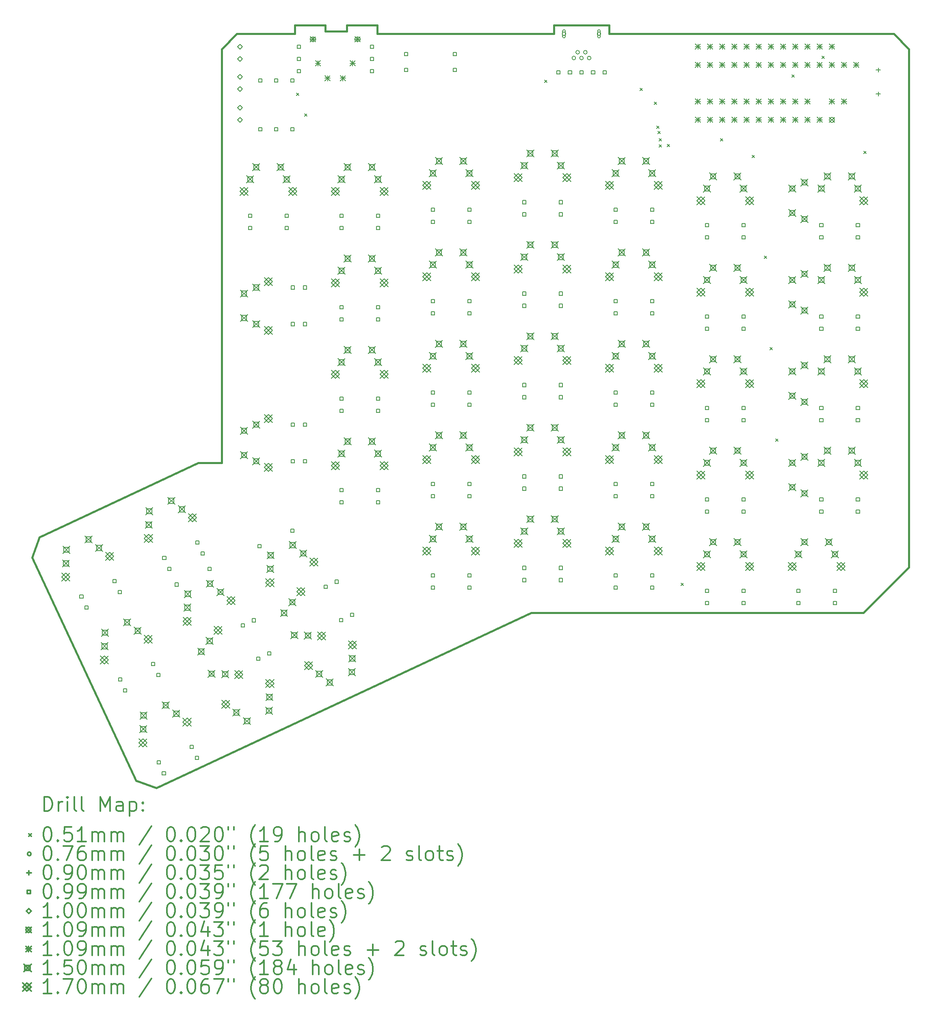
<source format=gbr>
%FSLAX45Y45*%
G04 Gerber Fmt 4.5, Leading zero omitted, Abs format (unit mm)*
G04 Created by KiCad (PCBNEW 4.0.6) date 04/09/17 10:00:21*
%MOMM*%
%LPD*%
G01*
G04 APERTURE LIST*
%ADD10C,0.127000*%
%ADD11C,0.381000*%
%ADD12C,0.200000*%
%ADD13C,0.300000*%
G04 APERTURE END LIST*
D10*
D11*
X12715240Y-15290800D02*
X19639280Y-15290800D01*
X19639280Y-15290800D02*
X20591780Y-14338300D01*
X20591780Y-14338300D02*
X20591780Y-3543300D01*
X20591780Y-3543300D02*
X20274280Y-3225800D01*
X20274280Y-3225800D02*
X14340840Y-3225800D01*
X14340840Y-3225800D02*
X14340840Y-3048000D01*
X14340840Y-3048000D02*
X13190220Y-3048000D01*
X13190220Y-3048000D02*
X13190220Y-3225800D01*
X13190220Y-3225800D02*
X9504680Y-3225800D01*
X9504680Y-3225800D02*
X9504680Y-3048000D01*
X9504680Y-3048000D02*
X8870950Y-3048000D01*
X8870950Y-3048000D02*
X8870950Y-3175000D01*
X8870950Y-3175000D02*
X8421370Y-3175000D01*
X8421370Y-3175000D02*
X8421370Y-3048000D01*
X8421370Y-3048000D02*
X7787640Y-3048000D01*
X7787640Y-3048000D02*
X7787640Y-3225800D01*
X7787640Y-3225800D02*
X6581140Y-3225800D01*
X6581140Y-3225800D02*
X6261100Y-3543300D01*
X6261100Y-3543300D02*
X6261100Y-12166600D01*
X6261100Y-12166600D02*
X5770880Y-12166600D01*
X5770880Y-12166600D02*
X2461768Y-13709650D01*
X2461768Y-13709650D02*
X2308098Y-14131544D01*
X2308098Y-14131544D02*
X4476496Y-18781776D01*
X4476496Y-18781776D02*
X4898390Y-18935192D01*
X4898390Y-18935192D02*
X12715240Y-15290800D01*
D12*
X7821100Y-4461100D02*
X7871900Y-4511900D01*
X7871900Y-4461100D02*
X7821100Y-4511900D01*
X7991100Y-4891100D02*
X8041900Y-4941900D01*
X8041900Y-4891100D02*
X7991100Y-4941900D01*
X12992100Y-4191000D02*
X13042900Y-4241800D01*
X13042900Y-4191000D02*
X12992100Y-4241800D01*
X14986000Y-4356100D02*
X15036800Y-4406900D01*
X15036800Y-4356100D02*
X14986000Y-4406900D01*
X15278100Y-4648200D02*
X15328900Y-4699000D01*
X15328900Y-4648200D02*
X15278100Y-4699000D01*
X15328900Y-5143500D02*
X15379700Y-5194300D01*
X15379700Y-5143500D02*
X15328900Y-5194300D01*
X15354300Y-5254600D02*
X15405100Y-5305400D01*
X15405100Y-5254600D02*
X15354300Y-5305400D01*
X15379700Y-5403850D02*
X15430500Y-5454650D01*
X15430500Y-5403850D02*
X15379700Y-5454650D01*
X15379700Y-5530850D02*
X15430500Y-5581650D01*
X15430500Y-5530850D02*
X15379700Y-5581650D01*
X15552420Y-5524500D02*
X15603220Y-5575300D01*
X15603220Y-5524500D02*
X15552420Y-5575300D01*
X15841980Y-14668500D02*
X15892780Y-14719300D01*
X15892780Y-14668500D02*
X15841980Y-14719300D01*
X16659860Y-5402580D02*
X16710660Y-5453380D01*
X16710660Y-5402580D02*
X16659860Y-5453380D01*
X17325340Y-5753100D02*
X17376140Y-5803900D01*
X17376140Y-5753100D02*
X17325340Y-5803900D01*
X17579340Y-7851140D02*
X17630140Y-7901940D01*
X17630140Y-7851140D02*
X17579340Y-7901940D01*
X17691100Y-9756140D02*
X17741900Y-9806940D01*
X17741900Y-9756140D02*
X17691100Y-9806940D01*
X17813020Y-11661140D02*
X17863820Y-11711940D01*
X17863820Y-11661140D02*
X17813020Y-11711940D01*
X18148300Y-4076700D02*
X18199100Y-4127500D01*
X18199100Y-4076700D02*
X18148300Y-4127500D01*
X18778220Y-3690620D02*
X18829020Y-3741420D01*
X18829020Y-3690620D02*
X18778220Y-3741420D01*
X19646900Y-5666740D02*
X19697700Y-5717540D01*
X19697700Y-5666740D02*
X19646900Y-5717540D01*
X13437616Y-3223006D02*
G75*
G03X13437616Y-3223006I-38100J0D01*
G01*
X13371416Y-3165856D02*
X13371416Y-3280156D01*
X13427616Y-3165856D02*
X13427616Y-3280156D01*
X13371416Y-3280156D02*
G75*
G03X13427616Y-3280156I28100J0D01*
G01*
X13427616Y-3165856D02*
G75*
G03X13371416Y-3165856I-28100J0D01*
G01*
X13642340Y-3727958D02*
G75*
G03X13642340Y-3727958I-38100J0D01*
G01*
X13722350Y-3608070D02*
G75*
G03X13722350Y-3608070I-38100J0D01*
G01*
X13802360Y-3727958D02*
G75*
G03X13802360Y-3727958I-38100J0D01*
G01*
X13882370Y-3608070D02*
G75*
G03X13882370Y-3608070I-38100J0D01*
G01*
X13962380Y-3727958D02*
G75*
G03X13962380Y-3727958I-38100J0D01*
G01*
X14167104Y-3223006D02*
G75*
G03X14167104Y-3223006I-38100J0D01*
G01*
X14100904Y-3165856D02*
X14100904Y-3280156D01*
X14157104Y-3165856D02*
X14157104Y-3280156D01*
X14100904Y-3280156D02*
G75*
G03X14157104Y-3280156I28100J0D01*
G01*
X14157104Y-3165856D02*
G75*
G03X14100904Y-3165856I-28100J0D01*
G01*
X19951700Y-3930100D02*
X19951700Y-4020100D01*
X19906700Y-3975100D02*
X19996700Y-3975100D01*
X19951700Y-4430100D02*
X19951700Y-4520100D01*
X19906700Y-4475100D02*
X19996700Y-4475100D01*
X3374304Y-14983315D02*
X3374304Y-14913269D01*
X3304257Y-14913269D01*
X3304257Y-14983315D01*
X3374304Y-14983315D01*
X3481649Y-15213517D02*
X3481649Y-15143471D01*
X3411602Y-15143471D01*
X3411602Y-15213517D01*
X3481649Y-15213517D01*
X4064911Y-14661280D02*
X4064911Y-14591233D01*
X3994864Y-14591233D01*
X3994864Y-14661280D01*
X4064911Y-14661280D01*
X4172256Y-14891482D02*
X4172256Y-14821436D01*
X4102209Y-14821436D01*
X4102209Y-14891482D01*
X4172256Y-14891482D01*
X4179230Y-16709753D02*
X4179230Y-16639707D01*
X4109183Y-16639707D01*
X4109183Y-16709753D01*
X4179230Y-16709753D01*
X4286575Y-16939955D02*
X4286575Y-16869909D01*
X4216529Y-16869909D01*
X4216529Y-16939955D01*
X4286575Y-16939955D01*
X4869837Y-16387718D02*
X4869837Y-16317671D01*
X4799790Y-16317671D01*
X4799790Y-16387718D01*
X4869837Y-16387718D01*
X4977182Y-16617920D02*
X4977182Y-16547874D01*
X4907135Y-16547874D01*
X4907135Y-16617920D01*
X4977182Y-16617920D01*
X4984410Y-18436445D02*
X4984410Y-18366399D01*
X4914364Y-18366399D01*
X4914364Y-18436445D01*
X4984410Y-18436445D01*
X5091755Y-18666647D02*
X5091755Y-18596601D01*
X5021709Y-18596601D01*
X5021709Y-18666647D01*
X5091755Y-18666647D01*
X5100742Y-14178389D02*
X5100742Y-14108343D01*
X5030696Y-14108343D01*
X5030696Y-14178389D01*
X5100742Y-14178389D01*
X5208087Y-14408591D02*
X5208087Y-14338545D01*
X5138041Y-14338545D01*
X5138041Y-14408591D01*
X5208087Y-14408591D01*
X5356460Y-14732461D02*
X5356460Y-14662414D01*
X5286413Y-14662414D01*
X5286413Y-14732461D01*
X5356460Y-14732461D01*
X5675017Y-18114410D02*
X5675017Y-18044364D01*
X5604970Y-18044364D01*
X5604970Y-18114410D01*
X5675017Y-18114410D01*
X5782362Y-18344612D02*
X5782362Y-18274566D01*
X5712315Y-18274566D01*
X5712315Y-18344612D01*
X5782362Y-18344612D01*
X5791349Y-13856354D02*
X5791349Y-13786307D01*
X5721302Y-13786307D01*
X5721302Y-13856354D01*
X5791349Y-13856354D01*
X5898694Y-14086556D02*
X5898694Y-14016510D01*
X5828647Y-14016510D01*
X5828647Y-14086556D01*
X5898694Y-14086556D01*
X6047067Y-14410426D02*
X6047067Y-14340379D01*
X5977020Y-14340379D01*
X5977020Y-14410426D01*
X6047067Y-14410426D01*
X6738258Y-15586758D02*
X6738258Y-15516711D01*
X6668211Y-15516711D01*
X6668211Y-15586758D01*
X6738258Y-15586758D01*
X6893023Y-7053043D02*
X6893023Y-6982997D01*
X6822977Y-6982997D01*
X6822977Y-7053043D01*
X6893023Y-7053043D01*
X6893023Y-7307043D02*
X6893023Y-7236997D01*
X6822977Y-7236997D01*
X6822977Y-7307043D01*
X6893023Y-7307043D01*
X6968460Y-15479413D02*
X6968460Y-15409366D01*
X6898414Y-15409366D01*
X6898414Y-15479413D01*
X6968460Y-15479413D01*
X7060293Y-16277364D02*
X7060293Y-16207318D01*
X6990247Y-16207318D01*
X6990247Y-16277364D01*
X7060293Y-16277364D01*
X7083660Y-13934901D02*
X7083660Y-13864854D01*
X7013613Y-13864854D01*
X7013613Y-13934901D01*
X7083660Y-13934901D01*
X7101523Y-4233523D02*
X7101523Y-4163477D01*
X7031477Y-4163477D01*
X7031477Y-4233523D01*
X7101523Y-4233523D01*
X7101523Y-5249523D02*
X7101523Y-5179477D01*
X7031477Y-5179477D01*
X7031477Y-5249523D01*
X7101523Y-5249523D01*
X7290495Y-16170019D02*
X7290495Y-16099973D01*
X7220449Y-16099973D01*
X7220449Y-16170019D01*
X7290495Y-16170019D01*
X7431523Y-4233523D02*
X7431523Y-4163477D01*
X7361477Y-4163477D01*
X7361477Y-4233523D01*
X7431523Y-4233523D01*
X7431523Y-5249523D02*
X7431523Y-5179477D01*
X7361477Y-5179477D01*
X7361477Y-5249523D01*
X7431523Y-5249523D01*
X7655023Y-7053043D02*
X7655023Y-6982997D01*
X7584977Y-6982997D01*
X7584977Y-7053043D01*
X7655023Y-7053043D01*
X7655023Y-7307043D02*
X7655023Y-7236997D01*
X7584977Y-7236997D01*
X7584977Y-7307043D01*
X7655023Y-7307043D01*
X7771523Y-4233523D02*
X7771523Y-4163477D01*
X7701477Y-4163477D01*
X7701477Y-4233523D01*
X7771523Y-4233523D01*
X7771523Y-5249523D02*
X7771523Y-5179477D01*
X7701477Y-5179477D01*
X7701477Y-5249523D01*
X7771523Y-5249523D01*
X7774267Y-13612866D02*
X7774267Y-13542819D01*
X7704220Y-13542819D01*
X7704220Y-13612866D01*
X7774267Y-13612866D01*
X7782023Y-8545039D02*
X7782023Y-8474993D01*
X7711977Y-8474993D01*
X7711977Y-8545039D01*
X7782023Y-8545039D01*
X7782023Y-9307039D02*
X7782023Y-9236993D01*
X7711977Y-9236993D01*
X7711977Y-9307039D01*
X7782023Y-9307039D01*
X7782023Y-11402539D02*
X7782023Y-11332493D01*
X7711977Y-11332493D01*
X7711977Y-11402539D01*
X7782023Y-11402539D01*
X7782023Y-12164539D02*
X7782023Y-12094493D01*
X7711977Y-12094493D01*
X7711977Y-12164539D01*
X7782023Y-12164539D01*
X7909023Y-3527523D02*
X7909023Y-3457477D01*
X7838977Y-3457477D01*
X7838977Y-3527523D01*
X7909023Y-3527523D01*
X7909023Y-3781523D02*
X7909023Y-3711477D01*
X7838977Y-3711477D01*
X7838977Y-3781523D01*
X7909023Y-3781523D01*
X7909023Y-4035523D02*
X7909023Y-3965477D01*
X7838977Y-3965477D01*
X7838977Y-4035523D01*
X7909023Y-4035523D01*
X8036023Y-8545039D02*
X8036023Y-8474993D01*
X7965977Y-8474993D01*
X7965977Y-8545039D01*
X8036023Y-8545039D01*
X8036023Y-9307039D02*
X8036023Y-9236993D01*
X7965977Y-9236993D01*
X7965977Y-9307039D01*
X8036023Y-9307039D01*
X8036023Y-11402539D02*
X8036023Y-11332493D01*
X7965977Y-11332493D01*
X7965977Y-11402539D01*
X8036023Y-11402539D01*
X8036023Y-12164539D02*
X8036023Y-12094493D01*
X7965977Y-12094493D01*
X7965977Y-12164539D01*
X8036023Y-12164539D01*
X8464696Y-14781578D02*
X8464696Y-14711531D01*
X8394650Y-14711531D01*
X8394650Y-14781578D01*
X8464696Y-14781578D01*
X8694898Y-14674233D02*
X8694898Y-14604186D01*
X8624852Y-14604186D01*
X8624852Y-14674233D01*
X8694898Y-14674233D01*
X8786731Y-15472184D02*
X8786731Y-15402138D01*
X8716685Y-15402138D01*
X8716685Y-15472184D01*
X8786731Y-15472184D01*
X8798023Y-7053043D02*
X8798023Y-6982997D01*
X8727977Y-6982997D01*
X8727977Y-7053043D01*
X8798023Y-7053043D01*
X8798023Y-7307043D02*
X8798023Y-7236997D01*
X8727977Y-7236997D01*
X8727977Y-7307043D01*
X8798023Y-7307043D01*
X8798023Y-8957789D02*
X8798023Y-8887743D01*
X8727977Y-8887743D01*
X8727977Y-8957789D01*
X8798023Y-8957789D01*
X8798023Y-9211789D02*
X8798023Y-9141743D01*
X8727977Y-9141743D01*
X8727977Y-9211789D01*
X8798023Y-9211789D01*
X8798023Y-10862789D02*
X8798023Y-10792743D01*
X8727977Y-10792743D01*
X8727977Y-10862789D01*
X8798023Y-10862789D01*
X8798023Y-11116789D02*
X8798023Y-11046743D01*
X8727977Y-11046743D01*
X8727977Y-11116789D01*
X8798023Y-11116789D01*
X8798023Y-12767789D02*
X8798023Y-12697743D01*
X8727977Y-12697743D01*
X8727977Y-12767789D01*
X8798023Y-12767789D01*
X8798023Y-13021789D02*
X8798023Y-12951743D01*
X8727977Y-12951743D01*
X8727977Y-13021789D01*
X8798023Y-13021789D01*
X9016933Y-15364839D02*
X9016933Y-15294793D01*
X8946887Y-15294793D01*
X8946887Y-15364839D01*
X9016933Y-15364839D01*
X9433023Y-3527523D02*
X9433023Y-3457477D01*
X9362977Y-3457477D01*
X9362977Y-3527523D01*
X9433023Y-3527523D01*
X9433023Y-3781523D02*
X9433023Y-3711477D01*
X9362977Y-3711477D01*
X9362977Y-3781523D01*
X9433023Y-3781523D01*
X9433023Y-4035523D02*
X9433023Y-3965477D01*
X9362977Y-3965477D01*
X9362977Y-4035523D01*
X9433023Y-4035523D01*
X9560023Y-7053043D02*
X9560023Y-6982997D01*
X9489977Y-6982997D01*
X9489977Y-7053043D01*
X9560023Y-7053043D01*
X9560023Y-7307043D02*
X9560023Y-7236997D01*
X9489977Y-7236997D01*
X9489977Y-7307043D01*
X9560023Y-7307043D01*
X9560023Y-8957789D02*
X9560023Y-8887743D01*
X9489977Y-8887743D01*
X9489977Y-8957789D01*
X9560023Y-8957789D01*
X9560023Y-9211789D02*
X9560023Y-9141743D01*
X9489977Y-9141743D01*
X9489977Y-9211789D01*
X9560023Y-9211789D01*
X9560023Y-10862789D02*
X9560023Y-10792743D01*
X9489977Y-10792743D01*
X9489977Y-10862789D01*
X9560023Y-10862789D01*
X9560023Y-11116789D02*
X9560023Y-11046743D01*
X9489977Y-11046743D01*
X9489977Y-11116789D01*
X9560023Y-11116789D01*
X9560023Y-12767789D02*
X9560023Y-12697743D01*
X9489977Y-12697743D01*
X9489977Y-12767789D01*
X9560023Y-12767789D01*
X9560023Y-13021789D02*
X9560023Y-12951743D01*
X9489977Y-12951743D01*
X9489977Y-13021789D01*
X9560023Y-13021789D01*
X10143523Y-3681523D02*
X10143523Y-3611477D01*
X10073477Y-3611477D01*
X10073477Y-3681523D01*
X10143523Y-3681523D01*
X10144223Y-4010123D02*
X10144223Y-3940077D01*
X10074177Y-3940077D01*
X10074177Y-4010123D01*
X10144223Y-4010123D01*
X10703023Y-6925789D02*
X10703023Y-6855743D01*
X10632977Y-6855743D01*
X10632977Y-6925789D01*
X10703023Y-6925789D01*
X10703023Y-7179789D02*
X10703023Y-7109743D01*
X10632977Y-7109743D01*
X10632977Y-7179789D01*
X10703023Y-7179789D01*
X10703023Y-8830789D02*
X10703023Y-8760743D01*
X10632977Y-8760743D01*
X10632977Y-8830789D01*
X10703023Y-8830789D01*
X10703023Y-9084789D02*
X10703023Y-9014743D01*
X10632977Y-9014743D01*
X10632977Y-9084789D01*
X10703023Y-9084789D01*
X10703023Y-10735789D02*
X10703023Y-10665743D01*
X10632977Y-10665743D01*
X10632977Y-10735789D01*
X10703023Y-10735789D01*
X10703023Y-10989789D02*
X10703023Y-10919743D01*
X10632977Y-10919743D01*
X10632977Y-10989789D01*
X10703023Y-10989789D01*
X10703023Y-12640789D02*
X10703023Y-12570743D01*
X10632977Y-12570743D01*
X10632977Y-12640789D01*
X10703023Y-12640789D01*
X10703023Y-12894789D02*
X10703023Y-12824743D01*
X10632977Y-12824743D01*
X10632977Y-12894789D01*
X10703023Y-12894789D01*
X10703023Y-14545789D02*
X10703023Y-14475743D01*
X10632977Y-14475743D01*
X10632977Y-14545789D01*
X10703023Y-14545789D01*
X10703023Y-14799789D02*
X10703023Y-14729743D01*
X10632977Y-14729743D01*
X10632977Y-14799789D01*
X10703023Y-14799789D01*
X11159523Y-3681523D02*
X11159523Y-3611477D01*
X11089477Y-3611477D01*
X11089477Y-3681523D01*
X11159523Y-3681523D01*
X11160223Y-4010123D02*
X11160223Y-3940077D01*
X11090177Y-3940077D01*
X11090177Y-4010123D01*
X11160223Y-4010123D01*
X11465023Y-6925789D02*
X11465023Y-6855743D01*
X11394977Y-6855743D01*
X11394977Y-6925789D01*
X11465023Y-6925789D01*
X11465023Y-7179789D02*
X11465023Y-7109743D01*
X11394977Y-7109743D01*
X11394977Y-7179789D01*
X11465023Y-7179789D01*
X11465023Y-8830789D02*
X11465023Y-8760743D01*
X11394977Y-8760743D01*
X11394977Y-8830789D01*
X11465023Y-8830789D01*
X11465023Y-9084789D02*
X11465023Y-9014743D01*
X11394977Y-9014743D01*
X11394977Y-9084789D01*
X11465023Y-9084789D01*
X11465023Y-10735789D02*
X11465023Y-10665743D01*
X11394977Y-10665743D01*
X11394977Y-10735789D01*
X11465023Y-10735789D01*
X11465023Y-10989789D02*
X11465023Y-10919743D01*
X11394977Y-10919743D01*
X11394977Y-10989789D01*
X11465023Y-10989789D01*
X11465023Y-12640789D02*
X11465023Y-12570743D01*
X11394977Y-12570743D01*
X11394977Y-12640789D01*
X11465023Y-12640789D01*
X11465023Y-12894789D02*
X11465023Y-12824743D01*
X11394977Y-12824743D01*
X11394977Y-12894789D01*
X11465023Y-12894789D01*
X11465023Y-14545789D02*
X11465023Y-14475743D01*
X11394977Y-14475743D01*
X11394977Y-14545789D01*
X11465023Y-14545789D01*
X11465023Y-14799789D02*
X11465023Y-14729743D01*
X11394977Y-14729743D01*
X11394977Y-14799789D01*
X11465023Y-14799789D01*
X12608023Y-6766023D02*
X12608023Y-6695977D01*
X12537977Y-6695977D01*
X12537977Y-6766023D01*
X12608023Y-6766023D01*
X12608023Y-7020023D02*
X12608023Y-6949977D01*
X12537977Y-6949977D01*
X12537977Y-7020023D01*
X12608023Y-7020023D01*
X12608023Y-8671023D02*
X12608023Y-8600977D01*
X12537977Y-8600977D01*
X12537977Y-8671023D01*
X12608023Y-8671023D01*
X12608023Y-8925023D02*
X12608023Y-8854977D01*
X12537977Y-8854977D01*
X12537977Y-8925023D01*
X12608023Y-8925023D01*
X12608023Y-10576023D02*
X12608023Y-10505977D01*
X12537977Y-10505977D01*
X12537977Y-10576023D01*
X12608023Y-10576023D01*
X12608023Y-10830023D02*
X12608023Y-10759977D01*
X12537977Y-10759977D01*
X12537977Y-10830023D01*
X12608023Y-10830023D01*
X12608023Y-12481023D02*
X12608023Y-12410977D01*
X12537977Y-12410977D01*
X12537977Y-12481023D01*
X12608023Y-12481023D01*
X12608023Y-12735023D02*
X12608023Y-12664977D01*
X12537977Y-12664977D01*
X12537977Y-12735023D01*
X12608023Y-12735023D01*
X12608023Y-14386023D02*
X12608023Y-14315977D01*
X12537977Y-14315977D01*
X12537977Y-14386023D01*
X12608023Y-14386023D01*
X12608023Y-14640023D02*
X12608023Y-14569977D01*
X12537977Y-14569977D01*
X12537977Y-14640023D01*
X12608023Y-14640023D01*
X13316683Y-4060923D02*
X13316683Y-3990877D01*
X13246637Y-3990877D01*
X13246637Y-4060923D01*
X13316683Y-4060923D01*
X13370023Y-6766023D02*
X13370023Y-6695977D01*
X13299977Y-6695977D01*
X13299977Y-6766023D01*
X13370023Y-6766023D01*
X13370023Y-7020023D02*
X13370023Y-6949977D01*
X13299977Y-6949977D01*
X13299977Y-7020023D01*
X13370023Y-7020023D01*
X13370023Y-8671023D02*
X13370023Y-8600977D01*
X13299977Y-8600977D01*
X13299977Y-8671023D01*
X13370023Y-8671023D01*
X13370023Y-8925023D02*
X13370023Y-8854977D01*
X13299977Y-8854977D01*
X13299977Y-8925023D01*
X13370023Y-8925023D01*
X13370023Y-10576023D02*
X13370023Y-10505977D01*
X13299977Y-10505977D01*
X13299977Y-10576023D01*
X13370023Y-10576023D01*
X13370023Y-10830023D02*
X13370023Y-10759977D01*
X13299977Y-10759977D01*
X13299977Y-10830023D01*
X13370023Y-10830023D01*
X13370023Y-12481023D02*
X13370023Y-12410977D01*
X13299977Y-12410977D01*
X13299977Y-12481023D01*
X13370023Y-12481023D01*
X13370023Y-12735023D02*
X13370023Y-12664977D01*
X13299977Y-12664977D01*
X13299977Y-12735023D01*
X13370023Y-12735023D01*
X13370023Y-14386023D02*
X13370023Y-14315977D01*
X13299977Y-14315977D01*
X13299977Y-14386023D01*
X13370023Y-14386023D01*
X13370023Y-14640023D02*
X13370023Y-14569977D01*
X13299977Y-14569977D01*
X13299977Y-14640023D01*
X13370023Y-14640023D01*
X13557983Y-4060923D02*
X13557983Y-3990877D01*
X13487937Y-3990877D01*
X13487937Y-4060923D01*
X13557983Y-4060923D01*
X13799283Y-4060923D02*
X13799283Y-3990877D01*
X13729237Y-3990877D01*
X13729237Y-4060923D01*
X13799283Y-4060923D01*
X14040583Y-4060923D02*
X14040583Y-3990877D01*
X13970537Y-3990877D01*
X13970537Y-4060923D01*
X14040583Y-4060923D01*
X14281883Y-4060923D02*
X14281883Y-3990877D01*
X14211837Y-3990877D01*
X14211837Y-4060923D01*
X14281883Y-4060923D01*
X14513023Y-6925789D02*
X14513023Y-6855743D01*
X14442977Y-6855743D01*
X14442977Y-6925789D01*
X14513023Y-6925789D01*
X14513023Y-7179789D02*
X14513023Y-7109743D01*
X14442977Y-7109743D01*
X14442977Y-7179789D01*
X14513023Y-7179789D01*
X14513023Y-8830789D02*
X14513023Y-8760743D01*
X14442977Y-8760743D01*
X14442977Y-8830789D01*
X14513023Y-8830789D01*
X14513023Y-9084789D02*
X14513023Y-9014743D01*
X14442977Y-9014743D01*
X14442977Y-9084789D01*
X14513023Y-9084789D01*
X14513023Y-10735789D02*
X14513023Y-10665743D01*
X14442977Y-10665743D01*
X14442977Y-10735789D01*
X14513023Y-10735789D01*
X14513023Y-10989789D02*
X14513023Y-10919743D01*
X14442977Y-10919743D01*
X14442977Y-10989789D01*
X14513023Y-10989789D01*
X14513023Y-12640789D02*
X14513023Y-12570743D01*
X14442977Y-12570743D01*
X14442977Y-12640789D01*
X14513023Y-12640789D01*
X14513023Y-12894789D02*
X14513023Y-12824743D01*
X14442977Y-12824743D01*
X14442977Y-12894789D01*
X14513023Y-12894789D01*
X14513023Y-14545789D02*
X14513023Y-14475743D01*
X14442977Y-14475743D01*
X14442977Y-14545789D01*
X14513023Y-14545789D01*
X14513023Y-14799789D02*
X14513023Y-14729743D01*
X14442977Y-14729743D01*
X14442977Y-14799789D01*
X14513023Y-14799789D01*
X15275023Y-6925789D02*
X15275023Y-6855743D01*
X15204977Y-6855743D01*
X15204977Y-6925789D01*
X15275023Y-6925789D01*
X15275023Y-7179789D02*
X15275023Y-7109743D01*
X15204977Y-7109743D01*
X15204977Y-7179789D01*
X15275023Y-7179789D01*
X15275023Y-8830789D02*
X15275023Y-8760743D01*
X15204977Y-8760743D01*
X15204977Y-8830789D01*
X15275023Y-8830789D01*
X15275023Y-9084789D02*
X15275023Y-9014743D01*
X15204977Y-9014743D01*
X15204977Y-9084789D01*
X15275023Y-9084789D01*
X15275023Y-10735789D02*
X15275023Y-10665743D01*
X15204977Y-10665743D01*
X15204977Y-10735789D01*
X15275023Y-10735789D01*
X15275023Y-10989789D02*
X15275023Y-10919743D01*
X15204977Y-10919743D01*
X15204977Y-10989789D01*
X15275023Y-10989789D01*
X15275023Y-12640789D02*
X15275023Y-12570743D01*
X15204977Y-12570743D01*
X15204977Y-12640789D01*
X15275023Y-12640789D01*
X15275023Y-12894789D02*
X15275023Y-12824743D01*
X15204977Y-12824743D01*
X15204977Y-12894789D01*
X15275023Y-12894789D01*
X15275023Y-14545789D02*
X15275023Y-14475743D01*
X15204977Y-14475743D01*
X15204977Y-14545789D01*
X15275023Y-14545789D01*
X15275023Y-14799789D02*
X15275023Y-14729743D01*
X15204977Y-14729743D01*
X15204977Y-14799789D01*
X15275023Y-14799789D01*
X16418023Y-7243543D02*
X16418023Y-7173497D01*
X16347977Y-7173497D01*
X16347977Y-7243543D01*
X16418023Y-7243543D01*
X16418023Y-7497543D02*
X16418023Y-7427497D01*
X16347977Y-7427497D01*
X16347977Y-7497543D01*
X16418023Y-7497543D01*
X16418023Y-9148289D02*
X16418023Y-9078243D01*
X16347977Y-9078243D01*
X16347977Y-9148289D01*
X16418023Y-9148289D01*
X16418023Y-9402289D02*
X16418023Y-9332243D01*
X16347977Y-9332243D01*
X16347977Y-9402289D01*
X16418023Y-9402289D01*
X16418023Y-11053289D02*
X16418023Y-10983243D01*
X16347977Y-10983243D01*
X16347977Y-11053289D01*
X16418023Y-11053289D01*
X16418023Y-11307289D02*
X16418023Y-11237243D01*
X16347977Y-11237243D01*
X16347977Y-11307289D01*
X16418023Y-11307289D01*
X16418023Y-12958289D02*
X16418023Y-12888243D01*
X16347977Y-12888243D01*
X16347977Y-12958289D01*
X16418023Y-12958289D01*
X16418023Y-13212289D02*
X16418023Y-13142243D01*
X16347977Y-13142243D01*
X16347977Y-13212289D01*
X16418023Y-13212289D01*
X16418023Y-14863289D02*
X16418023Y-14793243D01*
X16347977Y-14793243D01*
X16347977Y-14863289D01*
X16418023Y-14863289D01*
X16418023Y-15117289D02*
X16418023Y-15047243D01*
X16347977Y-15047243D01*
X16347977Y-15117289D01*
X16418023Y-15117289D01*
X17180023Y-7243543D02*
X17180023Y-7173497D01*
X17109977Y-7173497D01*
X17109977Y-7243543D01*
X17180023Y-7243543D01*
X17180023Y-7497543D02*
X17180023Y-7427497D01*
X17109977Y-7427497D01*
X17109977Y-7497543D01*
X17180023Y-7497543D01*
X17180023Y-9148289D02*
X17180023Y-9078243D01*
X17109977Y-9078243D01*
X17109977Y-9148289D01*
X17180023Y-9148289D01*
X17180023Y-9402289D02*
X17180023Y-9332243D01*
X17109977Y-9332243D01*
X17109977Y-9402289D01*
X17180023Y-9402289D01*
X17180023Y-11053289D02*
X17180023Y-10983243D01*
X17109977Y-10983243D01*
X17109977Y-11053289D01*
X17180023Y-11053289D01*
X17180023Y-11307289D02*
X17180023Y-11237243D01*
X17109977Y-11237243D01*
X17109977Y-11307289D01*
X17180023Y-11307289D01*
X17180023Y-12958289D02*
X17180023Y-12888243D01*
X17109977Y-12888243D01*
X17109977Y-12958289D01*
X17180023Y-12958289D01*
X17180023Y-13212289D02*
X17180023Y-13142243D01*
X17109977Y-13142243D01*
X17109977Y-13212289D01*
X17180023Y-13212289D01*
X17180023Y-14863289D02*
X17180023Y-14793243D01*
X17109977Y-14793243D01*
X17109977Y-14863289D01*
X17180023Y-14863289D01*
X17180023Y-15117289D02*
X17180023Y-15047243D01*
X17109977Y-15047243D01*
X17109977Y-15117289D01*
X17180023Y-15117289D01*
X18323023Y-14863289D02*
X18323023Y-14793243D01*
X18252977Y-14793243D01*
X18252977Y-14863289D01*
X18323023Y-14863289D01*
X18323023Y-15117289D02*
X18323023Y-15047243D01*
X18252977Y-15047243D01*
X18252977Y-15117289D01*
X18323023Y-15117289D01*
X18799273Y-7243543D02*
X18799273Y-7173497D01*
X18729227Y-7173497D01*
X18729227Y-7243543D01*
X18799273Y-7243543D01*
X18799273Y-7497543D02*
X18799273Y-7427497D01*
X18729227Y-7427497D01*
X18729227Y-7497543D01*
X18799273Y-7497543D01*
X18799273Y-9148289D02*
X18799273Y-9078243D01*
X18729227Y-9078243D01*
X18729227Y-9148289D01*
X18799273Y-9148289D01*
X18799273Y-9402289D02*
X18799273Y-9332243D01*
X18729227Y-9332243D01*
X18729227Y-9402289D01*
X18799273Y-9402289D01*
X18799273Y-11053289D02*
X18799273Y-10983243D01*
X18729227Y-10983243D01*
X18729227Y-11053289D01*
X18799273Y-11053289D01*
X18799273Y-11307289D02*
X18799273Y-11237243D01*
X18729227Y-11237243D01*
X18729227Y-11307289D01*
X18799273Y-11307289D01*
X18799273Y-12958289D02*
X18799273Y-12888243D01*
X18729227Y-12888243D01*
X18729227Y-12958289D01*
X18799273Y-12958289D01*
X18799273Y-13212289D02*
X18799273Y-13142243D01*
X18729227Y-13142243D01*
X18729227Y-13212289D01*
X18799273Y-13212289D01*
X19085023Y-14863289D02*
X19085023Y-14793243D01*
X19014977Y-14793243D01*
X19014977Y-14863289D01*
X19085023Y-14863289D01*
X19085023Y-15117289D02*
X19085023Y-15047243D01*
X19014977Y-15047243D01*
X19014977Y-15117289D01*
X19085023Y-15117289D01*
X19561273Y-7243543D02*
X19561273Y-7173497D01*
X19491227Y-7173497D01*
X19491227Y-7243543D01*
X19561273Y-7243543D01*
X19561273Y-7497543D02*
X19561273Y-7427497D01*
X19491227Y-7427497D01*
X19491227Y-7497543D01*
X19561273Y-7497543D01*
X19561273Y-9148289D02*
X19561273Y-9078243D01*
X19491227Y-9078243D01*
X19491227Y-9148289D01*
X19561273Y-9148289D01*
X19561273Y-9402289D02*
X19561273Y-9332243D01*
X19491227Y-9332243D01*
X19491227Y-9402289D01*
X19561273Y-9402289D01*
X19561273Y-11053289D02*
X19561273Y-10983243D01*
X19491227Y-10983243D01*
X19491227Y-11053289D01*
X19561273Y-11053289D01*
X19561273Y-11307289D02*
X19561273Y-11237243D01*
X19491227Y-11237243D01*
X19491227Y-11307289D01*
X19561273Y-11307289D01*
X19561273Y-12958289D02*
X19561273Y-12888243D01*
X19491227Y-12888243D01*
X19491227Y-12958289D01*
X19561273Y-12958289D01*
X19561273Y-13212289D02*
X19561273Y-13142243D01*
X19491227Y-13142243D01*
X19491227Y-13212289D01*
X19561273Y-13212289D01*
X6646500Y-3542538D02*
X6696538Y-3492500D01*
X6646500Y-3442462D01*
X6596462Y-3492500D01*
X6646500Y-3542538D01*
X6646500Y-3796538D02*
X6696538Y-3746500D01*
X6646500Y-3696462D01*
X6596462Y-3746500D01*
X6646500Y-3796538D01*
X6646500Y-4172538D02*
X6696538Y-4122500D01*
X6646500Y-4072462D01*
X6596462Y-4122500D01*
X6646500Y-4172538D01*
X6646500Y-4426538D02*
X6696538Y-4376500D01*
X6646500Y-4326462D01*
X6596462Y-4376500D01*
X6646500Y-4426538D01*
X6646500Y-4812538D02*
X6696538Y-4762500D01*
X6646500Y-4712462D01*
X6596462Y-4762500D01*
X6646500Y-4812538D01*
X6646500Y-5066538D02*
X6696538Y-5016500D01*
X6646500Y-4966462D01*
X6596462Y-5016500D01*
X6646500Y-5066538D01*
X18932017Y-4962017D02*
X19040983Y-5070983D01*
X19040983Y-4962017D02*
X18932017Y-5070983D01*
X19040983Y-5016500D02*
G75*
G03X19040983Y-5016500I-54483J0D01*
G01*
X8111490Y-3282950D02*
X8220710Y-3392170D01*
X8220710Y-3282950D02*
X8111490Y-3392170D01*
X8166100Y-3282950D02*
X8166100Y-3392170D01*
X8111490Y-3337560D02*
X8220710Y-3337560D01*
X8181340Y-3292950D02*
X8150860Y-3292950D01*
X8181340Y-3382170D02*
X8150860Y-3382170D01*
X8150860Y-3292950D02*
G75*
G03X8150860Y-3382170I0J-44610D01*
G01*
X8181340Y-3382170D02*
G75*
G03X8181340Y-3292950I0J44610D01*
G01*
X8215630Y-3783330D02*
X8324850Y-3892550D01*
X8324850Y-3783330D02*
X8215630Y-3892550D01*
X8270240Y-3783330D02*
X8270240Y-3892550D01*
X8215630Y-3837940D02*
X8324850Y-3837940D01*
X8416290Y-4093210D02*
X8525510Y-4202430D01*
X8525510Y-4093210D02*
X8416290Y-4202430D01*
X8470900Y-4093210D02*
X8470900Y-4202430D01*
X8416290Y-4147820D02*
X8525510Y-4147820D01*
X8736330Y-4093210D02*
X8845550Y-4202430D01*
X8845550Y-4093210D02*
X8736330Y-4202430D01*
X8790940Y-4093210D02*
X8790940Y-4202430D01*
X8736330Y-4147820D02*
X8845550Y-4147820D01*
X8936990Y-3783330D02*
X9046210Y-3892550D01*
X9046210Y-3783330D02*
X8936990Y-3892550D01*
X8991600Y-3783330D02*
X8991600Y-3892550D01*
X8936990Y-3837940D02*
X9046210Y-3837940D01*
X9041130Y-3282950D02*
X9150350Y-3392170D01*
X9150350Y-3282950D02*
X9041130Y-3392170D01*
X9095740Y-3282950D02*
X9095740Y-3392170D01*
X9041130Y-3337560D02*
X9150350Y-3337560D01*
X9110980Y-3292950D02*
X9080500Y-3292950D01*
X9110980Y-3382170D02*
X9080500Y-3382170D01*
X9080500Y-3292950D02*
G75*
G03X9080500Y-3382170I0J-44610D01*
G01*
X9110980Y-3382170D02*
G75*
G03X9110980Y-3292950I0J44610D01*
G01*
X16136390Y-3816390D02*
X16245610Y-3925610D01*
X16245610Y-3816390D02*
X16136390Y-3925610D01*
X16191000Y-3816390D02*
X16191000Y-3925610D01*
X16136390Y-3871000D02*
X16245610Y-3871000D01*
X16136390Y-4578390D02*
X16245610Y-4687610D01*
X16245610Y-4578390D02*
X16136390Y-4687610D01*
X16191000Y-4578390D02*
X16191000Y-4687610D01*
X16136390Y-4633000D02*
X16245610Y-4633000D01*
X16137890Y-3437890D02*
X16247110Y-3547110D01*
X16247110Y-3437890D02*
X16137890Y-3547110D01*
X16192500Y-3437890D02*
X16192500Y-3547110D01*
X16137890Y-3492500D02*
X16247110Y-3492500D01*
X16137890Y-4961890D02*
X16247110Y-5071110D01*
X16247110Y-4961890D02*
X16137890Y-5071110D01*
X16192500Y-4961890D02*
X16192500Y-5071110D01*
X16137890Y-5016500D02*
X16247110Y-5016500D01*
X16390390Y-3816390D02*
X16499610Y-3925610D01*
X16499610Y-3816390D02*
X16390390Y-3925610D01*
X16445000Y-3816390D02*
X16445000Y-3925610D01*
X16390390Y-3871000D02*
X16499610Y-3871000D01*
X16390390Y-4578390D02*
X16499610Y-4687610D01*
X16499610Y-4578390D02*
X16390390Y-4687610D01*
X16445000Y-4578390D02*
X16445000Y-4687610D01*
X16390390Y-4633000D02*
X16499610Y-4633000D01*
X16391890Y-3437890D02*
X16501110Y-3547110D01*
X16501110Y-3437890D02*
X16391890Y-3547110D01*
X16446500Y-3437890D02*
X16446500Y-3547110D01*
X16391890Y-3492500D02*
X16501110Y-3492500D01*
X16391890Y-4961890D02*
X16501110Y-5071110D01*
X16501110Y-4961890D02*
X16391890Y-5071110D01*
X16446500Y-4961890D02*
X16446500Y-5071110D01*
X16391890Y-5016500D02*
X16501110Y-5016500D01*
X16644390Y-3816390D02*
X16753610Y-3925610D01*
X16753610Y-3816390D02*
X16644390Y-3925610D01*
X16699000Y-3816390D02*
X16699000Y-3925610D01*
X16644390Y-3871000D02*
X16753610Y-3871000D01*
X16644390Y-4578390D02*
X16753610Y-4687610D01*
X16753610Y-4578390D02*
X16644390Y-4687610D01*
X16699000Y-4578390D02*
X16699000Y-4687610D01*
X16644390Y-4633000D02*
X16753610Y-4633000D01*
X16645890Y-3437890D02*
X16755110Y-3547110D01*
X16755110Y-3437890D02*
X16645890Y-3547110D01*
X16700500Y-3437890D02*
X16700500Y-3547110D01*
X16645890Y-3492500D02*
X16755110Y-3492500D01*
X16645890Y-4961890D02*
X16755110Y-5071110D01*
X16755110Y-4961890D02*
X16645890Y-5071110D01*
X16700500Y-4961890D02*
X16700500Y-5071110D01*
X16645890Y-5016500D02*
X16755110Y-5016500D01*
X16898390Y-3816390D02*
X17007610Y-3925610D01*
X17007610Y-3816390D02*
X16898390Y-3925610D01*
X16953000Y-3816390D02*
X16953000Y-3925610D01*
X16898390Y-3871000D02*
X17007610Y-3871000D01*
X16898390Y-4578390D02*
X17007610Y-4687610D01*
X17007610Y-4578390D02*
X16898390Y-4687610D01*
X16953000Y-4578390D02*
X16953000Y-4687610D01*
X16898390Y-4633000D02*
X17007610Y-4633000D01*
X16899890Y-3437890D02*
X17009110Y-3547110D01*
X17009110Y-3437890D02*
X16899890Y-3547110D01*
X16954500Y-3437890D02*
X16954500Y-3547110D01*
X16899890Y-3492500D02*
X17009110Y-3492500D01*
X16899890Y-4961890D02*
X17009110Y-5071110D01*
X17009110Y-4961890D02*
X16899890Y-5071110D01*
X16954500Y-4961890D02*
X16954500Y-5071110D01*
X16899890Y-5016500D02*
X17009110Y-5016500D01*
X17152390Y-3816390D02*
X17261610Y-3925610D01*
X17261610Y-3816390D02*
X17152390Y-3925610D01*
X17207000Y-3816390D02*
X17207000Y-3925610D01*
X17152390Y-3871000D02*
X17261610Y-3871000D01*
X17152390Y-4578390D02*
X17261610Y-4687610D01*
X17261610Y-4578390D02*
X17152390Y-4687610D01*
X17207000Y-4578390D02*
X17207000Y-4687610D01*
X17152390Y-4633000D02*
X17261610Y-4633000D01*
X17153890Y-3437890D02*
X17263110Y-3547110D01*
X17263110Y-3437890D02*
X17153890Y-3547110D01*
X17208500Y-3437890D02*
X17208500Y-3547110D01*
X17153890Y-3492500D02*
X17263110Y-3492500D01*
X17153890Y-4961890D02*
X17263110Y-5071110D01*
X17263110Y-4961890D02*
X17153890Y-5071110D01*
X17208500Y-4961890D02*
X17208500Y-5071110D01*
X17153890Y-5016500D02*
X17263110Y-5016500D01*
X17406390Y-3816390D02*
X17515610Y-3925610D01*
X17515610Y-3816390D02*
X17406390Y-3925610D01*
X17461000Y-3816390D02*
X17461000Y-3925610D01*
X17406390Y-3871000D02*
X17515610Y-3871000D01*
X17406390Y-4578390D02*
X17515610Y-4687610D01*
X17515610Y-4578390D02*
X17406390Y-4687610D01*
X17461000Y-4578390D02*
X17461000Y-4687610D01*
X17406390Y-4633000D02*
X17515610Y-4633000D01*
X17407890Y-3437890D02*
X17517110Y-3547110D01*
X17517110Y-3437890D02*
X17407890Y-3547110D01*
X17462500Y-3437890D02*
X17462500Y-3547110D01*
X17407890Y-3492500D02*
X17517110Y-3492500D01*
X17407890Y-4961890D02*
X17517110Y-5071110D01*
X17517110Y-4961890D02*
X17407890Y-5071110D01*
X17462500Y-4961890D02*
X17462500Y-5071110D01*
X17407890Y-5016500D02*
X17517110Y-5016500D01*
X17660390Y-3816390D02*
X17769610Y-3925610D01*
X17769610Y-3816390D02*
X17660390Y-3925610D01*
X17715000Y-3816390D02*
X17715000Y-3925610D01*
X17660390Y-3871000D02*
X17769610Y-3871000D01*
X17660390Y-4578390D02*
X17769610Y-4687610D01*
X17769610Y-4578390D02*
X17660390Y-4687610D01*
X17715000Y-4578390D02*
X17715000Y-4687610D01*
X17660390Y-4633000D02*
X17769610Y-4633000D01*
X17661890Y-3437890D02*
X17771110Y-3547110D01*
X17771110Y-3437890D02*
X17661890Y-3547110D01*
X17716500Y-3437890D02*
X17716500Y-3547110D01*
X17661890Y-3492500D02*
X17771110Y-3492500D01*
X17661890Y-4961890D02*
X17771110Y-5071110D01*
X17771110Y-4961890D02*
X17661890Y-5071110D01*
X17716500Y-4961890D02*
X17716500Y-5071110D01*
X17661890Y-5016500D02*
X17771110Y-5016500D01*
X17914390Y-3816390D02*
X18023610Y-3925610D01*
X18023610Y-3816390D02*
X17914390Y-3925610D01*
X17969000Y-3816390D02*
X17969000Y-3925610D01*
X17914390Y-3871000D02*
X18023610Y-3871000D01*
X17914390Y-4578390D02*
X18023610Y-4687610D01*
X18023610Y-4578390D02*
X17914390Y-4687610D01*
X17969000Y-4578390D02*
X17969000Y-4687610D01*
X17914390Y-4633000D02*
X18023610Y-4633000D01*
X17915890Y-3437890D02*
X18025110Y-3547110D01*
X18025110Y-3437890D02*
X17915890Y-3547110D01*
X17970500Y-3437890D02*
X17970500Y-3547110D01*
X17915890Y-3492500D02*
X18025110Y-3492500D01*
X17915890Y-4961890D02*
X18025110Y-5071110D01*
X18025110Y-4961890D02*
X17915890Y-5071110D01*
X17970500Y-4961890D02*
X17970500Y-5071110D01*
X17915890Y-5016500D02*
X18025110Y-5016500D01*
X18168390Y-3816390D02*
X18277610Y-3925610D01*
X18277610Y-3816390D02*
X18168390Y-3925610D01*
X18223000Y-3816390D02*
X18223000Y-3925610D01*
X18168390Y-3871000D02*
X18277610Y-3871000D01*
X18168390Y-4578390D02*
X18277610Y-4687610D01*
X18277610Y-4578390D02*
X18168390Y-4687610D01*
X18223000Y-4578390D02*
X18223000Y-4687610D01*
X18168390Y-4633000D02*
X18277610Y-4633000D01*
X18169890Y-3437890D02*
X18279110Y-3547110D01*
X18279110Y-3437890D02*
X18169890Y-3547110D01*
X18224500Y-3437890D02*
X18224500Y-3547110D01*
X18169890Y-3492500D02*
X18279110Y-3492500D01*
X18169890Y-4961890D02*
X18279110Y-5071110D01*
X18279110Y-4961890D02*
X18169890Y-5071110D01*
X18224500Y-4961890D02*
X18224500Y-5071110D01*
X18169890Y-5016500D02*
X18279110Y-5016500D01*
X18422390Y-3816390D02*
X18531610Y-3925610D01*
X18531610Y-3816390D02*
X18422390Y-3925610D01*
X18477000Y-3816390D02*
X18477000Y-3925610D01*
X18422390Y-3871000D02*
X18531610Y-3871000D01*
X18422390Y-4578390D02*
X18531610Y-4687610D01*
X18531610Y-4578390D02*
X18422390Y-4687610D01*
X18477000Y-4578390D02*
X18477000Y-4687610D01*
X18422390Y-4633000D02*
X18531610Y-4633000D01*
X18423890Y-3437890D02*
X18533110Y-3547110D01*
X18533110Y-3437890D02*
X18423890Y-3547110D01*
X18478500Y-3437890D02*
X18478500Y-3547110D01*
X18423890Y-3492500D02*
X18533110Y-3492500D01*
X18423890Y-4961890D02*
X18533110Y-5071110D01*
X18533110Y-4961890D02*
X18423890Y-5071110D01*
X18478500Y-4961890D02*
X18478500Y-5071110D01*
X18423890Y-5016500D02*
X18533110Y-5016500D01*
X18676390Y-3816390D02*
X18785610Y-3925610D01*
X18785610Y-3816390D02*
X18676390Y-3925610D01*
X18731000Y-3816390D02*
X18731000Y-3925610D01*
X18676390Y-3871000D02*
X18785610Y-3871000D01*
X18677890Y-3437890D02*
X18787110Y-3547110D01*
X18787110Y-3437890D02*
X18677890Y-3547110D01*
X18732500Y-3437890D02*
X18732500Y-3547110D01*
X18677890Y-3492500D02*
X18787110Y-3492500D01*
X18677890Y-4961890D02*
X18787110Y-5071110D01*
X18787110Y-4961890D02*
X18677890Y-5071110D01*
X18732500Y-4961890D02*
X18732500Y-5071110D01*
X18677890Y-5016500D02*
X18787110Y-5016500D01*
X18930390Y-3816390D02*
X19039610Y-3925610D01*
X19039610Y-3816390D02*
X18930390Y-3925610D01*
X18985000Y-3816390D02*
X18985000Y-3925610D01*
X18930390Y-3871000D02*
X19039610Y-3871000D01*
X18930390Y-4578390D02*
X19039610Y-4687610D01*
X19039610Y-4578390D02*
X18930390Y-4687610D01*
X18985000Y-4578390D02*
X18985000Y-4687610D01*
X18930390Y-4633000D02*
X19039610Y-4633000D01*
X18931890Y-3437890D02*
X19041110Y-3547110D01*
X19041110Y-3437890D02*
X18931890Y-3547110D01*
X18986500Y-3437890D02*
X18986500Y-3547110D01*
X18931890Y-3492500D02*
X19041110Y-3492500D01*
X19184390Y-3816390D02*
X19293610Y-3925610D01*
X19293610Y-3816390D02*
X19184390Y-3925610D01*
X19239000Y-3816390D02*
X19239000Y-3925610D01*
X19184390Y-3871000D02*
X19293610Y-3871000D01*
X19184390Y-4578390D02*
X19293610Y-4687610D01*
X19293610Y-4578390D02*
X19184390Y-4687610D01*
X19239000Y-4578390D02*
X19239000Y-4687610D01*
X19184390Y-4633000D02*
X19293610Y-4633000D01*
X19438390Y-3816390D02*
X19547610Y-3925610D01*
X19547610Y-3816390D02*
X19438390Y-3925610D01*
X19493000Y-3816390D02*
X19493000Y-3925610D01*
X19438390Y-3871000D02*
X19547610Y-3871000D01*
X2942316Y-14182755D02*
X3092176Y-14332615D01*
X3092176Y-14182755D02*
X2942316Y-14332615D01*
X3070230Y-14310669D02*
X3070230Y-14204701D01*
X2964262Y-14204701D01*
X2964262Y-14310669D01*
X3070230Y-14310669D01*
X2950072Y-13898881D02*
X3099932Y-14048741D01*
X3099932Y-13898881D02*
X2950072Y-14048741D01*
X3077986Y-14026795D02*
X3077986Y-13920827D01*
X2972018Y-13920827D01*
X2972018Y-14026795D01*
X3077986Y-14026795D01*
X3410476Y-13684191D02*
X3560336Y-13834051D01*
X3560336Y-13684191D02*
X3410476Y-13834051D01*
X3538390Y-13812105D02*
X3538390Y-13706137D01*
X3432422Y-13706137D01*
X3432422Y-13812105D01*
X3538390Y-13812105D01*
X3632922Y-13860720D02*
X3782782Y-14010580D01*
X3782782Y-13860720D02*
X3632922Y-14010580D01*
X3760836Y-13988634D02*
X3760836Y-13882666D01*
X3654868Y-13882666D01*
X3654868Y-13988634D01*
X3760836Y-13988634D01*
X3747242Y-15909193D02*
X3897102Y-16059053D01*
X3897102Y-15909193D02*
X3747242Y-16059053D01*
X3875156Y-16037107D02*
X3875156Y-15931139D01*
X3769188Y-15931139D01*
X3769188Y-16037107D01*
X3875156Y-16037107D01*
X3754998Y-15625319D02*
X3904858Y-15775179D01*
X3904858Y-15625319D02*
X3754998Y-15775179D01*
X3882912Y-15753233D02*
X3882912Y-15647265D01*
X3776944Y-15647265D01*
X3776944Y-15753233D01*
X3882912Y-15753233D01*
X4215402Y-15410629D02*
X4365262Y-15560489D01*
X4365262Y-15410629D02*
X4215402Y-15560489D01*
X4343316Y-15538543D02*
X4343316Y-15432575D01*
X4237348Y-15432575D01*
X4237348Y-15538543D01*
X4343316Y-15538543D01*
X4437848Y-15587158D02*
X4587708Y-15737018D01*
X4587708Y-15587158D02*
X4437848Y-15737018D01*
X4565762Y-15715072D02*
X4565762Y-15609104D01*
X4459794Y-15609104D01*
X4459794Y-15715072D01*
X4565762Y-15715072D01*
X4552422Y-17635885D02*
X4702282Y-17785745D01*
X4702282Y-17635885D02*
X4552422Y-17785745D01*
X4680336Y-17763799D02*
X4680336Y-17657831D01*
X4574368Y-17657831D01*
X4574368Y-17763799D01*
X4680336Y-17763799D01*
X4560178Y-17352011D02*
X4710038Y-17501871D01*
X4710038Y-17352011D02*
X4560178Y-17501871D01*
X4688092Y-17479925D02*
X4688092Y-17373957D01*
X4582124Y-17373957D01*
X4582124Y-17479925D01*
X4688092Y-17479925D01*
X4668754Y-13377829D02*
X4818614Y-13527689D01*
X4818614Y-13377829D02*
X4668754Y-13527689D01*
X4796668Y-13505743D02*
X4796668Y-13399775D01*
X4690700Y-13399775D01*
X4690700Y-13505743D01*
X4796668Y-13505743D01*
X4676510Y-13093955D02*
X4826370Y-13243815D01*
X4826370Y-13093955D02*
X4676510Y-13243815D01*
X4804424Y-13221869D02*
X4804424Y-13115901D01*
X4698456Y-13115901D01*
X4698456Y-13221869D01*
X4804424Y-13221869D01*
X5020582Y-17137321D02*
X5170442Y-17287181D01*
X5170442Y-17137321D02*
X5020582Y-17287181D01*
X5148496Y-17265235D02*
X5148496Y-17159267D01*
X5042528Y-17159267D01*
X5042528Y-17265235D01*
X5148496Y-17265235D01*
X5136914Y-12879265D02*
X5286774Y-13029125D01*
X5286774Y-12879265D02*
X5136914Y-13029125D01*
X5264828Y-13007179D02*
X5264828Y-12901211D01*
X5158860Y-12901211D01*
X5158860Y-13007179D01*
X5264828Y-13007179D01*
X5243028Y-17313850D02*
X5392888Y-17463710D01*
X5392888Y-17313850D02*
X5243028Y-17463710D01*
X5370942Y-17441764D02*
X5370942Y-17335796D01*
X5264974Y-17335796D01*
X5264974Y-17441764D01*
X5370942Y-17441764D01*
X5359360Y-13055794D02*
X5509220Y-13205654D01*
X5509220Y-13055794D02*
X5359360Y-13205654D01*
X5487274Y-13183708D02*
X5487274Y-13077740D01*
X5381306Y-13077740D01*
X5381306Y-13183708D01*
X5487274Y-13183708D01*
X5473934Y-15104267D02*
X5623794Y-15254127D01*
X5623794Y-15104267D02*
X5473934Y-15254127D01*
X5601848Y-15232181D02*
X5601848Y-15126213D01*
X5495880Y-15126213D01*
X5495880Y-15232181D01*
X5601848Y-15232181D01*
X5481690Y-14820393D02*
X5631550Y-14970253D01*
X5631550Y-14820393D02*
X5481690Y-14970253D01*
X5609604Y-14948307D02*
X5609604Y-14842339D01*
X5503636Y-14842339D01*
X5503636Y-14948307D01*
X5609604Y-14948307D01*
X5761169Y-16021286D02*
X5911029Y-16171146D01*
X5911029Y-16021286D02*
X5761169Y-16171146D01*
X5889083Y-16149200D02*
X5889083Y-16043232D01*
X5783115Y-16043232D01*
X5783115Y-16149200D01*
X5889083Y-16149200D01*
X5937698Y-15798840D02*
X6087558Y-15948700D01*
X6087558Y-15798840D02*
X5937698Y-15948700D01*
X6065612Y-15926754D02*
X6065612Y-15820786D01*
X5959644Y-15820786D01*
X5959644Y-15926754D01*
X6065612Y-15926754D01*
X5942094Y-14605703D02*
X6091954Y-14755563D01*
X6091954Y-14605703D02*
X5942094Y-14755563D01*
X6070008Y-14733617D02*
X6070008Y-14627649D01*
X5964040Y-14627649D01*
X5964040Y-14733617D01*
X6070008Y-14733617D01*
X5975859Y-16481690D02*
X6125719Y-16631550D01*
X6125719Y-16481690D02*
X5975859Y-16631550D01*
X6103773Y-16609604D02*
X6103773Y-16503636D01*
X5997805Y-16503636D01*
X5997805Y-16609604D01*
X6103773Y-16609604D01*
X6164540Y-14782232D02*
X6314400Y-14932092D01*
X6314400Y-14782232D02*
X6164540Y-14932092D01*
X6292454Y-14910146D02*
X6292454Y-14804178D01*
X6186486Y-14804178D01*
X6186486Y-14910146D01*
X6292454Y-14910146D01*
X6259733Y-16489446D02*
X6409593Y-16639306D01*
X6409593Y-16489446D02*
X6259733Y-16639306D01*
X6387647Y-16617360D02*
X6387647Y-16511392D01*
X6281679Y-16511392D01*
X6281679Y-16617360D01*
X6387647Y-16617360D01*
X6493550Y-17291110D02*
X6643410Y-17440970D01*
X6643410Y-17291110D02*
X6493550Y-17440970D01*
X6621464Y-17419024D02*
X6621464Y-17313056D01*
X6515496Y-17313056D01*
X6515496Y-17419024D01*
X6621464Y-17419024D01*
X6656070Y-8562086D02*
X6805930Y-8711946D01*
X6805930Y-8562086D02*
X6656070Y-8711946D01*
X6783984Y-8690000D02*
X6783984Y-8584032D01*
X6678016Y-8584032D01*
X6678016Y-8690000D01*
X6783984Y-8690000D01*
X6656070Y-9070086D02*
X6805930Y-9219946D01*
X6805930Y-9070086D02*
X6656070Y-9219946D01*
X6783984Y-9198000D02*
X6783984Y-9092032D01*
X6678016Y-9092032D01*
X6678016Y-9198000D01*
X6783984Y-9198000D01*
X6656070Y-11419586D02*
X6805930Y-11569446D01*
X6805930Y-11419586D02*
X6656070Y-11569446D01*
X6783984Y-11547500D02*
X6783984Y-11441532D01*
X6678016Y-11441532D01*
X6678016Y-11547500D01*
X6783984Y-11547500D01*
X6656070Y-11927586D02*
X6805930Y-12077446D01*
X6805930Y-11927586D02*
X6656070Y-12077446D01*
X6783984Y-12055500D02*
X6783984Y-11949532D01*
X6678016Y-11949532D01*
X6678016Y-12055500D01*
X6783984Y-12055500D01*
X6715996Y-17467639D02*
X6865856Y-17617499D01*
X6865856Y-17467639D02*
X6715996Y-17617499D01*
X6843910Y-17595553D02*
X6843910Y-17489585D01*
X6737942Y-17489585D01*
X6737942Y-17595553D01*
X6843910Y-17595553D01*
X6783070Y-6181090D02*
X6932930Y-6330950D01*
X6932930Y-6181090D02*
X6783070Y-6330950D01*
X6910984Y-6309004D02*
X6910984Y-6203036D01*
X6805016Y-6203036D01*
X6805016Y-6309004D01*
X6910984Y-6309004D01*
X6910070Y-5927090D02*
X7059930Y-6076950D01*
X7059930Y-5927090D02*
X6910070Y-6076950D01*
X7037984Y-6055004D02*
X7037984Y-5949036D01*
X6932016Y-5949036D01*
X6932016Y-6055004D01*
X7037984Y-6055004D01*
X6910070Y-8435086D02*
X7059930Y-8584946D01*
X7059930Y-8435086D02*
X6910070Y-8584946D01*
X7037984Y-8563000D02*
X7037984Y-8457032D01*
X6932016Y-8457032D01*
X6932016Y-8563000D01*
X7037984Y-8563000D01*
X6910070Y-9197086D02*
X7059930Y-9346946D01*
X7059930Y-9197086D02*
X6910070Y-9346946D01*
X7037984Y-9325000D02*
X7037984Y-9219032D01*
X6932016Y-9219032D01*
X6932016Y-9325000D01*
X7037984Y-9325000D01*
X6910070Y-11292586D02*
X7059930Y-11442446D01*
X7059930Y-11292586D02*
X6910070Y-11442446D01*
X7037984Y-11420500D02*
X7037984Y-11314532D01*
X6932016Y-11314532D01*
X6932016Y-11420500D01*
X7037984Y-11420500D01*
X6910070Y-12054586D02*
X7059930Y-12204446D01*
X7059930Y-12054586D02*
X6910070Y-12204446D01*
X7037984Y-12182500D02*
X7037984Y-12076532D01*
X6932016Y-12076532D01*
X6932016Y-12182500D01*
X7037984Y-12182500D01*
X7176400Y-17252949D02*
X7326260Y-17402809D01*
X7326260Y-17252949D02*
X7176400Y-17402809D01*
X7304314Y-17380863D02*
X7304314Y-17274895D01*
X7198346Y-17274895D01*
X7198346Y-17380863D01*
X7304314Y-17380863D01*
X7184156Y-16969075D02*
X7334016Y-17118935D01*
X7334016Y-16969075D02*
X7184156Y-17118935D01*
X7312070Y-17096989D02*
X7312070Y-16991021D01*
X7206102Y-16991021D01*
X7206102Y-17096989D01*
X7312070Y-17096989D01*
X7200372Y-14299087D02*
X7350232Y-14448947D01*
X7350232Y-14299087D02*
X7200372Y-14448947D01*
X7328286Y-14427001D02*
X7328286Y-14321033D01*
X7222318Y-14321033D01*
X7222318Y-14427001D01*
X7328286Y-14427001D01*
X7208128Y-14015213D02*
X7357988Y-14165073D01*
X7357988Y-14015213D02*
X7208128Y-14165073D01*
X7336042Y-14143127D02*
X7336042Y-14037159D01*
X7230074Y-14037159D01*
X7230074Y-14143127D01*
X7336042Y-14143127D01*
X7418070Y-5927090D02*
X7567930Y-6076950D01*
X7567930Y-5927090D02*
X7418070Y-6076950D01*
X7545984Y-6055004D02*
X7545984Y-5949036D01*
X7440016Y-5949036D01*
X7440016Y-6055004D01*
X7545984Y-6055004D01*
X7487607Y-15216106D02*
X7637467Y-15365966D01*
X7637467Y-15216106D02*
X7487607Y-15365966D01*
X7615521Y-15344020D02*
X7615521Y-15238052D01*
X7509553Y-15238052D01*
X7509553Y-15344020D01*
X7615521Y-15344020D01*
X7545070Y-6181090D02*
X7694930Y-6330950D01*
X7694930Y-6181090D02*
X7545070Y-6330950D01*
X7672984Y-6309004D02*
X7672984Y-6203036D01*
X7567016Y-6203036D01*
X7567016Y-6309004D01*
X7672984Y-6309004D01*
X7664136Y-14993660D02*
X7813996Y-15143520D01*
X7813996Y-14993660D02*
X7664136Y-15143520D01*
X7792050Y-15121574D02*
X7792050Y-15015606D01*
X7686082Y-15015606D01*
X7686082Y-15121574D01*
X7792050Y-15121574D01*
X7668532Y-13800523D02*
X7818392Y-13950383D01*
X7818392Y-13800523D02*
X7668532Y-13950383D01*
X7796446Y-13928437D02*
X7796446Y-13822469D01*
X7690478Y-13822469D01*
X7690478Y-13928437D01*
X7796446Y-13928437D01*
X7702297Y-15676510D02*
X7852157Y-15826370D01*
X7852157Y-15676510D02*
X7702297Y-15826370D01*
X7830211Y-15804424D02*
X7830211Y-15698456D01*
X7724243Y-15698456D01*
X7724243Y-15804424D01*
X7830211Y-15804424D01*
X7890978Y-13977052D02*
X8040838Y-14126912D01*
X8040838Y-13977052D02*
X7890978Y-14126912D01*
X8018892Y-14104966D02*
X8018892Y-13998998D01*
X7912924Y-13998998D01*
X7912924Y-14104966D01*
X8018892Y-14104966D01*
X7986171Y-15684266D02*
X8136031Y-15834126D01*
X8136031Y-15684266D02*
X7986171Y-15834126D01*
X8114085Y-15812180D02*
X8114085Y-15706212D01*
X8008117Y-15706212D01*
X8008117Y-15812180D01*
X8114085Y-15812180D01*
X8220242Y-16486184D02*
X8370102Y-16636044D01*
X8370102Y-16486184D02*
X8220242Y-16636044D01*
X8348156Y-16614098D02*
X8348156Y-16508130D01*
X8242188Y-16508130D01*
X8242188Y-16614098D01*
X8348156Y-16614098D01*
X8442688Y-16662713D02*
X8592548Y-16812573D01*
X8592548Y-16662713D02*
X8442688Y-16812573D01*
X8570602Y-16790627D02*
X8570602Y-16684659D01*
X8464634Y-16684659D01*
X8464634Y-16790627D01*
X8570602Y-16790627D01*
X8688070Y-6181090D02*
X8837930Y-6330950D01*
X8837930Y-6181090D02*
X8688070Y-6330950D01*
X8815984Y-6309004D02*
X8815984Y-6203036D01*
X8710016Y-6203036D01*
X8710016Y-6309004D01*
X8815984Y-6309004D01*
X8688070Y-8085836D02*
X8837930Y-8235696D01*
X8837930Y-8085836D02*
X8688070Y-8235696D01*
X8815984Y-8213750D02*
X8815984Y-8107782D01*
X8710016Y-8107782D01*
X8710016Y-8213750D01*
X8815984Y-8213750D01*
X8688070Y-9990836D02*
X8837930Y-10140696D01*
X8837930Y-9990836D02*
X8688070Y-10140696D01*
X8815984Y-10118750D02*
X8815984Y-10012782D01*
X8710016Y-10012782D01*
X8710016Y-10118750D01*
X8815984Y-10118750D01*
X8688070Y-11895836D02*
X8837930Y-12045696D01*
X8837930Y-11895836D02*
X8688070Y-12045696D01*
X8815984Y-12023750D02*
X8815984Y-11917782D01*
X8710016Y-11917782D01*
X8710016Y-12023750D01*
X8815984Y-12023750D01*
X8815070Y-5927090D02*
X8964930Y-6076950D01*
X8964930Y-5927090D02*
X8815070Y-6076950D01*
X8942984Y-6055004D02*
X8942984Y-5949036D01*
X8837016Y-5949036D01*
X8837016Y-6055004D01*
X8942984Y-6055004D01*
X8815070Y-7831836D02*
X8964930Y-7981696D01*
X8964930Y-7831836D02*
X8815070Y-7981696D01*
X8942984Y-7959750D02*
X8942984Y-7853782D01*
X8837016Y-7853782D01*
X8837016Y-7959750D01*
X8942984Y-7959750D01*
X8815070Y-9736836D02*
X8964930Y-9886696D01*
X8964930Y-9736836D02*
X8815070Y-9886696D01*
X8942984Y-9864750D02*
X8942984Y-9758782D01*
X8837016Y-9758782D01*
X8837016Y-9864750D01*
X8942984Y-9864750D01*
X8815070Y-11641836D02*
X8964930Y-11791696D01*
X8964930Y-11641836D02*
X8815070Y-11791696D01*
X8942984Y-11769750D02*
X8942984Y-11663782D01*
X8837016Y-11663782D01*
X8837016Y-11769750D01*
X8942984Y-11769750D01*
X8903092Y-16448023D02*
X9052952Y-16597883D01*
X9052952Y-16448023D02*
X8903092Y-16597883D01*
X9031006Y-16575937D02*
X9031006Y-16469969D01*
X8925038Y-16469969D01*
X8925038Y-16575937D01*
X9031006Y-16575937D01*
X8910848Y-16164149D02*
X9060708Y-16314009D01*
X9060708Y-16164149D02*
X8910848Y-16314009D01*
X9038762Y-16292063D02*
X9038762Y-16186095D01*
X8932794Y-16186095D01*
X8932794Y-16292063D01*
X9038762Y-16292063D01*
X9323070Y-5927090D02*
X9472930Y-6076950D01*
X9472930Y-5927090D02*
X9323070Y-6076950D01*
X9450984Y-6055004D02*
X9450984Y-5949036D01*
X9345016Y-5949036D01*
X9345016Y-6055004D01*
X9450984Y-6055004D01*
X9323070Y-7831836D02*
X9472930Y-7981696D01*
X9472930Y-7831836D02*
X9323070Y-7981696D01*
X9450984Y-7959750D02*
X9450984Y-7853782D01*
X9345016Y-7853782D01*
X9345016Y-7959750D01*
X9450984Y-7959750D01*
X9323070Y-9736836D02*
X9472930Y-9886696D01*
X9472930Y-9736836D02*
X9323070Y-9886696D01*
X9450984Y-9864750D02*
X9450984Y-9758782D01*
X9345016Y-9758782D01*
X9345016Y-9864750D01*
X9450984Y-9864750D01*
X9323070Y-11641836D02*
X9472930Y-11791696D01*
X9472930Y-11641836D02*
X9323070Y-11791696D01*
X9450984Y-11769750D02*
X9450984Y-11663782D01*
X9345016Y-11663782D01*
X9345016Y-11769750D01*
X9450984Y-11769750D01*
X9450070Y-6181090D02*
X9599930Y-6330950D01*
X9599930Y-6181090D02*
X9450070Y-6330950D01*
X9577984Y-6309004D02*
X9577984Y-6203036D01*
X9472016Y-6203036D01*
X9472016Y-6309004D01*
X9577984Y-6309004D01*
X9450070Y-8085836D02*
X9599930Y-8235696D01*
X9599930Y-8085836D02*
X9450070Y-8235696D01*
X9577984Y-8213750D02*
X9577984Y-8107782D01*
X9472016Y-8107782D01*
X9472016Y-8213750D01*
X9577984Y-8213750D01*
X9450070Y-9990836D02*
X9599930Y-10140696D01*
X9599930Y-9990836D02*
X9450070Y-10140696D01*
X9577984Y-10118750D02*
X9577984Y-10012782D01*
X9472016Y-10012782D01*
X9472016Y-10118750D01*
X9577984Y-10118750D01*
X9450070Y-11895836D02*
X9599930Y-12045696D01*
X9599930Y-11895836D02*
X9450070Y-12045696D01*
X9577984Y-12023750D02*
X9577984Y-11917782D01*
X9472016Y-11917782D01*
X9472016Y-12023750D01*
X9577984Y-12023750D01*
X10593070Y-6053836D02*
X10742930Y-6203696D01*
X10742930Y-6053836D02*
X10593070Y-6203696D01*
X10720984Y-6181750D02*
X10720984Y-6075782D01*
X10615016Y-6075782D01*
X10615016Y-6181750D01*
X10720984Y-6181750D01*
X10593070Y-7958836D02*
X10742930Y-8108696D01*
X10742930Y-7958836D02*
X10593070Y-8108696D01*
X10720984Y-8086750D02*
X10720984Y-7980782D01*
X10615016Y-7980782D01*
X10615016Y-8086750D01*
X10720984Y-8086750D01*
X10593070Y-9863836D02*
X10742930Y-10013696D01*
X10742930Y-9863836D02*
X10593070Y-10013696D01*
X10720984Y-9991750D02*
X10720984Y-9885782D01*
X10615016Y-9885782D01*
X10615016Y-9991750D01*
X10720984Y-9991750D01*
X10593070Y-11768836D02*
X10742930Y-11918696D01*
X10742930Y-11768836D02*
X10593070Y-11918696D01*
X10720984Y-11896750D02*
X10720984Y-11790782D01*
X10615016Y-11790782D01*
X10615016Y-11896750D01*
X10720984Y-11896750D01*
X10593070Y-13673836D02*
X10742930Y-13823696D01*
X10742930Y-13673836D02*
X10593070Y-13823696D01*
X10720984Y-13801750D02*
X10720984Y-13695782D01*
X10615016Y-13695782D01*
X10615016Y-13801750D01*
X10720984Y-13801750D01*
X10720070Y-5799836D02*
X10869930Y-5949696D01*
X10869930Y-5799836D02*
X10720070Y-5949696D01*
X10847984Y-5927750D02*
X10847984Y-5821782D01*
X10742016Y-5821782D01*
X10742016Y-5927750D01*
X10847984Y-5927750D01*
X10720070Y-7704836D02*
X10869930Y-7854696D01*
X10869930Y-7704836D02*
X10720070Y-7854696D01*
X10847984Y-7832750D02*
X10847984Y-7726782D01*
X10742016Y-7726782D01*
X10742016Y-7832750D01*
X10847984Y-7832750D01*
X10720070Y-9609836D02*
X10869930Y-9759696D01*
X10869930Y-9609836D02*
X10720070Y-9759696D01*
X10847984Y-9737750D02*
X10847984Y-9631782D01*
X10742016Y-9631782D01*
X10742016Y-9737750D01*
X10847984Y-9737750D01*
X10720070Y-11514836D02*
X10869930Y-11664696D01*
X10869930Y-11514836D02*
X10720070Y-11664696D01*
X10847984Y-11642750D02*
X10847984Y-11536782D01*
X10742016Y-11536782D01*
X10742016Y-11642750D01*
X10847984Y-11642750D01*
X10720070Y-13419836D02*
X10869930Y-13569696D01*
X10869930Y-13419836D02*
X10720070Y-13569696D01*
X10847984Y-13547750D02*
X10847984Y-13441782D01*
X10742016Y-13441782D01*
X10742016Y-13547750D01*
X10847984Y-13547750D01*
X11228070Y-5799836D02*
X11377930Y-5949696D01*
X11377930Y-5799836D02*
X11228070Y-5949696D01*
X11355984Y-5927750D02*
X11355984Y-5821782D01*
X11250016Y-5821782D01*
X11250016Y-5927750D01*
X11355984Y-5927750D01*
X11228070Y-7704836D02*
X11377930Y-7854696D01*
X11377930Y-7704836D02*
X11228070Y-7854696D01*
X11355984Y-7832750D02*
X11355984Y-7726782D01*
X11250016Y-7726782D01*
X11250016Y-7832750D01*
X11355984Y-7832750D01*
X11228070Y-9609836D02*
X11377930Y-9759696D01*
X11377930Y-9609836D02*
X11228070Y-9759696D01*
X11355984Y-9737750D02*
X11355984Y-9631782D01*
X11250016Y-9631782D01*
X11250016Y-9737750D01*
X11355984Y-9737750D01*
X11228070Y-11514836D02*
X11377930Y-11664696D01*
X11377930Y-11514836D02*
X11228070Y-11664696D01*
X11355984Y-11642750D02*
X11355984Y-11536782D01*
X11250016Y-11536782D01*
X11250016Y-11642750D01*
X11355984Y-11642750D01*
X11228070Y-13419836D02*
X11377930Y-13569696D01*
X11377930Y-13419836D02*
X11228070Y-13569696D01*
X11355984Y-13547750D02*
X11355984Y-13441782D01*
X11250016Y-13441782D01*
X11250016Y-13547750D01*
X11355984Y-13547750D01*
X11355070Y-6053836D02*
X11504930Y-6203696D01*
X11504930Y-6053836D02*
X11355070Y-6203696D01*
X11482984Y-6181750D02*
X11482984Y-6075782D01*
X11377016Y-6075782D01*
X11377016Y-6181750D01*
X11482984Y-6181750D01*
X11355070Y-7958836D02*
X11504930Y-8108696D01*
X11504930Y-7958836D02*
X11355070Y-8108696D01*
X11482984Y-8086750D02*
X11482984Y-7980782D01*
X11377016Y-7980782D01*
X11377016Y-8086750D01*
X11482984Y-8086750D01*
X11355070Y-9863836D02*
X11504930Y-10013696D01*
X11504930Y-9863836D02*
X11355070Y-10013696D01*
X11482984Y-9991750D02*
X11482984Y-9885782D01*
X11377016Y-9885782D01*
X11377016Y-9991750D01*
X11482984Y-9991750D01*
X11355070Y-11768836D02*
X11504930Y-11918696D01*
X11504930Y-11768836D02*
X11355070Y-11918696D01*
X11482984Y-11896750D02*
X11482984Y-11790782D01*
X11377016Y-11790782D01*
X11377016Y-11896750D01*
X11482984Y-11896750D01*
X11355070Y-13673836D02*
X11504930Y-13823696D01*
X11504930Y-13673836D02*
X11355070Y-13823696D01*
X11482984Y-13801750D02*
X11482984Y-13695782D01*
X11377016Y-13695782D01*
X11377016Y-13801750D01*
X11482984Y-13801750D01*
X12498070Y-5894070D02*
X12647930Y-6043930D01*
X12647930Y-5894070D02*
X12498070Y-6043930D01*
X12625984Y-6021984D02*
X12625984Y-5916016D01*
X12520016Y-5916016D01*
X12520016Y-6021984D01*
X12625984Y-6021984D01*
X12498070Y-7799070D02*
X12647930Y-7948930D01*
X12647930Y-7799070D02*
X12498070Y-7948930D01*
X12625984Y-7926984D02*
X12625984Y-7821016D01*
X12520016Y-7821016D01*
X12520016Y-7926984D01*
X12625984Y-7926984D01*
X12498070Y-9704070D02*
X12647930Y-9853930D01*
X12647930Y-9704070D02*
X12498070Y-9853930D01*
X12625984Y-9831984D02*
X12625984Y-9726016D01*
X12520016Y-9726016D01*
X12520016Y-9831984D01*
X12625984Y-9831984D01*
X12498070Y-11609070D02*
X12647930Y-11758930D01*
X12647930Y-11609070D02*
X12498070Y-11758930D01*
X12625984Y-11736984D02*
X12625984Y-11631016D01*
X12520016Y-11631016D01*
X12520016Y-11736984D01*
X12625984Y-11736984D01*
X12498070Y-13514070D02*
X12647930Y-13663930D01*
X12647930Y-13514070D02*
X12498070Y-13663930D01*
X12625984Y-13641984D02*
X12625984Y-13536016D01*
X12520016Y-13536016D01*
X12520016Y-13641984D01*
X12625984Y-13641984D01*
X12625070Y-5640070D02*
X12774930Y-5789930D01*
X12774930Y-5640070D02*
X12625070Y-5789930D01*
X12752984Y-5767984D02*
X12752984Y-5662016D01*
X12647016Y-5662016D01*
X12647016Y-5767984D01*
X12752984Y-5767984D01*
X12625070Y-7545070D02*
X12774930Y-7694930D01*
X12774930Y-7545070D02*
X12625070Y-7694930D01*
X12752984Y-7672984D02*
X12752984Y-7567016D01*
X12647016Y-7567016D01*
X12647016Y-7672984D01*
X12752984Y-7672984D01*
X12625070Y-9450070D02*
X12774930Y-9599930D01*
X12774930Y-9450070D02*
X12625070Y-9599930D01*
X12752984Y-9577984D02*
X12752984Y-9472016D01*
X12647016Y-9472016D01*
X12647016Y-9577984D01*
X12752984Y-9577984D01*
X12625070Y-11355070D02*
X12774930Y-11504930D01*
X12774930Y-11355070D02*
X12625070Y-11504930D01*
X12752984Y-11482984D02*
X12752984Y-11377016D01*
X12647016Y-11377016D01*
X12647016Y-11482984D01*
X12752984Y-11482984D01*
X12625070Y-13260070D02*
X12774930Y-13409930D01*
X12774930Y-13260070D02*
X12625070Y-13409930D01*
X12752984Y-13387984D02*
X12752984Y-13282016D01*
X12647016Y-13282016D01*
X12647016Y-13387984D01*
X12752984Y-13387984D01*
X13133070Y-5640070D02*
X13282930Y-5789930D01*
X13282930Y-5640070D02*
X13133070Y-5789930D01*
X13260984Y-5767984D02*
X13260984Y-5662016D01*
X13155016Y-5662016D01*
X13155016Y-5767984D01*
X13260984Y-5767984D01*
X13133070Y-7545070D02*
X13282930Y-7694930D01*
X13282930Y-7545070D02*
X13133070Y-7694930D01*
X13260984Y-7672984D02*
X13260984Y-7567016D01*
X13155016Y-7567016D01*
X13155016Y-7672984D01*
X13260984Y-7672984D01*
X13133070Y-9450070D02*
X13282930Y-9599930D01*
X13282930Y-9450070D02*
X13133070Y-9599930D01*
X13260984Y-9577984D02*
X13260984Y-9472016D01*
X13155016Y-9472016D01*
X13155016Y-9577984D01*
X13260984Y-9577984D01*
X13133070Y-11355070D02*
X13282930Y-11504930D01*
X13282930Y-11355070D02*
X13133070Y-11504930D01*
X13260984Y-11482984D02*
X13260984Y-11377016D01*
X13155016Y-11377016D01*
X13155016Y-11482984D01*
X13260984Y-11482984D01*
X13133070Y-13260070D02*
X13282930Y-13409930D01*
X13282930Y-13260070D02*
X13133070Y-13409930D01*
X13260984Y-13387984D02*
X13260984Y-13282016D01*
X13155016Y-13282016D01*
X13155016Y-13387984D01*
X13260984Y-13387984D01*
X13260070Y-5894070D02*
X13409930Y-6043930D01*
X13409930Y-5894070D02*
X13260070Y-6043930D01*
X13387984Y-6021984D02*
X13387984Y-5916016D01*
X13282016Y-5916016D01*
X13282016Y-6021984D01*
X13387984Y-6021984D01*
X13260070Y-7799070D02*
X13409930Y-7948930D01*
X13409930Y-7799070D02*
X13260070Y-7948930D01*
X13387984Y-7926984D02*
X13387984Y-7821016D01*
X13282016Y-7821016D01*
X13282016Y-7926984D01*
X13387984Y-7926984D01*
X13260070Y-9704070D02*
X13409930Y-9853930D01*
X13409930Y-9704070D02*
X13260070Y-9853930D01*
X13387984Y-9831984D02*
X13387984Y-9726016D01*
X13282016Y-9726016D01*
X13282016Y-9831984D01*
X13387984Y-9831984D01*
X13260070Y-11609070D02*
X13409930Y-11758930D01*
X13409930Y-11609070D02*
X13260070Y-11758930D01*
X13387984Y-11736984D02*
X13387984Y-11631016D01*
X13282016Y-11631016D01*
X13282016Y-11736984D01*
X13387984Y-11736984D01*
X13260070Y-13514070D02*
X13409930Y-13663930D01*
X13409930Y-13514070D02*
X13260070Y-13663930D01*
X13387984Y-13641984D02*
X13387984Y-13536016D01*
X13282016Y-13536016D01*
X13282016Y-13641984D01*
X13387984Y-13641984D01*
X14403070Y-6053836D02*
X14552930Y-6203696D01*
X14552930Y-6053836D02*
X14403070Y-6203696D01*
X14530984Y-6181750D02*
X14530984Y-6075782D01*
X14425016Y-6075782D01*
X14425016Y-6181750D01*
X14530984Y-6181750D01*
X14403070Y-7958836D02*
X14552930Y-8108696D01*
X14552930Y-7958836D02*
X14403070Y-8108696D01*
X14530984Y-8086750D02*
X14530984Y-7980782D01*
X14425016Y-7980782D01*
X14425016Y-8086750D01*
X14530984Y-8086750D01*
X14403070Y-9863836D02*
X14552930Y-10013696D01*
X14552930Y-9863836D02*
X14403070Y-10013696D01*
X14530984Y-9991750D02*
X14530984Y-9885782D01*
X14425016Y-9885782D01*
X14425016Y-9991750D01*
X14530984Y-9991750D01*
X14403070Y-11768836D02*
X14552930Y-11918696D01*
X14552930Y-11768836D02*
X14403070Y-11918696D01*
X14530984Y-11896750D02*
X14530984Y-11790782D01*
X14425016Y-11790782D01*
X14425016Y-11896750D01*
X14530984Y-11896750D01*
X14403070Y-13673836D02*
X14552930Y-13823696D01*
X14552930Y-13673836D02*
X14403070Y-13823696D01*
X14530984Y-13801750D02*
X14530984Y-13695782D01*
X14425016Y-13695782D01*
X14425016Y-13801750D01*
X14530984Y-13801750D01*
X14530070Y-5799836D02*
X14679930Y-5949696D01*
X14679930Y-5799836D02*
X14530070Y-5949696D01*
X14657984Y-5927750D02*
X14657984Y-5821782D01*
X14552016Y-5821782D01*
X14552016Y-5927750D01*
X14657984Y-5927750D01*
X14530070Y-7704836D02*
X14679930Y-7854696D01*
X14679930Y-7704836D02*
X14530070Y-7854696D01*
X14657984Y-7832750D02*
X14657984Y-7726782D01*
X14552016Y-7726782D01*
X14552016Y-7832750D01*
X14657984Y-7832750D01*
X14530070Y-9609836D02*
X14679930Y-9759696D01*
X14679930Y-9609836D02*
X14530070Y-9759696D01*
X14657984Y-9737750D02*
X14657984Y-9631782D01*
X14552016Y-9631782D01*
X14552016Y-9737750D01*
X14657984Y-9737750D01*
X14530070Y-11514836D02*
X14679930Y-11664696D01*
X14679930Y-11514836D02*
X14530070Y-11664696D01*
X14657984Y-11642750D02*
X14657984Y-11536782D01*
X14552016Y-11536782D01*
X14552016Y-11642750D01*
X14657984Y-11642750D01*
X14530070Y-13419836D02*
X14679930Y-13569696D01*
X14679930Y-13419836D02*
X14530070Y-13569696D01*
X14657984Y-13547750D02*
X14657984Y-13441782D01*
X14552016Y-13441782D01*
X14552016Y-13547750D01*
X14657984Y-13547750D01*
X15038070Y-5799836D02*
X15187930Y-5949696D01*
X15187930Y-5799836D02*
X15038070Y-5949696D01*
X15165984Y-5927750D02*
X15165984Y-5821782D01*
X15060016Y-5821782D01*
X15060016Y-5927750D01*
X15165984Y-5927750D01*
X15038070Y-7704836D02*
X15187930Y-7854696D01*
X15187930Y-7704836D02*
X15038070Y-7854696D01*
X15165984Y-7832750D02*
X15165984Y-7726782D01*
X15060016Y-7726782D01*
X15060016Y-7832750D01*
X15165984Y-7832750D01*
X15038070Y-9609836D02*
X15187930Y-9759696D01*
X15187930Y-9609836D02*
X15038070Y-9759696D01*
X15165984Y-9737750D02*
X15165984Y-9631782D01*
X15060016Y-9631782D01*
X15060016Y-9737750D01*
X15165984Y-9737750D01*
X15038070Y-11514836D02*
X15187930Y-11664696D01*
X15187930Y-11514836D02*
X15038070Y-11664696D01*
X15165984Y-11642750D02*
X15165984Y-11536782D01*
X15060016Y-11536782D01*
X15060016Y-11642750D01*
X15165984Y-11642750D01*
X15038070Y-13419836D02*
X15187930Y-13569696D01*
X15187930Y-13419836D02*
X15038070Y-13569696D01*
X15165984Y-13547750D02*
X15165984Y-13441782D01*
X15060016Y-13441782D01*
X15060016Y-13547750D01*
X15165984Y-13547750D01*
X15165070Y-6053836D02*
X15314930Y-6203696D01*
X15314930Y-6053836D02*
X15165070Y-6203696D01*
X15292984Y-6181750D02*
X15292984Y-6075782D01*
X15187016Y-6075782D01*
X15187016Y-6181750D01*
X15292984Y-6181750D01*
X15165070Y-7958836D02*
X15314930Y-8108696D01*
X15314930Y-7958836D02*
X15165070Y-8108696D01*
X15292984Y-8086750D02*
X15292984Y-7980782D01*
X15187016Y-7980782D01*
X15187016Y-8086750D01*
X15292984Y-8086750D01*
X15165070Y-9863836D02*
X15314930Y-10013696D01*
X15314930Y-9863836D02*
X15165070Y-10013696D01*
X15292984Y-9991750D02*
X15292984Y-9885782D01*
X15187016Y-9885782D01*
X15187016Y-9991750D01*
X15292984Y-9991750D01*
X15165070Y-11768836D02*
X15314930Y-11918696D01*
X15314930Y-11768836D02*
X15165070Y-11918696D01*
X15292984Y-11896750D02*
X15292984Y-11790782D01*
X15187016Y-11790782D01*
X15187016Y-11896750D01*
X15292984Y-11896750D01*
X15165070Y-13673836D02*
X15314930Y-13823696D01*
X15314930Y-13673836D02*
X15165070Y-13823696D01*
X15292984Y-13801750D02*
X15292984Y-13695782D01*
X15187016Y-13695782D01*
X15187016Y-13801750D01*
X15292984Y-13801750D01*
X16308070Y-6371590D02*
X16457930Y-6521450D01*
X16457930Y-6371590D02*
X16308070Y-6521450D01*
X16435984Y-6499504D02*
X16435984Y-6393536D01*
X16330016Y-6393536D01*
X16330016Y-6499504D01*
X16435984Y-6499504D01*
X16308070Y-8276336D02*
X16457930Y-8426196D01*
X16457930Y-8276336D02*
X16308070Y-8426196D01*
X16435984Y-8404250D02*
X16435984Y-8298282D01*
X16330016Y-8298282D01*
X16330016Y-8404250D01*
X16435984Y-8404250D01*
X16308070Y-10181336D02*
X16457930Y-10331196D01*
X16457930Y-10181336D02*
X16308070Y-10331196D01*
X16435984Y-10309250D02*
X16435984Y-10203282D01*
X16330016Y-10203282D01*
X16330016Y-10309250D01*
X16435984Y-10309250D01*
X16308070Y-12086336D02*
X16457930Y-12236196D01*
X16457930Y-12086336D02*
X16308070Y-12236196D01*
X16435984Y-12214250D02*
X16435984Y-12108282D01*
X16330016Y-12108282D01*
X16330016Y-12214250D01*
X16435984Y-12214250D01*
X16308070Y-13991336D02*
X16457930Y-14141196D01*
X16457930Y-13991336D02*
X16308070Y-14141196D01*
X16435984Y-14119250D02*
X16435984Y-14013282D01*
X16330016Y-14013282D01*
X16330016Y-14119250D01*
X16435984Y-14119250D01*
X16435070Y-6117590D02*
X16584930Y-6267450D01*
X16584930Y-6117590D02*
X16435070Y-6267450D01*
X16562984Y-6245504D02*
X16562984Y-6139536D01*
X16457016Y-6139536D01*
X16457016Y-6245504D01*
X16562984Y-6245504D01*
X16435070Y-8022336D02*
X16584930Y-8172196D01*
X16584930Y-8022336D02*
X16435070Y-8172196D01*
X16562984Y-8150250D02*
X16562984Y-8044282D01*
X16457016Y-8044282D01*
X16457016Y-8150250D01*
X16562984Y-8150250D01*
X16435070Y-9927336D02*
X16584930Y-10077196D01*
X16584930Y-9927336D02*
X16435070Y-10077196D01*
X16562984Y-10055250D02*
X16562984Y-9949282D01*
X16457016Y-9949282D01*
X16457016Y-10055250D01*
X16562984Y-10055250D01*
X16435070Y-11832336D02*
X16584930Y-11982196D01*
X16584930Y-11832336D02*
X16435070Y-11982196D01*
X16562984Y-11960250D02*
X16562984Y-11854282D01*
X16457016Y-11854282D01*
X16457016Y-11960250D01*
X16562984Y-11960250D01*
X16435070Y-13737336D02*
X16584930Y-13887196D01*
X16584930Y-13737336D02*
X16435070Y-13887196D01*
X16562984Y-13865250D02*
X16562984Y-13759282D01*
X16457016Y-13759282D01*
X16457016Y-13865250D01*
X16562984Y-13865250D01*
X16943070Y-6117590D02*
X17092930Y-6267450D01*
X17092930Y-6117590D02*
X16943070Y-6267450D01*
X17070984Y-6245504D02*
X17070984Y-6139536D01*
X16965016Y-6139536D01*
X16965016Y-6245504D01*
X17070984Y-6245504D01*
X16943070Y-8022336D02*
X17092930Y-8172196D01*
X17092930Y-8022336D02*
X16943070Y-8172196D01*
X17070984Y-8150250D02*
X17070984Y-8044282D01*
X16965016Y-8044282D01*
X16965016Y-8150250D01*
X17070984Y-8150250D01*
X16943070Y-9927336D02*
X17092930Y-10077196D01*
X17092930Y-9927336D02*
X16943070Y-10077196D01*
X17070984Y-10055250D02*
X17070984Y-9949282D01*
X16965016Y-9949282D01*
X16965016Y-10055250D01*
X17070984Y-10055250D01*
X16943070Y-11832336D02*
X17092930Y-11982196D01*
X17092930Y-11832336D02*
X16943070Y-11982196D01*
X17070984Y-11960250D02*
X17070984Y-11854282D01*
X16965016Y-11854282D01*
X16965016Y-11960250D01*
X17070984Y-11960250D01*
X16943070Y-13737336D02*
X17092930Y-13887196D01*
X17092930Y-13737336D02*
X16943070Y-13887196D01*
X17070984Y-13865250D02*
X17070984Y-13759282D01*
X16965016Y-13759282D01*
X16965016Y-13865250D01*
X17070984Y-13865250D01*
X17070070Y-6371590D02*
X17219930Y-6521450D01*
X17219930Y-6371590D02*
X17070070Y-6521450D01*
X17197984Y-6499504D02*
X17197984Y-6393536D01*
X17092016Y-6393536D01*
X17092016Y-6499504D01*
X17197984Y-6499504D01*
X17070070Y-8276336D02*
X17219930Y-8426196D01*
X17219930Y-8276336D02*
X17070070Y-8426196D01*
X17197984Y-8404250D02*
X17197984Y-8298282D01*
X17092016Y-8298282D01*
X17092016Y-8404250D01*
X17197984Y-8404250D01*
X17070070Y-10181336D02*
X17219930Y-10331196D01*
X17219930Y-10181336D02*
X17070070Y-10331196D01*
X17197984Y-10309250D02*
X17197984Y-10203282D01*
X17092016Y-10203282D01*
X17092016Y-10309250D01*
X17197984Y-10309250D01*
X17070070Y-12086336D02*
X17219930Y-12236196D01*
X17219930Y-12086336D02*
X17070070Y-12236196D01*
X17197984Y-12214250D02*
X17197984Y-12108282D01*
X17092016Y-12108282D01*
X17092016Y-12214250D01*
X17197984Y-12214250D01*
X17070070Y-13991336D02*
X17219930Y-14141196D01*
X17219930Y-13991336D02*
X17070070Y-14141196D01*
X17197984Y-14119250D02*
X17197984Y-14013282D01*
X17092016Y-14013282D01*
X17092016Y-14119250D01*
X17197984Y-14119250D01*
X18086070Y-6371590D02*
X18235930Y-6521450D01*
X18235930Y-6371590D02*
X18086070Y-6521450D01*
X18213984Y-6499504D02*
X18213984Y-6393536D01*
X18108016Y-6393536D01*
X18108016Y-6499504D01*
X18213984Y-6499504D01*
X18086070Y-6879590D02*
X18235930Y-7029450D01*
X18235930Y-6879590D02*
X18086070Y-7029450D01*
X18213984Y-7007504D02*
X18213984Y-6901536D01*
X18108016Y-6901536D01*
X18108016Y-7007504D01*
X18213984Y-7007504D01*
X18086070Y-8276336D02*
X18235930Y-8426196D01*
X18235930Y-8276336D02*
X18086070Y-8426196D01*
X18213984Y-8404250D02*
X18213984Y-8298282D01*
X18108016Y-8298282D01*
X18108016Y-8404250D01*
X18213984Y-8404250D01*
X18086070Y-8784336D02*
X18235930Y-8934196D01*
X18235930Y-8784336D02*
X18086070Y-8934196D01*
X18213984Y-8912250D02*
X18213984Y-8806282D01*
X18108016Y-8806282D01*
X18108016Y-8912250D01*
X18213984Y-8912250D01*
X18086070Y-10181336D02*
X18235930Y-10331196D01*
X18235930Y-10181336D02*
X18086070Y-10331196D01*
X18213984Y-10309250D02*
X18213984Y-10203282D01*
X18108016Y-10203282D01*
X18108016Y-10309250D01*
X18213984Y-10309250D01*
X18086070Y-10689336D02*
X18235930Y-10839196D01*
X18235930Y-10689336D02*
X18086070Y-10839196D01*
X18213984Y-10817250D02*
X18213984Y-10711282D01*
X18108016Y-10711282D01*
X18108016Y-10817250D01*
X18213984Y-10817250D01*
X18086070Y-12086336D02*
X18235930Y-12236196D01*
X18235930Y-12086336D02*
X18086070Y-12236196D01*
X18213984Y-12214250D02*
X18213984Y-12108282D01*
X18108016Y-12108282D01*
X18108016Y-12214250D01*
X18213984Y-12214250D01*
X18086070Y-12594336D02*
X18235930Y-12744196D01*
X18235930Y-12594336D02*
X18086070Y-12744196D01*
X18213984Y-12722250D02*
X18213984Y-12616282D01*
X18108016Y-12616282D01*
X18108016Y-12722250D01*
X18213984Y-12722250D01*
X18213070Y-13991336D02*
X18362930Y-14141196D01*
X18362930Y-13991336D02*
X18213070Y-14141196D01*
X18340984Y-14119250D02*
X18340984Y-14013282D01*
X18235016Y-14013282D01*
X18235016Y-14119250D01*
X18340984Y-14119250D01*
X18340070Y-6244590D02*
X18489930Y-6394450D01*
X18489930Y-6244590D02*
X18340070Y-6394450D01*
X18467984Y-6372504D02*
X18467984Y-6266536D01*
X18362016Y-6266536D01*
X18362016Y-6372504D01*
X18467984Y-6372504D01*
X18340070Y-7006590D02*
X18489930Y-7156450D01*
X18489930Y-7006590D02*
X18340070Y-7156450D01*
X18467984Y-7134504D02*
X18467984Y-7028536D01*
X18362016Y-7028536D01*
X18362016Y-7134504D01*
X18467984Y-7134504D01*
X18340070Y-8149336D02*
X18489930Y-8299196D01*
X18489930Y-8149336D02*
X18340070Y-8299196D01*
X18467984Y-8277250D02*
X18467984Y-8171282D01*
X18362016Y-8171282D01*
X18362016Y-8277250D01*
X18467984Y-8277250D01*
X18340070Y-8911336D02*
X18489930Y-9061196D01*
X18489930Y-8911336D02*
X18340070Y-9061196D01*
X18467984Y-9039250D02*
X18467984Y-8933282D01*
X18362016Y-8933282D01*
X18362016Y-9039250D01*
X18467984Y-9039250D01*
X18340070Y-10054336D02*
X18489930Y-10204196D01*
X18489930Y-10054336D02*
X18340070Y-10204196D01*
X18467984Y-10182250D02*
X18467984Y-10076282D01*
X18362016Y-10076282D01*
X18362016Y-10182250D01*
X18467984Y-10182250D01*
X18340070Y-10816336D02*
X18489930Y-10966196D01*
X18489930Y-10816336D02*
X18340070Y-10966196D01*
X18467984Y-10944250D02*
X18467984Y-10838282D01*
X18362016Y-10838282D01*
X18362016Y-10944250D01*
X18467984Y-10944250D01*
X18340070Y-11959336D02*
X18489930Y-12109196D01*
X18489930Y-11959336D02*
X18340070Y-12109196D01*
X18467984Y-12087250D02*
X18467984Y-11981282D01*
X18362016Y-11981282D01*
X18362016Y-12087250D01*
X18467984Y-12087250D01*
X18340070Y-12721336D02*
X18489930Y-12871196D01*
X18489930Y-12721336D02*
X18340070Y-12871196D01*
X18467984Y-12849250D02*
X18467984Y-12743282D01*
X18362016Y-12743282D01*
X18362016Y-12849250D01*
X18467984Y-12849250D01*
X18340070Y-13737336D02*
X18489930Y-13887196D01*
X18489930Y-13737336D02*
X18340070Y-13887196D01*
X18467984Y-13865250D02*
X18467984Y-13759282D01*
X18362016Y-13759282D01*
X18362016Y-13865250D01*
X18467984Y-13865250D01*
X18689320Y-6371590D02*
X18839180Y-6521450D01*
X18839180Y-6371590D02*
X18689320Y-6521450D01*
X18817234Y-6499504D02*
X18817234Y-6393536D01*
X18711266Y-6393536D01*
X18711266Y-6499504D01*
X18817234Y-6499504D01*
X18689320Y-8276336D02*
X18839180Y-8426196D01*
X18839180Y-8276336D02*
X18689320Y-8426196D01*
X18817234Y-8404250D02*
X18817234Y-8298282D01*
X18711266Y-8298282D01*
X18711266Y-8404250D01*
X18817234Y-8404250D01*
X18689320Y-10181336D02*
X18839180Y-10331196D01*
X18839180Y-10181336D02*
X18689320Y-10331196D01*
X18817234Y-10309250D02*
X18817234Y-10203282D01*
X18711266Y-10203282D01*
X18711266Y-10309250D01*
X18817234Y-10309250D01*
X18689320Y-12086336D02*
X18839180Y-12236196D01*
X18839180Y-12086336D02*
X18689320Y-12236196D01*
X18817234Y-12214250D02*
X18817234Y-12108282D01*
X18711266Y-12108282D01*
X18711266Y-12214250D01*
X18817234Y-12214250D01*
X18816320Y-6117590D02*
X18966180Y-6267450D01*
X18966180Y-6117590D02*
X18816320Y-6267450D01*
X18944234Y-6245504D02*
X18944234Y-6139536D01*
X18838266Y-6139536D01*
X18838266Y-6245504D01*
X18944234Y-6245504D01*
X18816320Y-8022336D02*
X18966180Y-8172196D01*
X18966180Y-8022336D02*
X18816320Y-8172196D01*
X18944234Y-8150250D02*
X18944234Y-8044282D01*
X18838266Y-8044282D01*
X18838266Y-8150250D01*
X18944234Y-8150250D01*
X18816320Y-9927336D02*
X18966180Y-10077196D01*
X18966180Y-9927336D02*
X18816320Y-10077196D01*
X18944234Y-10055250D02*
X18944234Y-9949282D01*
X18838266Y-9949282D01*
X18838266Y-10055250D01*
X18944234Y-10055250D01*
X18816320Y-11832336D02*
X18966180Y-11982196D01*
X18966180Y-11832336D02*
X18816320Y-11982196D01*
X18944234Y-11960250D02*
X18944234Y-11854282D01*
X18838266Y-11854282D01*
X18838266Y-11960250D01*
X18944234Y-11960250D01*
X18848070Y-13737336D02*
X18997930Y-13887196D01*
X18997930Y-13737336D02*
X18848070Y-13887196D01*
X18975984Y-13865250D02*
X18975984Y-13759282D01*
X18870016Y-13759282D01*
X18870016Y-13865250D01*
X18975984Y-13865250D01*
X18975070Y-13991336D02*
X19124930Y-14141196D01*
X19124930Y-13991336D02*
X18975070Y-14141196D01*
X19102984Y-14119250D02*
X19102984Y-14013282D01*
X18997016Y-14013282D01*
X18997016Y-14119250D01*
X19102984Y-14119250D01*
X19324320Y-6117590D02*
X19474180Y-6267450D01*
X19474180Y-6117590D02*
X19324320Y-6267450D01*
X19452234Y-6245504D02*
X19452234Y-6139536D01*
X19346266Y-6139536D01*
X19346266Y-6245504D01*
X19452234Y-6245504D01*
X19324320Y-8022336D02*
X19474180Y-8172196D01*
X19474180Y-8022336D02*
X19324320Y-8172196D01*
X19452234Y-8150250D02*
X19452234Y-8044282D01*
X19346266Y-8044282D01*
X19346266Y-8150250D01*
X19452234Y-8150250D01*
X19324320Y-9927336D02*
X19474180Y-10077196D01*
X19474180Y-9927336D02*
X19324320Y-10077196D01*
X19452234Y-10055250D02*
X19452234Y-9949282D01*
X19346266Y-9949282D01*
X19346266Y-10055250D01*
X19452234Y-10055250D01*
X19324320Y-11832336D02*
X19474180Y-11982196D01*
X19474180Y-11832336D02*
X19324320Y-11982196D01*
X19452234Y-11960250D02*
X19452234Y-11854282D01*
X19346266Y-11854282D01*
X19346266Y-11960250D01*
X19452234Y-11960250D01*
X19451320Y-6371590D02*
X19601180Y-6521450D01*
X19601180Y-6371590D02*
X19451320Y-6521450D01*
X19579234Y-6499504D02*
X19579234Y-6393536D01*
X19473266Y-6393536D01*
X19473266Y-6499504D01*
X19579234Y-6499504D01*
X19451320Y-8276336D02*
X19601180Y-8426196D01*
X19601180Y-8276336D02*
X19451320Y-8426196D01*
X19579234Y-8404250D02*
X19579234Y-8298282D01*
X19473266Y-8298282D01*
X19473266Y-8404250D01*
X19579234Y-8404250D01*
X19451320Y-10181336D02*
X19601180Y-10331196D01*
X19601180Y-10181336D02*
X19451320Y-10331196D01*
X19579234Y-10309250D02*
X19579234Y-10203282D01*
X19473266Y-10203282D01*
X19473266Y-10309250D01*
X19579234Y-10309250D01*
X19451320Y-12086336D02*
X19601180Y-12236196D01*
X19601180Y-12086336D02*
X19451320Y-12236196D01*
X19579234Y-12214250D02*
X19579234Y-12108282D01*
X19473266Y-12108282D01*
X19473266Y-12214250D01*
X19579234Y-12214250D01*
X2924400Y-14456470D02*
X3094580Y-14626650D01*
X3094580Y-14456470D02*
X2924400Y-14626650D01*
X3009490Y-14626650D02*
X3094580Y-14541560D01*
X3009490Y-14456470D01*
X2924400Y-14541560D01*
X3009490Y-14626650D01*
X3729326Y-16182908D02*
X3899506Y-16353088D01*
X3899506Y-16182908D02*
X3729326Y-16353088D01*
X3814416Y-16353088D02*
X3899506Y-16267998D01*
X3814416Y-16182908D01*
X3729326Y-16267998D01*
X3814416Y-16353088D01*
X3845208Y-14027090D02*
X4015388Y-14197270D01*
X4015388Y-14027090D02*
X3845208Y-14197270D01*
X3930298Y-14197270D02*
X4015388Y-14112180D01*
X3930298Y-14027090D01*
X3845208Y-14112180D01*
X3930298Y-14197270D01*
X4534506Y-17909600D02*
X4704686Y-18079780D01*
X4704686Y-17909600D02*
X4534506Y-18079780D01*
X4619596Y-18079780D02*
X4704686Y-17994690D01*
X4619596Y-17909600D01*
X4534506Y-17994690D01*
X4619596Y-18079780D01*
X4650134Y-15753528D02*
X4820314Y-15923708D01*
X4820314Y-15753528D02*
X4650134Y-15923708D01*
X4735224Y-15923708D02*
X4820314Y-15838618D01*
X4735224Y-15753528D01*
X4650134Y-15838618D01*
X4735224Y-15923708D01*
X4650838Y-13651544D02*
X4821018Y-13821724D01*
X4821018Y-13651544D02*
X4650838Y-13821724D01*
X4735928Y-13821724D02*
X4821018Y-13736634D01*
X4735928Y-13651544D01*
X4650838Y-13736634D01*
X4735928Y-13821724D01*
X5455314Y-17480220D02*
X5625494Y-17650400D01*
X5625494Y-17480220D02*
X5455314Y-17650400D01*
X5540404Y-17650400D02*
X5625494Y-17565310D01*
X5540404Y-17480220D01*
X5455314Y-17565310D01*
X5540404Y-17650400D01*
X5456018Y-15377982D02*
X5626198Y-15548162D01*
X5626198Y-15377982D02*
X5456018Y-15548162D01*
X5541108Y-15548162D02*
X5626198Y-15463072D01*
X5541108Y-15377982D01*
X5456018Y-15463072D01*
X5541108Y-15548162D01*
X5571646Y-13222164D02*
X5741826Y-13392344D01*
X5741826Y-13222164D02*
X5571646Y-13392344D01*
X5656736Y-13392344D02*
X5741826Y-13307254D01*
X5656736Y-13222164D01*
X5571646Y-13307254D01*
X5656736Y-13392344D01*
X6104068Y-15566234D02*
X6274248Y-15736414D01*
X6274248Y-15566234D02*
X6104068Y-15736414D01*
X6189158Y-15736414D02*
X6274248Y-15651324D01*
X6189158Y-15566234D01*
X6104068Y-15651324D01*
X6189158Y-15736414D01*
X6260944Y-17104420D02*
X6431124Y-17274600D01*
X6431124Y-17104420D02*
X6260944Y-17274600D01*
X6346034Y-17274600D02*
X6431124Y-17189510D01*
X6346034Y-17104420D01*
X6260944Y-17189510D01*
X6346034Y-17274600D01*
X6376826Y-14948602D02*
X6547006Y-15118782D01*
X6547006Y-14948602D02*
X6376826Y-15118782D01*
X6461916Y-15118782D02*
X6547006Y-15033692D01*
X6461916Y-14948602D01*
X6376826Y-15033692D01*
X6461916Y-15118782D01*
X6533448Y-16487042D02*
X6703628Y-16657222D01*
X6703628Y-16487042D02*
X6533448Y-16657222D01*
X6618538Y-16657222D02*
X6703628Y-16572132D01*
X6618538Y-16487042D01*
X6533448Y-16572132D01*
X6618538Y-16657222D01*
X6645910Y-6424930D02*
X6816090Y-6595110D01*
X6816090Y-6424930D02*
X6645910Y-6595110D01*
X6731000Y-6595110D02*
X6816090Y-6510020D01*
X6731000Y-6424930D01*
X6645910Y-6510020D01*
X6731000Y-6595110D01*
X7153910Y-8297926D02*
X7324090Y-8468106D01*
X7324090Y-8297926D02*
X7153910Y-8468106D01*
X7239000Y-8468106D02*
X7324090Y-8383016D01*
X7239000Y-8297926D01*
X7153910Y-8383016D01*
X7239000Y-8468106D01*
X7153910Y-9313926D02*
X7324090Y-9484106D01*
X7324090Y-9313926D02*
X7153910Y-9484106D01*
X7239000Y-9484106D02*
X7324090Y-9399016D01*
X7239000Y-9313926D01*
X7153910Y-9399016D01*
X7239000Y-9484106D01*
X7153910Y-11155426D02*
X7324090Y-11325606D01*
X7324090Y-11155426D02*
X7153910Y-11325606D01*
X7239000Y-11325606D02*
X7324090Y-11240516D01*
X7239000Y-11155426D01*
X7153910Y-11240516D01*
X7239000Y-11325606D01*
X7153910Y-12171426D02*
X7324090Y-12341606D01*
X7324090Y-12171426D02*
X7153910Y-12341606D01*
X7239000Y-12341606D02*
X7324090Y-12256516D01*
X7239000Y-12171426D01*
X7153910Y-12256516D01*
X7239000Y-12341606D01*
X7181752Y-16675040D02*
X7351932Y-16845220D01*
X7351932Y-16675040D02*
X7181752Y-16845220D01*
X7266842Y-16845220D02*
X7351932Y-16760130D01*
X7266842Y-16675040D01*
X7181752Y-16760130D01*
X7266842Y-16845220D01*
X7182456Y-14572802D02*
X7352636Y-14742982D01*
X7352636Y-14572802D02*
X7182456Y-14742982D01*
X7267546Y-14742982D02*
X7352636Y-14657892D01*
X7267546Y-14572802D01*
X7182456Y-14657892D01*
X7267546Y-14742982D01*
X7661910Y-6424930D02*
X7832090Y-6595110D01*
X7832090Y-6424930D02*
X7661910Y-6595110D01*
X7747000Y-6595110D02*
X7832090Y-6510020D01*
X7747000Y-6424930D01*
X7661910Y-6510020D01*
X7747000Y-6595110D01*
X7830506Y-14761054D02*
X8000686Y-14931234D01*
X8000686Y-14761054D02*
X7830506Y-14931234D01*
X7915596Y-14931234D02*
X8000686Y-14846144D01*
X7915596Y-14761054D01*
X7830506Y-14846144D01*
X7915596Y-14931234D01*
X7987636Y-16299494D02*
X8157816Y-16469674D01*
X8157816Y-16299494D02*
X7987636Y-16469674D01*
X8072726Y-16469674D02*
X8157816Y-16384584D01*
X8072726Y-16299494D01*
X7987636Y-16384584D01*
X8072726Y-16469674D01*
X8103264Y-14143422D02*
X8273444Y-14313602D01*
X8273444Y-14143422D02*
X8103264Y-14313602D01*
X8188354Y-14313602D02*
X8273444Y-14228512D01*
X8188354Y-14143422D01*
X8103264Y-14228512D01*
X8188354Y-14313602D01*
X8259886Y-15681862D02*
X8430066Y-15852042D01*
X8430066Y-15681862D02*
X8259886Y-15852042D01*
X8344976Y-15852042D02*
X8430066Y-15766952D01*
X8344976Y-15681862D01*
X8259886Y-15766952D01*
X8344976Y-15852042D01*
X8550910Y-6424930D02*
X8721090Y-6595110D01*
X8721090Y-6424930D02*
X8550910Y-6595110D01*
X8636000Y-6595110D02*
X8721090Y-6510020D01*
X8636000Y-6424930D01*
X8550910Y-6510020D01*
X8636000Y-6595110D01*
X8550910Y-8329676D02*
X8721090Y-8499856D01*
X8721090Y-8329676D02*
X8550910Y-8499856D01*
X8636000Y-8499856D02*
X8721090Y-8414766D01*
X8636000Y-8329676D01*
X8550910Y-8414766D01*
X8636000Y-8499856D01*
X8550910Y-10234676D02*
X8721090Y-10404856D01*
X8721090Y-10234676D02*
X8550910Y-10404856D01*
X8636000Y-10404856D02*
X8721090Y-10319766D01*
X8636000Y-10234676D01*
X8550910Y-10319766D01*
X8636000Y-10404856D01*
X8550910Y-12139676D02*
X8721090Y-12309856D01*
X8721090Y-12139676D02*
X8550910Y-12309856D01*
X8636000Y-12309856D02*
X8721090Y-12224766D01*
X8636000Y-12139676D01*
X8550910Y-12224766D01*
X8636000Y-12309856D01*
X8908444Y-15870114D02*
X9078624Y-16040294D01*
X9078624Y-15870114D02*
X8908444Y-16040294D01*
X8993534Y-16040294D02*
X9078624Y-15955204D01*
X8993534Y-15870114D01*
X8908444Y-15955204D01*
X8993534Y-16040294D01*
X9566910Y-6424930D02*
X9737090Y-6595110D01*
X9737090Y-6424930D02*
X9566910Y-6595110D01*
X9652000Y-6595110D02*
X9737090Y-6510020D01*
X9652000Y-6424930D01*
X9566910Y-6510020D01*
X9652000Y-6595110D01*
X9566910Y-8329676D02*
X9737090Y-8499856D01*
X9737090Y-8329676D02*
X9566910Y-8499856D01*
X9652000Y-8499856D02*
X9737090Y-8414766D01*
X9652000Y-8329676D01*
X9566910Y-8414766D01*
X9652000Y-8499856D01*
X9566910Y-10234676D02*
X9737090Y-10404856D01*
X9737090Y-10234676D02*
X9566910Y-10404856D01*
X9652000Y-10404856D02*
X9737090Y-10319766D01*
X9652000Y-10234676D01*
X9566910Y-10319766D01*
X9652000Y-10404856D01*
X9566910Y-12139676D02*
X9737090Y-12309856D01*
X9737090Y-12139676D02*
X9566910Y-12309856D01*
X9652000Y-12309856D02*
X9737090Y-12224766D01*
X9652000Y-12139676D01*
X9566910Y-12224766D01*
X9652000Y-12309856D01*
X10455910Y-6297676D02*
X10626090Y-6467856D01*
X10626090Y-6297676D02*
X10455910Y-6467856D01*
X10541000Y-6467856D02*
X10626090Y-6382766D01*
X10541000Y-6297676D01*
X10455910Y-6382766D01*
X10541000Y-6467856D01*
X10455910Y-8202676D02*
X10626090Y-8372856D01*
X10626090Y-8202676D02*
X10455910Y-8372856D01*
X10541000Y-8372856D02*
X10626090Y-8287766D01*
X10541000Y-8202676D01*
X10455910Y-8287766D01*
X10541000Y-8372856D01*
X10455910Y-10107676D02*
X10626090Y-10277856D01*
X10626090Y-10107676D02*
X10455910Y-10277856D01*
X10541000Y-10277856D02*
X10626090Y-10192766D01*
X10541000Y-10107676D01*
X10455910Y-10192766D01*
X10541000Y-10277856D01*
X10455910Y-12012676D02*
X10626090Y-12182856D01*
X10626090Y-12012676D02*
X10455910Y-12182856D01*
X10541000Y-12182856D02*
X10626090Y-12097766D01*
X10541000Y-12012676D01*
X10455910Y-12097766D01*
X10541000Y-12182856D01*
X10455910Y-13917676D02*
X10626090Y-14087856D01*
X10626090Y-13917676D02*
X10455910Y-14087856D01*
X10541000Y-14087856D02*
X10626090Y-14002766D01*
X10541000Y-13917676D01*
X10455910Y-14002766D01*
X10541000Y-14087856D01*
X11471910Y-6297676D02*
X11642090Y-6467856D01*
X11642090Y-6297676D02*
X11471910Y-6467856D01*
X11557000Y-6467856D02*
X11642090Y-6382766D01*
X11557000Y-6297676D01*
X11471910Y-6382766D01*
X11557000Y-6467856D01*
X11471910Y-8202676D02*
X11642090Y-8372856D01*
X11642090Y-8202676D02*
X11471910Y-8372856D01*
X11557000Y-8372856D02*
X11642090Y-8287766D01*
X11557000Y-8202676D01*
X11471910Y-8287766D01*
X11557000Y-8372856D01*
X11471910Y-10107676D02*
X11642090Y-10277856D01*
X11642090Y-10107676D02*
X11471910Y-10277856D01*
X11557000Y-10277856D02*
X11642090Y-10192766D01*
X11557000Y-10107676D01*
X11471910Y-10192766D01*
X11557000Y-10277856D01*
X11471910Y-12012676D02*
X11642090Y-12182856D01*
X11642090Y-12012676D02*
X11471910Y-12182856D01*
X11557000Y-12182856D02*
X11642090Y-12097766D01*
X11557000Y-12012676D01*
X11471910Y-12097766D01*
X11557000Y-12182856D01*
X11471910Y-13917676D02*
X11642090Y-14087856D01*
X11642090Y-13917676D02*
X11471910Y-14087856D01*
X11557000Y-14087856D02*
X11642090Y-14002766D01*
X11557000Y-13917676D01*
X11471910Y-14002766D01*
X11557000Y-14087856D01*
X12360910Y-6137910D02*
X12531090Y-6308090D01*
X12531090Y-6137910D02*
X12360910Y-6308090D01*
X12446000Y-6308090D02*
X12531090Y-6223000D01*
X12446000Y-6137910D01*
X12360910Y-6223000D01*
X12446000Y-6308090D01*
X12360910Y-8042910D02*
X12531090Y-8213090D01*
X12531090Y-8042910D02*
X12360910Y-8213090D01*
X12446000Y-8213090D02*
X12531090Y-8128000D01*
X12446000Y-8042910D01*
X12360910Y-8128000D01*
X12446000Y-8213090D01*
X12360910Y-9947910D02*
X12531090Y-10118090D01*
X12531090Y-9947910D02*
X12360910Y-10118090D01*
X12446000Y-10118090D02*
X12531090Y-10033000D01*
X12446000Y-9947910D01*
X12360910Y-10033000D01*
X12446000Y-10118090D01*
X12360910Y-11852910D02*
X12531090Y-12023090D01*
X12531090Y-11852910D02*
X12360910Y-12023090D01*
X12446000Y-12023090D02*
X12531090Y-11938000D01*
X12446000Y-11852910D01*
X12360910Y-11938000D01*
X12446000Y-12023090D01*
X12360910Y-13757910D02*
X12531090Y-13928090D01*
X12531090Y-13757910D02*
X12360910Y-13928090D01*
X12446000Y-13928090D02*
X12531090Y-13843000D01*
X12446000Y-13757910D01*
X12360910Y-13843000D01*
X12446000Y-13928090D01*
X13376910Y-6137910D02*
X13547090Y-6308090D01*
X13547090Y-6137910D02*
X13376910Y-6308090D01*
X13462000Y-6308090D02*
X13547090Y-6223000D01*
X13462000Y-6137910D01*
X13376910Y-6223000D01*
X13462000Y-6308090D01*
X13376910Y-8042910D02*
X13547090Y-8213090D01*
X13547090Y-8042910D02*
X13376910Y-8213090D01*
X13462000Y-8213090D02*
X13547090Y-8128000D01*
X13462000Y-8042910D01*
X13376910Y-8128000D01*
X13462000Y-8213090D01*
X13376910Y-9947910D02*
X13547090Y-10118090D01*
X13547090Y-9947910D02*
X13376910Y-10118090D01*
X13462000Y-10118090D02*
X13547090Y-10033000D01*
X13462000Y-9947910D01*
X13376910Y-10033000D01*
X13462000Y-10118090D01*
X13376910Y-11852910D02*
X13547090Y-12023090D01*
X13547090Y-11852910D02*
X13376910Y-12023090D01*
X13462000Y-12023090D02*
X13547090Y-11938000D01*
X13462000Y-11852910D01*
X13376910Y-11938000D01*
X13462000Y-12023090D01*
X13376910Y-13757910D02*
X13547090Y-13928090D01*
X13547090Y-13757910D02*
X13376910Y-13928090D01*
X13462000Y-13928090D02*
X13547090Y-13843000D01*
X13462000Y-13757910D01*
X13376910Y-13843000D01*
X13462000Y-13928090D01*
X14265910Y-6297676D02*
X14436090Y-6467856D01*
X14436090Y-6297676D02*
X14265910Y-6467856D01*
X14351000Y-6467856D02*
X14436090Y-6382766D01*
X14351000Y-6297676D01*
X14265910Y-6382766D01*
X14351000Y-6467856D01*
X14265910Y-8202676D02*
X14436090Y-8372856D01*
X14436090Y-8202676D02*
X14265910Y-8372856D01*
X14351000Y-8372856D02*
X14436090Y-8287766D01*
X14351000Y-8202676D01*
X14265910Y-8287766D01*
X14351000Y-8372856D01*
X14265910Y-10107676D02*
X14436090Y-10277856D01*
X14436090Y-10107676D02*
X14265910Y-10277856D01*
X14351000Y-10277856D02*
X14436090Y-10192766D01*
X14351000Y-10107676D01*
X14265910Y-10192766D01*
X14351000Y-10277856D01*
X14265910Y-12012676D02*
X14436090Y-12182856D01*
X14436090Y-12012676D02*
X14265910Y-12182856D01*
X14351000Y-12182856D02*
X14436090Y-12097766D01*
X14351000Y-12012676D01*
X14265910Y-12097766D01*
X14351000Y-12182856D01*
X14265910Y-13917676D02*
X14436090Y-14087856D01*
X14436090Y-13917676D02*
X14265910Y-14087856D01*
X14351000Y-14087856D02*
X14436090Y-14002766D01*
X14351000Y-13917676D01*
X14265910Y-14002766D01*
X14351000Y-14087856D01*
X15281910Y-6297676D02*
X15452090Y-6467856D01*
X15452090Y-6297676D02*
X15281910Y-6467856D01*
X15367000Y-6467856D02*
X15452090Y-6382766D01*
X15367000Y-6297676D01*
X15281910Y-6382766D01*
X15367000Y-6467856D01*
X15281910Y-8202676D02*
X15452090Y-8372856D01*
X15452090Y-8202676D02*
X15281910Y-8372856D01*
X15367000Y-8372856D02*
X15452090Y-8287766D01*
X15367000Y-8202676D01*
X15281910Y-8287766D01*
X15367000Y-8372856D01*
X15281910Y-10107676D02*
X15452090Y-10277856D01*
X15452090Y-10107676D02*
X15281910Y-10277856D01*
X15367000Y-10277856D02*
X15452090Y-10192766D01*
X15367000Y-10107676D01*
X15281910Y-10192766D01*
X15367000Y-10277856D01*
X15281910Y-12012676D02*
X15452090Y-12182856D01*
X15452090Y-12012676D02*
X15281910Y-12182856D01*
X15367000Y-12182856D02*
X15452090Y-12097766D01*
X15367000Y-12012676D01*
X15281910Y-12097766D01*
X15367000Y-12182856D01*
X15281910Y-13917676D02*
X15452090Y-14087856D01*
X15452090Y-13917676D02*
X15281910Y-14087856D01*
X15367000Y-14087856D02*
X15452090Y-14002766D01*
X15367000Y-13917676D01*
X15281910Y-14002766D01*
X15367000Y-14087856D01*
X16170910Y-6615430D02*
X16341090Y-6785610D01*
X16341090Y-6615430D02*
X16170910Y-6785610D01*
X16256000Y-6785610D02*
X16341090Y-6700520D01*
X16256000Y-6615430D01*
X16170910Y-6700520D01*
X16256000Y-6785610D01*
X16170910Y-8520176D02*
X16341090Y-8690356D01*
X16341090Y-8520176D02*
X16170910Y-8690356D01*
X16256000Y-8690356D02*
X16341090Y-8605266D01*
X16256000Y-8520176D01*
X16170910Y-8605266D01*
X16256000Y-8690356D01*
X16170910Y-10425176D02*
X16341090Y-10595356D01*
X16341090Y-10425176D02*
X16170910Y-10595356D01*
X16256000Y-10595356D02*
X16341090Y-10510266D01*
X16256000Y-10425176D01*
X16170910Y-10510266D01*
X16256000Y-10595356D01*
X16170910Y-12330176D02*
X16341090Y-12500356D01*
X16341090Y-12330176D02*
X16170910Y-12500356D01*
X16256000Y-12500356D02*
X16341090Y-12415266D01*
X16256000Y-12330176D01*
X16170910Y-12415266D01*
X16256000Y-12500356D01*
X16170910Y-14235176D02*
X16341090Y-14405356D01*
X16341090Y-14235176D02*
X16170910Y-14405356D01*
X16256000Y-14405356D02*
X16341090Y-14320266D01*
X16256000Y-14235176D01*
X16170910Y-14320266D01*
X16256000Y-14405356D01*
X17186910Y-6615430D02*
X17357090Y-6785610D01*
X17357090Y-6615430D02*
X17186910Y-6785610D01*
X17272000Y-6785610D02*
X17357090Y-6700520D01*
X17272000Y-6615430D01*
X17186910Y-6700520D01*
X17272000Y-6785610D01*
X17186910Y-8520176D02*
X17357090Y-8690356D01*
X17357090Y-8520176D02*
X17186910Y-8690356D01*
X17272000Y-8690356D02*
X17357090Y-8605266D01*
X17272000Y-8520176D01*
X17186910Y-8605266D01*
X17272000Y-8690356D01*
X17186910Y-10425176D02*
X17357090Y-10595356D01*
X17357090Y-10425176D02*
X17186910Y-10595356D01*
X17272000Y-10595356D02*
X17357090Y-10510266D01*
X17272000Y-10425176D01*
X17186910Y-10510266D01*
X17272000Y-10595356D01*
X17186910Y-12330176D02*
X17357090Y-12500356D01*
X17357090Y-12330176D02*
X17186910Y-12500356D01*
X17272000Y-12500356D02*
X17357090Y-12415266D01*
X17272000Y-12330176D01*
X17186910Y-12415266D01*
X17272000Y-12500356D01*
X17186910Y-14235176D02*
X17357090Y-14405356D01*
X17357090Y-14235176D02*
X17186910Y-14405356D01*
X17272000Y-14405356D02*
X17357090Y-14320266D01*
X17272000Y-14235176D01*
X17186910Y-14320266D01*
X17272000Y-14405356D01*
X18075910Y-14235176D02*
X18246090Y-14405356D01*
X18246090Y-14235176D02*
X18075910Y-14405356D01*
X18161000Y-14405356D02*
X18246090Y-14320266D01*
X18161000Y-14235176D01*
X18075910Y-14320266D01*
X18161000Y-14405356D01*
X19091910Y-14235176D02*
X19262090Y-14405356D01*
X19262090Y-14235176D02*
X19091910Y-14405356D01*
X19177000Y-14405356D02*
X19262090Y-14320266D01*
X19177000Y-14235176D01*
X19091910Y-14320266D01*
X19177000Y-14405356D01*
X19568160Y-6615430D02*
X19738340Y-6785610D01*
X19738340Y-6615430D02*
X19568160Y-6785610D01*
X19653250Y-6785610D02*
X19738340Y-6700520D01*
X19653250Y-6615430D01*
X19568160Y-6700520D01*
X19653250Y-6785610D01*
X19568160Y-8520176D02*
X19738340Y-8690356D01*
X19738340Y-8520176D02*
X19568160Y-8690356D01*
X19653250Y-8690356D02*
X19738340Y-8605266D01*
X19653250Y-8520176D01*
X19568160Y-8605266D01*
X19653250Y-8690356D01*
X19568160Y-10425176D02*
X19738340Y-10595356D01*
X19738340Y-10425176D02*
X19568160Y-10595356D01*
X19653250Y-10595356D02*
X19738340Y-10510266D01*
X19653250Y-10425176D01*
X19568160Y-10510266D01*
X19653250Y-10595356D01*
X19568160Y-12330176D02*
X19738340Y-12500356D01*
X19738340Y-12330176D02*
X19568160Y-12500356D01*
X19653250Y-12500356D02*
X19738340Y-12415266D01*
X19653250Y-12330176D01*
X19568160Y-12415266D01*
X19653250Y-12500356D01*
D13*
X2560477Y-19419956D02*
X2560477Y-19119956D01*
X2631905Y-19119956D01*
X2674762Y-19134242D01*
X2703334Y-19162814D01*
X2717619Y-19191385D01*
X2731905Y-19248528D01*
X2731905Y-19291385D01*
X2717619Y-19348528D01*
X2703334Y-19377099D01*
X2674762Y-19405671D01*
X2631905Y-19419956D01*
X2560477Y-19419956D01*
X2860476Y-19419956D02*
X2860476Y-19219956D01*
X2860476Y-19277099D02*
X2874762Y-19248528D01*
X2889048Y-19234242D01*
X2917619Y-19219956D01*
X2946191Y-19219956D01*
X3046191Y-19419956D02*
X3046191Y-19219956D01*
X3046191Y-19119956D02*
X3031905Y-19134242D01*
X3046191Y-19148528D01*
X3060476Y-19134242D01*
X3046191Y-19119956D01*
X3046191Y-19148528D01*
X3231905Y-19419956D02*
X3203334Y-19405671D01*
X3189048Y-19377099D01*
X3189048Y-19119956D01*
X3389048Y-19419956D02*
X3360476Y-19405671D01*
X3346191Y-19377099D01*
X3346191Y-19119956D01*
X3731905Y-19419956D02*
X3731905Y-19119956D01*
X3831905Y-19334242D01*
X3931905Y-19119956D01*
X3931905Y-19419956D01*
X4203334Y-19419956D02*
X4203334Y-19262814D01*
X4189048Y-19234242D01*
X4160476Y-19219956D01*
X4103334Y-19219956D01*
X4074762Y-19234242D01*
X4203334Y-19405671D02*
X4174762Y-19419956D01*
X4103334Y-19419956D01*
X4074762Y-19405671D01*
X4060476Y-19377099D01*
X4060476Y-19348528D01*
X4074762Y-19319956D01*
X4103334Y-19305671D01*
X4174762Y-19305671D01*
X4203334Y-19291385D01*
X4346191Y-19219956D02*
X4346191Y-19519956D01*
X4346191Y-19234242D02*
X4374762Y-19219956D01*
X4431905Y-19219956D01*
X4460477Y-19234242D01*
X4474762Y-19248528D01*
X4489048Y-19277099D01*
X4489048Y-19362814D01*
X4474762Y-19391385D01*
X4460477Y-19405671D01*
X4431905Y-19419956D01*
X4374762Y-19419956D01*
X4346191Y-19405671D01*
X4617619Y-19391385D02*
X4631905Y-19405671D01*
X4617619Y-19419956D01*
X4603334Y-19405671D01*
X4617619Y-19391385D01*
X4617619Y-19419956D01*
X4617619Y-19234242D02*
X4631905Y-19248528D01*
X4617619Y-19262814D01*
X4603334Y-19248528D01*
X4617619Y-19234242D01*
X4617619Y-19262814D01*
X2238248Y-19888842D02*
X2289048Y-19939642D01*
X2289048Y-19888842D02*
X2238248Y-19939642D01*
X2617619Y-19749956D02*
X2646191Y-19749956D01*
X2674762Y-19764242D01*
X2689048Y-19778528D01*
X2703334Y-19807099D01*
X2717619Y-19864242D01*
X2717619Y-19935671D01*
X2703334Y-19992814D01*
X2689048Y-20021385D01*
X2674762Y-20035671D01*
X2646191Y-20049956D01*
X2617619Y-20049956D01*
X2589048Y-20035671D01*
X2574762Y-20021385D01*
X2560477Y-19992814D01*
X2546191Y-19935671D01*
X2546191Y-19864242D01*
X2560477Y-19807099D01*
X2574762Y-19778528D01*
X2589048Y-19764242D01*
X2617619Y-19749956D01*
X2846191Y-20021385D02*
X2860476Y-20035671D01*
X2846191Y-20049956D01*
X2831905Y-20035671D01*
X2846191Y-20021385D01*
X2846191Y-20049956D01*
X3131905Y-19749956D02*
X2989048Y-19749956D01*
X2974762Y-19892814D01*
X2989048Y-19878528D01*
X3017619Y-19864242D01*
X3089048Y-19864242D01*
X3117619Y-19878528D01*
X3131905Y-19892814D01*
X3146191Y-19921385D01*
X3146191Y-19992814D01*
X3131905Y-20021385D01*
X3117619Y-20035671D01*
X3089048Y-20049956D01*
X3017619Y-20049956D01*
X2989048Y-20035671D01*
X2974762Y-20021385D01*
X3431905Y-20049956D02*
X3260476Y-20049956D01*
X3346191Y-20049956D02*
X3346191Y-19749956D01*
X3317619Y-19792814D01*
X3289048Y-19821385D01*
X3260476Y-19835671D01*
X3560476Y-20049956D02*
X3560476Y-19849956D01*
X3560476Y-19878528D02*
X3574762Y-19864242D01*
X3603334Y-19849956D01*
X3646191Y-19849956D01*
X3674762Y-19864242D01*
X3689048Y-19892814D01*
X3689048Y-20049956D01*
X3689048Y-19892814D02*
X3703334Y-19864242D01*
X3731905Y-19849956D01*
X3774762Y-19849956D01*
X3803334Y-19864242D01*
X3817619Y-19892814D01*
X3817619Y-20049956D01*
X3960476Y-20049956D02*
X3960476Y-19849956D01*
X3960476Y-19878528D02*
X3974762Y-19864242D01*
X4003334Y-19849956D01*
X4046191Y-19849956D01*
X4074762Y-19864242D01*
X4089048Y-19892814D01*
X4089048Y-20049956D01*
X4089048Y-19892814D02*
X4103334Y-19864242D01*
X4131905Y-19849956D01*
X4174762Y-19849956D01*
X4203334Y-19864242D01*
X4217619Y-19892814D01*
X4217619Y-20049956D01*
X4803334Y-19735671D02*
X4546191Y-20121385D01*
X5189048Y-19749956D02*
X5217619Y-19749956D01*
X5246191Y-19764242D01*
X5260476Y-19778528D01*
X5274762Y-19807099D01*
X5289048Y-19864242D01*
X5289048Y-19935671D01*
X5274762Y-19992814D01*
X5260476Y-20021385D01*
X5246191Y-20035671D01*
X5217619Y-20049956D01*
X5189048Y-20049956D01*
X5160476Y-20035671D01*
X5146191Y-20021385D01*
X5131905Y-19992814D01*
X5117619Y-19935671D01*
X5117619Y-19864242D01*
X5131905Y-19807099D01*
X5146191Y-19778528D01*
X5160476Y-19764242D01*
X5189048Y-19749956D01*
X5417619Y-20021385D02*
X5431905Y-20035671D01*
X5417619Y-20049956D01*
X5403334Y-20035671D01*
X5417619Y-20021385D01*
X5417619Y-20049956D01*
X5617619Y-19749956D02*
X5646191Y-19749956D01*
X5674762Y-19764242D01*
X5689048Y-19778528D01*
X5703333Y-19807099D01*
X5717619Y-19864242D01*
X5717619Y-19935671D01*
X5703333Y-19992814D01*
X5689048Y-20021385D01*
X5674762Y-20035671D01*
X5646191Y-20049956D01*
X5617619Y-20049956D01*
X5589048Y-20035671D01*
X5574762Y-20021385D01*
X5560476Y-19992814D01*
X5546191Y-19935671D01*
X5546191Y-19864242D01*
X5560476Y-19807099D01*
X5574762Y-19778528D01*
X5589048Y-19764242D01*
X5617619Y-19749956D01*
X5831905Y-19778528D02*
X5846191Y-19764242D01*
X5874762Y-19749956D01*
X5946191Y-19749956D01*
X5974762Y-19764242D01*
X5989048Y-19778528D01*
X6003333Y-19807099D01*
X6003333Y-19835671D01*
X5989048Y-19878528D01*
X5817619Y-20049956D01*
X6003333Y-20049956D01*
X6189048Y-19749956D02*
X6217619Y-19749956D01*
X6246191Y-19764242D01*
X6260476Y-19778528D01*
X6274762Y-19807099D01*
X6289048Y-19864242D01*
X6289048Y-19935671D01*
X6274762Y-19992814D01*
X6260476Y-20021385D01*
X6246191Y-20035671D01*
X6217619Y-20049956D01*
X6189048Y-20049956D01*
X6160476Y-20035671D01*
X6146191Y-20021385D01*
X6131905Y-19992814D01*
X6117619Y-19935671D01*
X6117619Y-19864242D01*
X6131905Y-19807099D01*
X6146191Y-19778528D01*
X6160476Y-19764242D01*
X6189048Y-19749956D01*
X6403334Y-19749956D02*
X6403334Y-19807099D01*
X6517619Y-19749956D02*
X6517619Y-19807099D01*
X6960476Y-20164242D02*
X6946191Y-20149956D01*
X6917619Y-20107099D01*
X6903333Y-20078528D01*
X6889048Y-20035671D01*
X6874762Y-19964242D01*
X6874762Y-19907099D01*
X6889048Y-19835671D01*
X6903333Y-19792814D01*
X6917619Y-19764242D01*
X6946191Y-19721385D01*
X6960476Y-19707099D01*
X7231905Y-20049956D02*
X7060476Y-20049956D01*
X7146191Y-20049956D02*
X7146191Y-19749956D01*
X7117619Y-19792814D01*
X7089048Y-19821385D01*
X7060476Y-19835671D01*
X7374762Y-20049956D02*
X7431905Y-20049956D01*
X7460476Y-20035671D01*
X7474762Y-20021385D01*
X7503333Y-19978528D01*
X7517619Y-19921385D01*
X7517619Y-19807099D01*
X7503333Y-19778528D01*
X7489048Y-19764242D01*
X7460476Y-19749956D01*
X7403333Y-19749956D01*
X7374762Y-19764242D01*
X7360476Y-19778528D01*
X7346191Y-19807099D01*
X7346191Y-19878528D01*
X7360476Y-19907099D01*
X7374762Y-19921385D01*
X7403333Y-19935671D01*
X7460476Y-19935671D01*
X7489048Y-19921385D01*
X7503333Y-19907099D01*
X7517619Y-19878528D01*
X7874762Y-20049956D02*
X7874762Y-19749956D01*
X8003333Y-20049956D02*
X8003333Y-19892814D01*
X7989048Y-19864242D01*
X7960476Y-19849956D01*
X7917619Y-19849956D01*
X7889048Y-19864242D01*
X7874762Y-19878528D01*
X8189048Y-20049956D02*
X8160476Y-20035671D01*
X8146191Y-20021385D01*
X8131905Y-19992814D01*
X8131905Y-19907099D01*
X8146191Y-19878528D01*
X8160476Y-19864242D01*
X8189048Y-19849956D01*
X8231905Y-19849956D01*
X8260476Y-19864242D01*
X8274762Y-19878528D01*
X8289048Y-19907099D01*
X8289048Y-19992814D01*
X8274762Y-20021385D01*
X8260476Y-20035671D01*
X8231905Y-20049956D01*
X8189048Y-20049956D01*
X8460476Y-20049956D02*
X8431905Y-20035671D01*
X8417619Y-20007099D01*
X8417619Y-19749956D01*
X8689048Y-20035671D02*
X8660477Y-20049956D01*
X8603334Y-20049956D01*
X8574762Y-20035671D01*
X8560477Y-20007099D01*
X8560477Y-19892814D01*
X8574762Y-19864242D01*
X8603334Y-19849956D01*
X8660477Y-19849956D01*
X8689048Y-19864242D01*
X8703334Y-19892814D01*
X8703334Y-19921385D01*
X8560477Y-19949956D01*
X8817619Y-20035671D02*
X8846191Y-20049956D01*
X8903334Y-20049956D01*
X8931905Y-20035671D01*
X8946191Y-20007099D01*
X8946191Y-19992814D01*
X8931905Y-19964242D01*
X8903334Y-19949956D01*
X8860477Y-19949956D01*
X8831905Y-19935671D01*
X8817619Y-19907099D01*
X8817619Y-19892814D01*
X8831905Y-19864242D01*
X8860477Y-19849956D01*
X8903334Y-19849956D01*
X8931905Y-19864242D01*
X9046191Y-20164242D02*
X9060477Y-20149956D01*
X9089048Y-20107099D01*
X9103334Y-20078528D01*
X9117619Y-20035671D01*
X9131905Y-19964242D01*
X9131905Y-19907099D01*
X9117619Y-19835671D01*
X9103334Y-19792814D01*
X9089048Y-19764242D01*
X9060477Y-19721385D01*
X9046191Y-19707099D01*
X2289048Y-20310242D02*
G75*
G03X2289048Y-20310242I-38100J0D01*
G01*
X2617619Y-20145956D02*
X2646191Y-20145956D01*
X2674762Y-20160242D01*
X2689048Y-20174528D01*
X2703334Y-20203099D01*
X2717619Y-20260242D01*
X2717619Y-20331671D01*
X2703334Y-20388814D01*
X2689048Y-20417385D01*
X2674762Y-20431671D01*
X2646191Y-20445956D01*
X2617619Y-20445956D01*
X2589048Y-20431671D01*
X2574762Y-20417385D01*
X2560477Y-20388814D01*
X2546191Y-20331671D01*
X2546191Y-20260242D01*
X2560477Y-20203099D01*
X2574762Y-20174528D01*
X2589048Y-20160242D01*
X2617619Y-20145956D01*
X2846191Y-20417385D02*
X2860476Y-20431671D01*
X2846191Y-20445956D01*
X2831905Y-20431671D01*
X2846191Y-20417385D01*
X2846191Y-20445956D01*
X2960476Y-20145956D02*
X3160476Y-20145956D01*
X3031905Y-20445956D01*
X3403334Y-20145956D02*
X3346191Y-20145956D01*
X3317619Y-20160242D01*
X3303334Y-20174528D01*
X3274762Y-20217385D01*
X3260476Y-20274528D01*
X3260476Y-20388814D01*
X3274762Y-20417385D01*
X3289048Y-20431671D01*
X3317619Y-20445956D01*
X3374762Y-20445956D01*
X3403334Y-20431671D01*
X3417619Y-20417385D01*
X3431905Y-20388814D01*
X3431905Y-20317385D01*
X3417619Y-20288814D01*
X3403334Y-20274528D01*
X3374762Y-20260242D01*
X3317619Y-20260242D01*
X3289048Y-20274528D01*
X3274762Y-20288814D01*
X3260476Y-20317385D01*
X3560476Y-20445956D02*
X3560476Y-20245956D01*
X3560476Y-20274528D02*
X3574762Y-20260242D01*
X3603334Y-20245956D01*
X3646191Y-20245956D01*
X3674762Y-20260242D01*
X3689048Y-20288814D01*
X3689048Y-20445956D01*
X3689048Y-20288814D02*
X3703334Y-20260242D01*
X3731905Y-20245956D01*
X3774762Y-20245956D01*
X3803334Y-20260242D01*
X3817619Y-20288814D01*
X3817619Y-20445956D01*
X3960476Y-20445956D02*
X3960476Y-20245956D01*
X3960476Y-20274528D02*
X3974762Y-20260242D01*
X4003334Y-20245956D01*
X4046191Y-20245956D01*
X4074762Y-20260242D01*
X4089048Y-20288814D01*
X4089048Y-20445956D01*
X4089048Y-20288814D02*
X4103334Y-20260242D01*
X4131905Y-20245956D01*
X4174762Y-20245956D01*
X4203334Y-20260242D01*
X4217619Y-20288814D01*
X4217619Y-20445956D01*
X4803334Y-20131671D02*
X4546191Y-20517385D01*
X5189048Y-20145956D02*
X5217619Y-20145956D01*
X5246191Y-20160242D01*
X5260476Y-20174528D01*
X5274762Y-20203099D01*
X5289048Y-20260242D01*
X5289048Y-20331671D01*
X5274762Y-20388814D01*
X5260476Y-20417385D01*
X5246191Y-20431671D01*
X5217619Y-20445956D01*
X5189048Y-20445956D01*
X5160476Y-20431671D01*
X5146191Y-20417385D01*
X5131905Y-20388814D01*
X5117619Y-20331671D01*
X5117619Y-20260242D01*
X5131905Y-20203099D01*
X5146191Y-20174528D01*
X5160476Y-20160242D01*
X5189048Y-20145956D01*
X5417619Y-20417385D02*
X5431905Y-20431671D01*
X5417619Y-20445956D01*
X5403334Y-20431671D01*
X5417619Y-20417385D01*
X5417619Y-20445956D01*
X5617619Y-20145956D02*
X5646191Y-20145956D01*
X5674762Y-20160242D01*
X5689048Y-20174528D01*
X5703333Y-20203099D01*
X5717619Y-20260242D01*
X5717619Y-20331671D01*
X5703333Y-20388814D01*
X5689048Y-20417385D01*
X5674762Y-20431671D01*
X5646191Y-20445956D01*
X5617619Y-20445956D01*
X5589048Y-20431671D01*
X5574762Y-20417385D01*
X5560476Y-20388814D01*
X5546191Y-20331671D01*
X5546191Y-20260242D01*
X5560476Y-20203099D01*
X5574762Y-20174528D01*
X5589048Y-20160242D01*
X5617619Y-20145956D01*
X5817619Y-20145956D02*
X6003333Y-20145956D01*
X5903333Y-20260242D01*
X5946191Y-20260242D01*
X5974762Y-20274528D01*
X5989048Y-20288814D01*
X6003333Y-20317385D01*
X6003333Y-20388814D01*
X5989048Y-20417385D01*
X5974762Y-20431671D01*
X5946191Y-20445956D01*
X5860476Y-20445956D01*
X5831905Y-20431671D01*
X5817619Y-20417385D01*
X6189048Y-20145956D02*
X6217619Y-20145956D01*
X6246191Y-20160242D01*
X6260476Y-20174528D01*
X6274762Y-20203099D01*
X6289048Y-20260242D01*
X6289048Y-20331671D01*
X6274762Y-20388814D01*
X6260476Y-20417385D01*
X6246191Y-20431671D01*
X6217619Y-20445956D01*
X6189048Y-20445956D01*
X6160476Y-20431671D01*
X6146191Y-20417385D01*
X6131905Y-20388814D01*
X6117619Y-20331671D01*
X6117619Y-20260242D01*
X6131905Y-20203099D01*
X6146191Y-20174528D01*
X6160476Y-20160242D01*
X6189048Y-20145956D01*
X6403334Y-20145956D02*
X6403334Y-20203099D01*
X6517619Y-20145956D02*
X6517619Y-20203099D01*
X6960476Y-20560242D02*
X6946191Y-20545956D01*
X6917619Y-20503099D01*
X6903333Y-20474528D01*
X6889048Y-20431671D01*
X6874762Y-20360242D01*
X6874762Y-20303099D01*
X6889048Y-20231671D01*
X6903333Y-20188814D01*
X6917619Y-20160242D01*
X6946191Y-20117385D01*
X6960476Y-20103099D01*
X7217619Y-20145956D02*
X7074762Y-20145956D01*
X7060476Y-20288814D01*
X7074762Y-20274528D01*
X7103333Y-20260242D01*
X7174762Y-20260242D01*
X7203333Y-20274528D01*
X7217619Y-20288814D01*
X7231905Y-20317385D01*
X7231905Y-20388814D01*
X7217619Y-20417385D01*
X7203333Y-20431671D01*
X7174762Y-20445956D01*
X7103333Y-20445956D01*
X7074762Y-20431671D01*
X7060476Y-20417385D01*
X7589048Y-20445956D02*
X7589048Y-20145956D01*
X7717619Y-20445956D02*
X7717619Y-20288814D01*
X7703333Y-20260242D01*
X7674762Y-20245956D01*
X7631905Y-20245956D01*
X7603333Y-20260242D01*
X7589048Y-20274528D01*
X7903333Y-20445956D02*
X7874762Y-20431671D01*
X7860476Y-20417385D01*
X7846191Y-20388814D01*
X7846191Y-20303099D01*
X7860476Y-20274528D01*
X7874762Y-20260242D01*
X7903333Y-20245956D01*
X7946191Y-20245956D01*
X7974762Y-20260242D01*
X7989048Y-20274528D01*
X8003333Y-20303099D01*
X8003333Y-20388814D01*
X7989048Y-20417385D01*
X7974762Y-20431671D01*
X7946191Y-20445956D01*
X7903333Y-20445956D01*
X8174762Y-20445956D02*
X8146191Y-20431671D01*
X8131905Y-20403099D01*
X8131905Y-20145956D01*
X8403334Y-20431671D02*
X8374762Y-20445956D01*
X8317619Y-20445956D01*
X8289048Y-20431671D01*
X8274762Y-20403099D01*
X8274762Y-20288814D01*
X8289048Y-20260242D01*
X8317619Y-20245956D01*
X8374762Y-20245956D01*
X8403334Y-20260242D01*
X8417619Y-20288814D01*
X8417619Y-20317385D01*
X8274762Y-20345956D01*
X8531905Y-20431671D02*
X8560477Y-20445956D01*
X8617619Y-20445956D01*
X8646191Y-20431671D01*
X8660477Y-20403099D01*
X8660477Y-20388814D01*
X8646191Y-20360242D01*
X8617619Y-20345956D01*
X8574762Y-20345956D01*
X8546191Y-20331671D01*
X8531905Y-20303099D01*
X8531905Y-20288814D01*
X8546191Y-20260242D01*
X8574762Y-20245956D01*
X8617619Y-20245956D01*
X8646191Y-20260242D01*
X9017619Y-20331671D02*
X9246191Y-20331671D01*
X9131905Y-20445956D02*
X9131905Y-20217385D01*
X9603334Y-20174528D02*
X9617619Y-20160242D01*
X9646191Y-20145956D01*
X9717619Y-20145956D01*
X9746191Y-20160242D01*
X9760476Y-20174528D01*
X9774762Y-20203099D01*
X9774762Y-20231671D01*
X9760476Y-20274528D01*
X9589048Y-20445956D01*
X9774762Y-20445956D01*
X10117619Y-20431671D02*
X10146191Y-20445956D01*
X10203334Y-20445956D01*
X10231905Y-20431671D01*
X10246191Y-20403099D01*
X10246191Y-20388814D01*
X10231905Y-20360242D01*
X10203334Y-20345956D01*
X10160476Y-20345956D01*
X10131905Y-20331671D01*
X10117619Y-20303099D01*
X10117619Y-20288814D01*
X10131905Y-20260242D01*
X10160476Y-20245956D01*
X10203334Y-20245956D01*
X10231905Y-20260242D01*
X10417619Y-20445956D02*
X10389048Y-20431671D01*
X10374762Y-20403099D01*
X10374762Y-20145956D01*
X10574762Y-20445956D02*
X10546191Y-20431671D01*
X10531905Y-20417385D01*
X10517619Y-20388814D01*
X10517619Y-20303099D01*
X10531905Y-20274528D01*
X10546191Y-20260242D01*
X10574762Y-20245956D01*
X10617619Y-20245956D01*
X10646191Y-20260242D01*
X10660476Y-20274528D01*
X10674762Y-20303099D01*
X10674762Y-20388814D01*
X10660476Y-20417385D01*
X10646191Y-20431671D01*
X10617619Y-20445956D01*
X10574762Y-20445956D01*
X10760476Y-20245956D02*
X10874762Y-20245956D01*
X10803334Y-20145956D02*
X10803334Y-20403099D01*
X10817619Y-20431671D01*
X10846191Y-20445956D01*
X10874762Y-20445956D01*
X10960477Y-20431671D02*
X10989048Y-20445956D01*
X11046191Y-20445956D01*
X11074762Y-20431671D01*
X11089048Y-20403099D01*
X11089048Y-20388814D01*
X11074762Y-20360242D01*
X11046191Y-20345956D01*
X11003334Y-20345956D01*
X10974762Y-20331671D01*
X10960477Y-20303099D01*
X10960477Y-20288814D01*
X10974762Y-20260242D01*
X11003334Y-20245956D01*
X11046191Y-20245956D01*
X11074762Y-20260242D01*
X11189048Y-20560242D02*
X11203334Y-20545956D01*
X11231905Y-20503099D01*
X11246191Y-20474528D01*
X11260476Y-20431671D01*
X11274762Y-20360242D01*
X11274762Y-20303099D01*
X11260476Y-20231671D01*
X11246191Y-20188814D01*
X11231905Y-20160242D01*
X11203334Y-20117385D01*
X11189048Y-20103099D01*
X2244048Y-20661242D02*
X2244048Y-20751242D01*
X2199048Y-20706242D02*
X2289048Y-20706242D01*
X2617619Y-20541956D02*
X2646191Y-20541956D01*
X2674762Y-20556242D01*
X2689048Y-20570528D01*
X2703334Y-20599099D01*
X2717619Y-20656242D01*
X2717619Y-20727671D01*
X2703334Y-20784814D01*
X2689048Y-20813385D01*
X2674762Y-20827671D01*
X2646191Y-20841956D01*
X2617619Y-20841956D01*
X2589048Y-20827671D01*
X2574762Y-20813385D01*
X2560477Y-20784814D01*
X2546191Y-20727671D01*
X2546191Y-20656242D01*
X2560477Y-20599099D01*
X2574762Y-20570528D01*
X2589048Y-20556242D01*
X2617619Y-20541956D01*
X2846191Y-20813385D02*
X2860476Y-20827671D01*
X2846191Y-20841956D01*
X2831905Y-20827671D01*
X2846191Y-20813385D01*
X2846191Y-20841956D01*
X3003334Y-20841956D02*
X3060476Y-20841956D01*
X3089048Y-20827671D01*
X3103334Y-20813385D01*
X3131905Y-20770528D01*
X3146191Y-20713385D01*
X3146191Y-20599099D01*
X3131905Y-20570528D01*
X3117619Y-20556242D01*
X3089048Y-20541956D01*
X3031905Y-20541956D01*
X3003334Y-20556242D01*
X2989048Y-20570528D01*
X2974762Y-20599099D01*
X2974762Y-20670528D01*
X2989048Y-20699099D01*
X3003334Y-20713385D01*
X3031905Y-20727671D01*
X3089048Y-20727671D01*
X3117619Y-20713385D01*
X3131905Y-20699099D01*
X3146191Y-20670528D01*
X3331905Y-20541956D02*
X3360476Y-20541956D01*
X3389048Y-20556242D01*
X3403334Y-20570528D01*
X3417619Y-20599099D01*
X3431905Y-20656242D01*
X3431905Y-20727671D01*
X3417619Y-20784814D01*
X3403334Y-20813385D01*
X3389048Y-20827671D01*
X3360476Y-20841956D01*
X3331905Y-20841956D01*
X3303334Y-20827671D01*
X3289048Y-20813385D01*
X3274762Y-20784814D01*
X3260476Y-20727671D01*
X3260476Y-20656242D01*
X3274762Y-20599099D01*
X3289048Y-20570528D01*
X3303334Y-20556242D01*
X3331905Y-20541956D01*
X3560476Y-20841956D02*
X3560476Y-20641956D01*
X3560476Y-20670528D02*
X3574762Y-20656242D01*
X3603334Y-20641956D01*
X3646191Y-20641956D01*
X3674762Y-20656242D01*
X3689048Y-20684814D01*
X3689048Y-20841956D01*
X3689048Y-20684814D02*
X3703334Y-20656242D01*
X3731905Y-20641956D01*
X3774762Y-20641956D01*
X3803334Y-20656242D01*
X3817619Y-20684814D01*
X3817619Y-20841956D01*
X3960476Y-20841956D02*
X3960476Y-20641956D01*
X3960476Y-20670528D02*
X3974762Y-20656242D01*
X4003334Y-20641956D01*
X4046191Y-20641956D01*
X4074762Y-20656242D01*
X4089048Y-20684814D01*
X4089048Y-20841956D01*
X4089048Y-20684814D02*
X4103334Y-20656242D01*
X4131905Y-20641956D01*
X4174762Y-20641956D01*
X4203334Y-20656242D01*
X4217619Y-20684814D01*
X4217619Y-20841956D01*
X4803334Y-20527671D02*
X4546191Y-20913385D01*
X5189048Y-20541956D02*
X5217619Y-20541956D01*
X5246191Y-20556242D01*
X5260476Y-20570528D01*
X5274762Y-20599099D01*
X5289048Y-20656242D01*
X5289048Y-20727671D01*
X5274762Y-20784814D01*
X5260476Y-20813385D01*
X5246191Y-20827671D01*
X5217619Y-20841956D01*
X5189048Y-20841956D01*
X5160476Y-20827671D01*
X5146191Y-20813385D01*
X5131905Y-20784814D01*
X5117619Y-20727671D01*
X5117619Y-20656242D01*
X5131905Y-20599099D01*
X5146191Y-20570528D01*
X5160476Y-20556242D01*
X5189048Y-20541956D01*
X5417619Y-20813385D02*
X5431905Y-20827671D01*
X5417619Y-20841956D01*
X5403334Y-20827671D01*
X5417619Y-20813385D01*
X5417619Y-20841956D01*
X5617619Y-20541956D02*
X5646191Y-20541956D01*
X5674762Y-20556242D01*
X5689048Y-20570528D01*
X5703333Y-20599099D01*
X5717619Y-20656242D01*
X5717619Y-20727671D01*
X5703333Y-20784814D01*
X5689048Y-20813385D01*
X5674762Y-20827671D01*
X5646191Y-20841956D01*
X5617619Y-20841956D01*
X5589048Y-20827671D01*
X5574762Y-20813385D01*
X5560476Y-20784814D01*
X5546191Y-20727671D01*
X5546191Y-20656242D01*
X5560476Y-20599099D01*
X5574762Y-20570528D01*
X5589048Y-20556242D01*
X5617619Y-20541956D01*
X5817619Y-20541956D02*
X6003333Y-20541956D01*
X5903333Y-20656242D01*
X5946191Y-20656242D01*
X5974762Y-20670528D01*
X5989048Y-20684814D01*
X6003333Y-20713385D01*
X6003333Y-20784814D01*
X5989048Y-20813385D01*
X5974762Y-20827671D01*
X5946191Y-20841956D01*
X5860476Y-20841956D01*
X5831905Y-20827671D01*
X5817619Y-20813385D01*
X6274762Y-20541956D02*
X6131905Y-20541956D01*
X6117619Y-20684814D01*
X6131905Y-20670528D01*
X6160476Y-20656242D01*
X6231905Y-20656242D01*
X6260476Y-20670528D01*
X6274762Y-20684814D01*
X6289048Y-20713385D01*
X6289048Y-20784814D01*
X6274762Y-20813385D01*
X6260476Y-20827671D01*
X6231905Y-20841956D01*
X6160476Y-20841956D01*
X6131905Y-20827671D01*
X6117619Y-20813385D01*
X6403334Y-20541956D02*
X6403334Y-20599099D01*
X6517619Y-20541956D02*
X6517619Y-20599099D01*
X6960476Y-20956242D02*
X6946191Y-20941956D01*
X6917619Y-20899099D01*
X6903333Y-20870528D01*
X6889048Y-20827671D01*
X6874762Y-20756242D01*
X6874762Y-20699099D01*
X6889048Y-20627671D01*
X6903333Y-20584814D01*
X6917619Y-20556242D01*
X6946191Y-20513385D01*
X6960476Y-20499099D01*
X7060476Y-20570528D02*
X7074762Y-20556242D01*
X7103333Y-20541956D01*
X7174762Y-20541956D01*
X7203333Y-20556242D01*
X7217619Y-20570528D01*
X7231905Y-20599099D01*
X7231905Y-20627671D01*
X7217619Y-20670528D01*
X7046191Y-20841956D01*
X7231905Y-20841956D01*
X7589048Y-20841956D02*
X7589048Y-20541956D01*
X7717619Y-20841956D02*
X7717619Y-20684814D01*
X7703333Y-20656242D01*
X7674762Y-20641956D01*
X7631905Y-20641956D01*
X7603333Y-20656242D01*
X7589048Y-20670528D01*
X7903333Y-20841956D02*
X7874762Y-20827671D01*
X7860476Y-20813385D01*
X7846191Y-20784814D01*
X7846191Y-20699099D01*
X7860476Y-20670528D01*
X7874762Y-20656242D01*
X7903333Y-20641956D01*
X7946191Y-20641956D01*
X7974762Y-20656242D01*
X7989048Y-20670528D01*
X8003333Y-20699099D01*
X8003333Y-20784814D01*
X7989048Y-20813385D01*
X7974762Y-20827671D01*
X7946191Y-20841956D01*
X7903333Y-20841956D01*
X8174762Y-20841956D02*
X8146191Y-20827671D01*
X8131905Y-20799099D01*
X8131905Y-20541956D01*
X8403334Y-20827671D02*
X8374762Y-20841956D01*
X8317619Y-20841956D01*
X8289048Y-20827671D01*
X8274762Y-20799099D01*
X8274762Y-20684814D01*
X8289048Y-20656242D01*
X8317619Y-20641956D01*
X8374762Y-20641956D01*
X8403334Y-20656242D01*
X8417619Y-20684814D01*
X8417619Y-20713385D01*
X8274762Y-20741956D01*
X8531905Y-20827671D02*
X8560477Y-20841956D01*
X8617619Y-20841956D01*
X8646191Y-20827671D01*
X8660477Y-20799099D01*
X8660477Y-20784814D01*
X8646191Y-20756242D01*
X8617619Y-20741956D01*
X8574762Y-20741956D01*
X8546191Y-20727671D01*
X8531905Y-20699099D01*
X8531905Y-20684814D01*
X8546191Y-20656242D01*
X8574762Y-20641956D01*
X8617619Y-20641956D01*
X8646191Y-20656242D01*
X8760476Y-20956242D02*
X8774762Y-20941956D01*
X8803334Y-20899099D01*
X8817619Y-20870528D01*
X8831905Y-20827671D01*
X8846191Y-20756242D01*
X8846191Y-20699099D01*
X8831905Y-20627671D01*
X8817619Y-20584814D01*
X8803334Y-20556242D01*
X8774762Y-20513385D01*
X8760476Y-20499099D01*
X2274541Y-21137265D02*
X2274541Y-21067219D01*
X2204495Y-21067219D01*
X2204495Y-21137265D01*
X2274541Y-21137265D01*
X2617619Y-20937956D02*
X2646191Y-20937956D01*
X2674762Y-20952242D01*
X2689048Y-20966528D01*
X2703334Y-20995099D01*
X2717619Y-21052242D01*
X2717619Y-21123671D01*
X2703334Y-21180814D01*
X2689048Y-21209385D01*
X2674762Y-21223671D01*
X2646191Y-21237956D01*
X2617619Y-21237956D01*
X2589048Y-21223671D01*
X2574762Y-21209385D01*
X2560477Y-21180814D01*
X2546191Y-21123671D01*
X2546191Y-21052242D01*
X2560477Y-20995099D01*
X2574762Y-20966528D01*
X2589048Y-20952242D01*
X2617619Y-20937956D01*
X2846191Y-21209385D02*
X2860476Y-21223671D01*
X2846191Y-21237956D01*
X2831905Y-21223671D01*
X2846191Y-21209385D01*
X2846191Y-21237956D01*
X3003334Y-21237956D02*
X3060476Y-21237956D01*
X3089048Y-21223671D01*
X3103334Y-21209385D01*
X3131905Y-21166528D01*
X3146191Y-21109385D01*
X3146191Y-20995099D01*
X3131905Y-20966528D01*
X3117619Y-20952242D01*
X3089048Y-20937956D01*
X3031905Y-20937956D01*
X3003334Y-20952242D01*
X2989048Y-20966528D01*
X2974762Y-20995099D01*
X2974762Y-21066528D01*
X2989048Y-21095099D01*
X3003334Y-21109385D01*
X3031905Y-21123671D01*
X3089048Y-21123671D01*
X3117619Y-21109385D01*
X3131905Y-21095099D01*
X3146191Y-21066528D01*
X3289048Y-21237956D02*
X3346191Y-21237956D01*
X3374762Y-21223671D01*
X3389048Y-21209385D01*
X3417619Y-21166528D01*
X3431905Y-21109385D01*
X3431905Y-20995099D01*
X3417619Y-20966528D01*
X3403334Y-20952242D01*
X3374762Y-20937956D01*
X3317619Y-20937956D01*
X3289048Y-20952242D01*
X3274762Y-20966528D01*
X3260476Y-20995099D01*
X3260476Y-21066528D01*
X3274762Y-21095099D01*
X3289048Y-21109385D01*
X3317619Y-21123671D01*
X3374762Y-21123671D01*
X3403334Y-21109385D01*
X3417619Y-21095099D01*
X3431905Y-21066528D01*
X3560476Y-21237956D02*
X3560476Y-21037956D01*
X3560476Y-21066528D02*
X3574762Y-21052242D01*
X3603334Y-21037956D01*
X3646191Y-21037956D01*
X3674762Y-21052242D01*
X3689048Y-21080814D01*
X3689048Y-21237956D01*
X3689048Y-21080814D02*
X3703334Y-21052242D01*
X3731905Y-21037956D01*
X3774762Y-21037956D01*
X3803334Y-21052242D01*
X3817619Y-21080814D01*
X3817619Y-21237956D01*
X3960476Y-21237956D02*
X3960476Y-21037956D01*
X3960476Y-21066528D02*
X3974762Y-21052242D01*
X4003334Y-21037956D01*
X4046191Y-21037956D01*
X4074762Y-21052242D01*
X4089048Y-21080814D01*
X4089048Y-21237956D01*
X4089048Y-21080814D02*
X4103334Y-21052242D01*
X4131905Y-21037956D01*
X4174762Y-21037956D01*
X4203334Y-21052242D01*
X4217619Y-21080814D01*
X4217619Y-21237956D01*
X4803334Y-20923671D02*
X4546191Y-21309385D01*
X5189048Y-20937956D02*
X5217619Y-20937956D01*
X5246191Y-20952242D01*
X5260476Y-20966528D01*
X5274762Y-20995099D01*
X5289048Y-21052242D01*
X5289048Y-21123671D01*
X5274762Y-21180814D01*
X5260476Y-21209385D01*
X5246191Y-21223671D01*
X5217619Y-21237956D01*
X5189048Y-21237956D01*
X5160476Y-21223671D01*
X5146191Y-21209385D01*
X5131905Y-21180814D01*
X5117619Y-21123671D01*
X5117619Y-21052242D01*
X5131905Y-20995099D01*
X5146191Y-20966528D01*
X5160476Y-20952242D01*
X5189048Y-20937956D01*
X5417619Y-21209385D02*
X5431905Y-21223671D01*
X5417619Y-21237956D01*
X5403334Y-21223671D01*
X5417619Y-21209385D01*
X5417619Y-21237956D01*
X5617619Y-20937956D02*
X5646191Y-20937956D01*
X5674762Y-20952242D01*
X5689048Y-20966528D01*
X5703333Y-20995099D01*
X5717619Y-21052242D01*
X5717619Y-21123671D01*
X5703333Y-21180814D01*
X5689048Y-21209385D01*
X5674762Y-21223671D01*
X5646191Y-21237956D01*
X5617619Y-21237956D01*
X5589048Y-21223671D01*
X5574762Y-21209385D01*
X5560476Y-21180814D01*
X5546191Y-21123671D01*
X5546191Y-21052242D01*
X5560476Y-20995099D01*
X5574762Y-20966528D01*
X5589048Y-20952242D01*
X5617619Y-20937956D01*
X5817619Y-20937956D02*
X6003333Y-20937956D01*
X5903333Y-21052242D01*
X5946191Y-21052242D01*
X5974762Y-21066528D01*
X5989048Y-21080814D01*
X6003333Y-21109385D01*
X6003333Y-21180814D01*
X5989048Y-21209385D01*
X5974762Y-21223671D01*
X5946191Y-21237956D01*
X5860476Y-21237956D01*
X5831905Y-21223671D01*
X5817619Y-21209385D01*
X6146191Y-21237956D02*
X6203333Y-21237956D01*
X6231905Y-21223671D01*
X6246191Y-21209385D01*
X6274762Y-21166528D01*
X6289048Y-21109385D01*
X6289048Y-20995099D01*
X6274762Y-20966528D01*
X6260476Y-20952242D01*
X6231905Y-20937956D01*
X6174762Y-20937956D01*
X6146191Y-20952242D01*
X6131905Y-20966528D01*
X6117619Y-20995099D01*
X6117619Y-21066528D01*
X6131905Y-21095099D01*
X6146191Y-21109385D01*
X6174762Y-21123671D01*
X6231905Y-21123671D01*
X6260476Y-21109385D01*
X6274762Y-21095099D01*
X6289048Y-21066528D01*
X6403334Y-20937956D02*
X6403334Y-20995099D01*
X6517619Y-20937956D02*
X6517619Y-20995099D01*
X6960476Y-21352242D02*
X6946191Y-21337956D01*
X6917619Y-21295099D01*
X6903333Y-21266528D01*
X6889048Y-21223671D01*
X6874762Y-21152242D01*
X6874762Y-21095099D01*
X6889048Y-21023671D01*
X6903333Y-20980814D01*
X6917619Y-20952242D01*
X6946191Y-20909385D01*
X6960476Y-20895099D01*
X7231905Y-21237956D02*
X7060476Y-21237956D01*
X7146191Y-21237956D02*
X7146191Y-20937956D01*
X7117619Y-20980814D01*
X7089048Y-21009385D01*
X7060476Y-21023671D01*
X7331905Y-20937956D02*
X7531905Y-20937956D01*
X7403333Y-21237956D01*
X7617619Y-20937956D02*
X7817619Y-20937956D01*
X7689048Y-21237956D01*
X8160476Y-21237956D02*
X8160476Y-20937956D01*
X8289048Y-21237956D02*
X8289048Y-21080814D01*
X8274762Y-21052242D01*
X8246191Y-21037956D01*
X8203333Y-21037956D01*
X8174762Y-21052242D01*
X8160476Y-21066528D01*
X8474762Y-21237956D02*
X8446191Y-21223671D01*
X8431905Y-21209385D01*
X8417619Y-21180814D01*
X8417619Y-21095099D01*
X8431905Y-21066528D01*
X8446191Y-21052242D01*
X8474762Y-21037956D01*
X8517619Y-21037956D01*
X8546191Y-21052242D01*
X8560476Y-21066528D01*
X8574762Y-21095099D01*
X8574762Y-21180814D01*
X8560476Y-21209385D01*
X8546191Y-21223671D01*
X8517619Y-21237956D01*
X8474762Y-21237956D01*
X8746191Y-21237956D02*
X8717619Y-21223671D01*
X8703334Y-21195099D01*
X8703334Y-20937956D01*
X8974762Y-21223671D02*
X8946191Y-21237956D01*
X8889048Y-21237956D01*
X8860477Y-21223671D01*
X8846191Y-21195099D01*
X8846191Y-21080814D01*
X8860477Y-21052242D01*
X8889048Y-21037956D01*
X8946191Y-21037956D01*
X8974762Y-21052242D01*
X8989048Y-21080814D01*
X8989048Y-21109385D01*
X8846191Y-21137956D01*
X9103334Y-21223671D02*
X9131905Y-21237956D01*
X9189048Y-21237956D01*
X9217619Y-21223671D01*
X9231905Y-21195099D01*
X9231905Y-21180814D01*
X9217619Y-21152242D01*
X9189048Y-21137956D01*
X9146191Y-21137956D01*
X9117619Y-21123671D01*
X9103334Y-21095099D01*
X9103334Y-21080814D01*
X9117619Y-21052242D01*
X9146191Y-21037956D01*
X9189048Y-21037956D01*
X9217619Y-21052242D01*
X9331905Y-21352242D02*
X9346191Y-21337956D01*
X9374762Y-21295099D01*
X9389048Y-21266528D01*
X9403334Y-21223671D01*
X9417619Y-21152242D01*
X9417619Y-21095099D01*
X9403334Y-21023671D01*
X9389048Y-20980814D01*
X9374762Y-20952242D01*
X9346191Y-20909385D01*
X9331905Y-20895099D01*
X2239010Y-21548280D02*
X2289048Y-21498242D01*
X2239010Y-21448204D01*
X2188972Y-21498242D01*
X2239010Y-21548280D01*
X2717619Y-21633956D02*
X2546191Y-21633956D01*
X2631905Y-21633956D02*
X2631905Y-21333956D01*
X2603334Y-21376814D01*
X2574762Y-21405385D01*
X2546191Y-21419671D01*
X2846191Y-21605385D02*
X2860476Y-21619671D01*
X2846191Y-21633956D01*
X2831905Y-21619671D01*
X2846191Y-21605385D01*
X2846191Y-21633956D01*
X3046191Y-21333956D02*
X3074762Y-21333956D01*
X3103334Y-21348242D01*
X3117619Y-21362528D01*
X3131905Y-21391099D01*
X3146191Y-21448242D01*
X3146191Y-21519671D01*
X3131905Y-21576814D01*
X3117619Y-21605385D01*
X3103334Y-21619671D01*
X3074762Y-21633956D01*
X3046191Y-21633956D01*
X3017619Y-21619671D01*
X3003334Y-21605385D01*
X2989048Y-21576814D01*
X2974762Y-21519671D01*
X2974762Y-21448242D01*
X2989048Y-21391099D01*
X3003334Y-21362528D01*
X3017619Y-21348242D01*
X3046191Y-21333956D01*
X3331905Y-21333956D02*
X3360476Y-21333956D01*
X3389048Y-21348242D01*
X3403334Y-21362528D01*
X3417619Y-21391099D01*
X3431905Y-21448242D01*
X3431905Y-21519671D01*
X3417619Y-21576814D01*
X3403334Y-21605385D01*
X3389048Y-21619671D01*
X3360476Y-21633956D01*
X3331905Y-21633956D01*
X3303334Y-21619671D01*
X3289048Y-21605385D01*
X3274762Y-21576814D01*
X3260476Y-21519671D01*
X3260476Y-21448242D01*
X3274762Y-21391099D01*
X3289048Y-21362528D01*
X3303334Y-21348242D01*
X3331905Y-21333956D01*
X3560476Y-21633956D02*
X3560476Y-21433956D01*
X3560476Y-21462528D02*
X3574762Y-21448242D01*
X3603334Y-21433956D01*
X3646191Y-21433956D01*
X3674762Y-21448242D01*
X3689048Y-21476814D01*
X3689048Y-21633956D01*
X3689048Y-21476814D02*
X3703334Y-21448242D01*
X3731905Y-21433956D01*
X3774762Y-21433956D01*
X3803334Y-21448242D01*
X3817619Y-21476814D01*
X3817619Y-21633956D01*
X3960476Y-21633956D02*
X3960476Y-21433956D01*
X3960476Y-21462528D02*
X3974762Y-21448242D01*
X4003334Y-21433956D01*
X4046191Y-21433956D01*
X4074762Y-21448242D01*
X4089048Y-21476814D01*
X4089048Y-21633956D01*
X4089048Y-21476814D02*
X4103334Y-21448242D01*
X4131905Y-21433956D01*
X4174762Y-21433956D01*
X4203334Y-21448242D01*
X4217619Y-21476814D01*
X4217619Y-21633956D01*
X4803334Y-21319671D02*
X4546191Y-21705385D01*
X5189048Y-21333956D02*
X5217619Y-21333956D01*
X5246191Y-21348242D01*
X5260476Y-21362528D01*
X5274762Y-21391099D01*
X5289048Y-21448242D01*
X5289048Y-21519671D01*
X5274762Y-21576814D01*
X5260476Y-21605385D01*
X5246191Y-21619671D01*
X5217619Y-21633956D01*
X5189048Y-21633956D01*
X5160476Y-21619671D01*
X5146191Y-21605385D01*
X5131905Y-21576814D01*
X5117619Y-21519671D01*
X5117619Y-21448242D01*
X5131905Y-21391099D01*
X5146191Y-21362528D01*
X5160476Y-21348242D01*
X5189048Y-21333956D01*
X5417619Y-21605385D02*
X5431905Y-21619671D01*
X5417619Y-21633956D01*
X5403334Y-21619671D01*
X5417619Y-21605385D01*
X5417619Y-21633956D01*
X5617619Y-21333956D02*
X5646191Y-21333956D01*
X5674762Y-21348242D01*
X5689048Y-21362528D01*
X5703333Y-21391099D01*
X5717619Y-21448242D01*
X5717619Y-21519671D01*
X5703333Y-21576814D01*
X5689048Y-21605385D01*
X5674762Y-21619671D01*
X5646191Y-21633956D01*
X5617619Y-21633956D01*
X5589048Y-21619671D01*
X5574762Y-21605385D01*
X5560476Y-21576814D01*
X5546191Y-21519671D01*
X5546191Y-21448242D01*
X5560476Y-21391099D01*
X5574762Y-21362528D01*
X5589048Y-21348242D01*
X5617619Y-21333956D01*
X5817619Y-21333956D02*
X6003333Y-21333956D01*
X5903333Y-21448242D01*
X5946191Y-21448242D01*
X5974762Y-21462528D01*
X5989048Y-21476814D01*
X6003333Y-21505385D01*
X6003333Y-21576814D01*
X5989048Y-21605385D01*
X5974762Y-21619671D01*
X5946191Y-21633956D01*
X5860476Y-21633956D01*
X5831905Y-21619671D01*
X5817619Y-21605385D01*
X6146191Y-21633956D02*
X6203333Y-21633956D01*
X6231905Y-21619671D01*
X6246191Y-21605385D01*
X6274762Y-21562528D01*
X6289048Y-21505385D01*
X6289048Y-21391099D01*
X6274762Y-21362528D01*
X6260476Y-21348242D01*
X6231905Y-21333956D01*
X6174762Y-21333956D01*
X6146191Y-21348242D01*
X6131905Y-21362528D01*
X6117619Y-21391099D01*
X6117619Y-21462528D01*
X6131905Y-21491099D01*
X6146191Y-21505385D01*
X6174762Y-21519671D01*
X6231905Y-21519671D01*
X6260476Y-21505385D01*
X6274762Y-21491099D01*
X6289048Y-21462528D01*
X6403334Y-21333956D02*
X6403334Y-21391099D01*
X6517619Y-21333956D02*
X6517619Y-21391099D01*
X6960476Y-21748242D02*
X6946191Y-21733956D01*
X6917619Y-21691099D01*
X6903333Y-21662528D01*
X6889048Y-21619671D01*
X6874762Y-21548242D01*
X6874762Y-21491099D01*
X6889048Y-21419671D01*
X6903333Y-21376814D01*
X6917619Y-21348242D01*
X6946191Y-21305385D01*
X6960476Y-21291099D01*
X7203333Y-21333956D02*
X7146191Y-21333956D01*
X7117619Y-21348242D01*
X7103333Y-21362528D01*
X7074762Y-21405385D01*
X7060476Y-21462528D01*
X7060476Y-21576814D01*
X7074762Y-21605385D01*
X7089048Y-21619671D01*
X7117619Y-21633956D01*
X7174762Y-21633956D01*
X7203333Y-21619671D01*
X7217619Y-21605385D01*
X7231905Y-21576814D01*
X7231905Y-21505385D01*
X7217619Y-21476814D01*
X7203333Y-21462528D01*
X7174762Y-21448242D01*
X7117619Y-21448242D01*
X7089048Y-21462528D01*
X7074762Y-21476814D01*
X7060476Y-21505385D01*
X7589048Y-21633956D02*
X7589048Y-21333956D01*
X7717619Y-21633956D02*
X7717619Y-21476814D01*
X7703333Y-21448242D01*
X7674762Y-21433956D01*
X7631905Y-21433956D01*
X7603333Y-21448242D01*
X7589048Y-21462528D01*
X7903333Y-21633956D02*
X7874762Y-21619671D01*
X7860476Y-21605385D01*
X7846191Y-21576814D01*
X7846191Y-21491099D01*
X7860476Y-21462528D01*
X7874762Y-21448242D01*
X7903333Y-21433956D01*
X7946191Y-21433956D01*
X7974762Y-21448242D01*
X7989048Y-21462528D01*
X8003333Y-21491099D01*
X8003333Y-21576814D01*
X7989048Y-21605385D01*
X7974762Y-21619671D01*
X7946191Y-21633956D01*
X7903333Y-21633956D01*
X8174762Y-21633956D02*
X8146191Y-21619671D01*
X8131905Y-21591099D01*
X8131905Y-21333956D01*
X8403334Y-21619671D02*
X8374762Y-21633956D01*
X8317619Y-21633956D01*
X8289048Y-21619671D01*
X8274762Y-21591099D01*
X8274762Y-21476814D01*
X8289048Y-21448242D01*
X8317619Y-21433956D01*
X8374762Y-21433956D01*
X8403334Y-21448242D01*
X8417619Y-21476814D01*
X8417619Y-21505385D01*
X8274762Y-21533956D01*
X8531905Y-21619671D02*
X8560477Y-21633956D01*
X8617619Y-21633956D01*
X8646191Y-21619671D01*
X8660477Y-21591099D01*
X8660477Y-21576814D01*
X8646191Y-21548242D01*
X8617619Y-21533956D01*
X8574762Y-21533956D01*
X8546191Y-21519671D01*
X8531905Y-21491099D01*
X8531905Y-21476814D01*
X8546191Y-21448242D01*
X8574762Y-21433956D01*
X8617619Y-21433956D01*
X8646191Y-21448242D01*
X8760476Y-21748242D02*
X8774762Y-21733956D01*
X8803334Y-21691099D01*
X8817619Y-21662528D01*
X8831905Y-21619671D01*
X8846191Y-21548242D01*
X8846191Y-21491099D01*
X8831905Y-21419671D01*
X8817619Y-21376814D01*
X8803334Y-21348242D01*
X8774762Y-21305385D01*
X8760476Y-21291099D01*
X2180082Y-21839759D02*
X2289048Y-21948725D01*
X2289048Y-21839759D02*
X2180082Y-21948725D01*
X2289048Y-21894242D02*
G75*
G03X2289048Y-21894242I-54483J0D01*
G01*
X2717619Y-22029956D02*
X2546191Y-22029956D01*
X2631905Y-22029956D02*
X2631905Y-21729956D01*
X2603334Y-21772814D01*
X2574762Y-21801385D01*
X2546191Y-21815671D01*
X2846191Y-22001385D02*
X2860476Y-22015671D01*
X2846191Y-22029956D01*
X2831905Y-22015671D01*
X2846191Y-22001385D01*
X2846191Y-22029956D01*
X3046191Y-21729956D02*
X3074762Y-21729956D01*
X3103334Y-21744242D01*
X3117619Y-21758528D01*
X3131905Y-21787099D01*
X3146191Y-21844242D01*
X3146191Y-21915671D01*
X3131905Y-21972814D01*
X3117619Y-22001385D01*
X3103334Y-22015671D01*
X3074762Y-22029956D01*
X3046191Y-22029956D01*
X3017619Y-22015671D01*
X3003334Y-22001385D01*
X2989048Y-21972814D01*
X2974762Y-21915671D01*
X2974762Y-21844242D01*
X2989048Y-21787099D01*
X3003334Y-21758528D01*
X3017619Y-21744242D01*
X3046191Y-21729956D01*
X3289048Y-22029956D02*
X3346191Y-22029956D01*
X3374762Y-22015671D01*
X3389048Y-22001385D01*
X3417619Y-21958528D01*
X3431905Y-21901385D01*
X3431905Y-21787099D01*
X3417619Y-21758528D01*
X3403334Y-21744242D01*
X3374762Y-21729956D01*
X3317619Y-21729956D01*
X3289048Y-21744242D01*
X3274762Y-21758528D01*
X3260476Y-21787099D01*
X3260476Y-21858528D01*
X3274762Y-21887099D01*
X3289048Y-21901385D01*
X3317619Y-21915671D01*
X3374762Y-21915671D01*
X3403334Y-21901385D01*
X3417619Y-21887099D01*
X3431905Y-21858528D01*
X3560476Y-22029956D02*
X3560476Y-21829956D01*
X3560476Y-21858528D02*
X3574762Y-21844242D01*
X3603334Y-21829956D01*
X3646191Y-21829956D01*
X3674762Y-21844242D01*
X3689048Y-21872814D01*
X3689048Y-22029956D01*
X3689048Y-21872814D02*
X3703334Y-21844242D01*
X3731905Y-21829956D01*
X3774762Y-21829956D01*
X3803334Y-21844242D01*
X3817619Y-21872814D01*
X3817619Y-22029956D01*
X3960476Y-22029956D02*
X3960476Y-21829956D01*
X3960476Y-21858528D02*
X3974762Y-21844242D01*
X4003334Y-21829956D01*
X4046191Y-21829956D01*
X4074762Y-21844242D01*
X4089048Y-21872814D01*
X4089048Y-22029956D01*
X4089048Y-21872814D02*
X4103334Y-21844242D01*
X4131905Y-21829956D01*
X4174762Y-21829956D01*
X4203334Y-21844242D01*
X4217619Y-21872814D01*
X4217619Y-22029956D01*
X4803334Y-21715671D02*
X4546191Y-22101385D01*
X5189048Y-21729956D02*
X5217619Y-21729956D01*
X5246191Y-21744242D01*
X5260476Y-21758528D01*
X5274762Y-21787099D01*
X5289048Y-21844242D01*
X5289048Y-21915671D01*
X5274762Y-21972814D01*
X5260476Y-22001385D01*
X5246191Y-22015671D01*
X5217619Y-22029956D01*
X5189048Y-22029956D01*
X5160476Y-22015671D01*
X5146191Y-22001385D01*
X5131905Y-21972814D01*
X5117619Y-21915671D01*
X5117619Y-21844242D01*
X5131905Y-21787099D01*
X5146191Y-21758528D01*
X5160476Y-21744242D01*
X5189048Y-21729956D01*
X5417619Y-22001385D02*
X5431905Y-22015671D01*
X5417619Y-22029956D01*
X5403334Y-22015671D01*
X5417619Y-22001385D01*
X5417619Y-22029956D01*
X5617619Y-21729956D02*
X5646191Y-21729956D01*
X5674762Y-21744242D01*
X5689048Y-21758528D01*
X5703333Y-21787099D01*
X5717619Y-21844242D01*
X5717619Y-21915671D01*
X5703333Y-21972814D01*
X5689048Y-22001385D01*
X5674762Y-22015671D01*
X5646191Y-22029956D01*
X5617619Y-22029956D01*
X5589048Y-22015671D01*
X5574762Y-22001385D01*
X5560476Y-21972814D01*
X5546191Y-21915671D01*
X5546191Y-21844242D01*
X5560476Y-21787099D01*
X5574762Y-21758528D01*
X5589048Y-21744242D01*
X5617619Y-21729956D01*
X5974762Y-21829956D02*
X5974762Y-22029956D01*
X5903333Y-21715671D02*
X5831905Y-21929956D01*
X6017619Y-21929956D01*
X6103333Y-21729956D02*
X6289048Y-21729956D01*
X6189048Y-21844242D01*
X6231905Y-21844242D01*
X6260476Y-21858528D01*
X6274762Y-21872814D01*
X6289048Y-21901385D01*
X6289048Y-21972814D01*
X6274762Y-22001385D01*
X6260476Y-22015671D01*
X6231905Y-22029956D01*
X6146191Y-22029956D01*
X6117619Y-22015671D01*
X6103333Y-22001385D01*
X6403334Y-21729956D02*
X6403334Y-21787099D01*
X6517619Y-21729956D02*
X6517619Y-21787099D01*
X6960476Y-22144242D02*
X6946191Y-22129956D01*
X6917619Y-22087099D01*
X6903333Y-22058528D01*
X6889048Y-22015671D01*
X6874762Y-21944242D01*
X6874762Y-21887099D01*
X6889048Y-21815671D01*
X6903333Y-21772814D01*
X6917619Y-21744242D01*
X6946191Y-21701385D01*
X6960476Y-21687099D01*
X7231905Y-22029956D02*
X7060476Y-22029956D01*
X7146191Y-22029956D02*
X7146191Y-21729956D01*
X7117619Y-21772814D01*
X7089048Y-21801385D01*
X7060476Y-21815671D01*
X7589048Y-22029956D02*
X7589048Y-21729956D01*
X7717619Y-22029956D02*
X7717619Y-21872814D01*
X7703333Y-21844242D01*
X7674762Y-21829956D01*
X7631905Y-21829956D01*
X7603333Y-21844242D01*
X7589048Y-21858528D01*
X7903333Y-22029956D02*
X7874762Y-22015671D01*
X7860476Y-22001385D01*
X7846191Y-21972814D01*
X7846191Y-21887099D01*
X7860476Y-21858528D01*
X7874762Y-21844242D01*
X7903333Y-21829956D01*
X7946191Y-21829956D01*
X7974762Y-21844242D01*
X7989048Y-21858528D01*
X8003333Y-21887099D01*
X8003333Y-21972814D01*
X7989048Y-22001385D01*
X7974762Y-22015671D01*
X7946191Y-22029956D01*
X7903333Y-22029956D01*
X8174762Y-22029956D02*
X8146191Y-22015671D01*
X8131905Y-21987099D01*
X8131905Y-21729956D01*
X8403334Y-22015671D02*
X8374762Y-22029956D01*
X8317619Y-22029956D01*
X8289048Y-22015671D01*
X8274762Y-21987099D01*
X8274762Y-21872814D01*
X8289048Y-21844242D01*
X8317619Y-21829956D01*
X8374762Y-21829956D01*
X8403334Y-21844242D01*
X8417619Y-21872814D01*
X8417619Y-21901385D01*
X8274762Y-21929956D01*
X8517619Y-22144242D02*
X8531905Y-22129956D01*
X8560477Y-22087099D01*
X8574762Y-22058528D01*
X8589048Y-22015671D01*
X8603334Y-21944242D01*
X8603334Y-21887099D01*
X8589048Y-21815671D01*
X8574762Y-21772814D01*
X8560477Y-21744242D01*
X8531905Y-21701385D01*
X8517619Y-21687099D01*
X2179828Y-22235632D02*
X2289048Y-22344852D01*
X2289048Y-22235632D02*
X2179828Y-22344852D01*
X2234438Y-22235632D02*
X2234438Y-22344852D01*
X2179828Y-22290242D02*
X2289048Y-22290242D01*
X2717619Y-22425956D02*
X2546191Y-22425956D01*
X2631905Y-22425956D02*
X2631905Y-22125956D01*
X2603334Y-22168814D01*
X2574762Y-22197385D01*
X2546191Y-22211671D01*
X2846191Y-22397385D02*
X2860476Y-22411671D01*
X2846191Y-22425956D01*
X2831905Y-22411671D01*
X2846191Y-22397385D01*
X2846191Y-22425956D01*
X3046191Y-22125956D02*
X3074762Y-22125956D01*
X3103334Y-22140242D01*
X3117619Y-22154528D01*
X3131905Y-22183099D01*
X3146191Y-22240242D01*
X3146191Y-22311671D01*
X3131905Y-22368814D01*
X3117619Y-22397385D01*
X3103334Y-22411671D01*
X3074762Y-22425956D01*
X3046191Y-22425956D01*
X3017619Y-22411671D01*
X3003334Y-22397385D01*
X2989048Y-22368814D01*
X2974762Y-22311671D01*
X2974762Y-22240242D01*
X2989048Y-22183099D01*
X3003334Y-22154528D01*
X3017619Y-22140242D01*
X3046191Y-22125956D01*
X3289048Y-22425956D02*
X3346191Y-22425956D01*
X3374762Y-22411671D01*
X3389048Y-22397385D01*
X3417619Y-22354528D01*
X3431905Y-22297385D01*
X3431905Y-22183099D01*
X3417619Y-22154528D01*
X3403334Y-22140242D01*
X3374762Y-22125956D01*
X3317619Y-22125956D01*
X3289048Y-22140242D01*
X3274762Y-22154528D01*
X3260476Y-22183099D01*
X3260476Y-22254528D01*
X3274762Y-22283099D01*
X3289048Y-22297385D01*
X3317619Y-22311671D01*
X3374762Y-22311671D01*
X3403334Y-22297385D01*
X3417619Y-22283099D01*
X3431905Y-22254528D01*
X3560476Y-22425956D02*
X3560476Y-22225956D01*
X3560476Y-22254528D02*
X3574762Y-22240242D01*
X3603334Y-22225956D01*
X3646191Y-22225956D01*
X3674762Y-22240242D01*
X3689048Y-22268814D01*
X3689048Y-22425956D01*
X3689048Y-22268814D02*
X3703334Y-22240242D01*
X3731905Y-22225956D01*
X3774762Y-22225956D01*
X3803334Y-22240242D01*
X3817619Y-22268814D01*
X3817619Y-22425956D01*
X3960476Y-22425956D02*
X3960476Y-22225956D01*
X3960476Y-22254528D02*
X3974762Y-22240242D01*
X4003334Y-22225956D01*
X4046191Y-22225956D01*
X4074762Y-22240242D01*
X4089048Y-22268814D01*
X4089048Y-22425956D01*
X4089048Y-22268814D02*
X4103334Y-22240242D01*
X4131905Y-22225956D01*
X4174762Y-22225956D01*
X4203334Y-22240242D01*
X4217619Y-22268814D01*
X4217619Y-22425956D01*
X4803334Y-22111671D02*
X4546191Y-22497385D01*
X5189048Y-22125956D02*
X5217619Y-22125956D01*
X5246191Y-22140242D01*
X5260476Y-22154528D01*
X5274762Y-22183099D01*
X5289048Y-22240242D01*
X5289048Y-22311671D01*
X5274762Y-22368814D01*
X5260476Y-22397385D01*
X5246191Y-22411671D01*
X5217619Y-22425956D01*
X5189048Y-22425956D01*
X5160476Y-22411671D01*
X5146191Y-22397385D01*
X5131905Y-22368814D01*
X5117619Y-22311671D01*
X5117619Y-22240242D01*
X5131905Y-22183099D01*
X5146191Y-22154528D01*
X5160476Y-22140242D01*
X5189048Y-22125956D01*
X5417619Y-22397385D02*
X5431905Y-22411671D01*
X5417619Y-22425956D01*
X5403334Y-22411671D01*
X5417619Y-22397385D01*
X5417619Y-22425956D01*
X5617619Y-22125956D02*
X5646191Y-22125956D01*
X5674762Y-22140242D01*
X5689048Y-22154528D01*
X5703333Y-22183099D01*
X5717619Y-22240242D01*
X5717619Y-22311671D01*
X5703333Y-22368814D01*
X5689048Y-22397385D01*
X5674762Y-22411671D01*
X5646191Y-22425956D01*
X5617619Y-22425956D01*
X5589048Y-22411671D01*
X5574762Y-22397385D01*
X5560476Y-22368814D01*
X5546191Y-22311671D01*
X5546191Y-22240242D01*
X5560476Y-22183099D01*
X5574762Y-22154528D01*
X5589048Y-22140242D01*
X5617619Y-22125956D01*
X5974762Y-22225956D02*
X5974762Y-22425956D01*
X5903333Y-22111671D02*
X5831905Y-22325956D01*
X6017619Y-22325956D01*
X6103333Y-22125956D02*
X6289048Y-22125956D01*
X6189048Y-22240242D01*
X6231905Y-22240242D01*
X6260476Y-22254528D01*
X6274762Y-22268814D01*
X6289048Y-22297385D01*
X6289048Y-22368814D01*
X6274762Y-22397385D01*
X6260476Y-22411671D01*
X6231905Y-22425956D01*
X6146191Y-22425956D01*
X6117619Y-22411671D01*
X6103333Y-22397385D01*
X6403334Y-22125956D02*
X6403334Y-22183099D01*
X6517619Y-22125956D02*
X6517619Y-22183099D01*
X6960476Y-22540242D02*
X6946191Y-22525956D01*
X6917619Y-22483099D01*
X6903333Y-22454528D01*
X6889048Y-22411671D01*
X6874762Y-22340242D01*
X6874762Y-22283099D01*
X6889048Y-22211671D01*
X6903333Y-22168814D01*
X6917619Y-22140242D01*
X6946191Y-22097385D01*
X6960476Y-22083099D01*
X7217619Y-22125956D02*
X7074762Y-22125956D01*
X7060476Y-22268814D01*
X7074762Y-22254528D01*
X7103333Y-22240242D01*
X7174762Y-22240242D01*
X7203333Y-22254528D01*
X7217619Y-22268814D01*
X7231905Y-22297385D01*
X7231905Y-22368814D01*
X7217619Y-22397385D01*
X7203333Y-22411671D01*
X7174762Y-22425956D01*
X7103333Y-22425956D01*
X7074762Y-22411671D01*
X7060476Y-22397385D01*
X7331905Y-22125956D02*
X7517619Y-22125956D01*
X7417619Y-22240242D01*
X7460476Y-22240242D01*
X7489048Y-22254528D01*
X7503333Y-22268814D01*
X7517619Y-22297385D01*
X7517619Y-22368814D01*
X7503333Y-22397385D01*
X7489048Y-22411671D01*
X7460476Y-22425956D01*
X7374762Y-22425956D01*
X7346191Y-22411671D01*
X7331905Y-22397385D01*
X7874762Y-22425956D02*
X7874762Y-22125956D01*
X8003333Y-22425956D02*
X8003333Y-22268814D01*
X7989048Y-22240242D01*
X7960476Y-22225956D01*
X7917619Y-22225956D01*
X7889048Y-22240242D01*
X7874762Y-22254528D01*
X8189048Y-22425956D02*
X8160476Y-22411671D01*
X8146191Y-22397385D01*
X8131905Y-22368814D01*
X8131905Y-22283099D01*
X8146191Y-22254528D01*
X8160476Y-22240242D01*
X8189048Y-22225956D01*
X8231905Y-22225956D01*
X8260476Y-22240242D01*
X8274762Y-22254528D01*
X8289048Y-22283099D01*
X8289048Y-22368814D01*
X8274762Y-22397385D01*
X8260476Y-22411671D01*
X8231905Y-22425956D01*
X8189048Y-22425956D01*
X8460476Y-22425956D02*
X8431905Y-22411671D01*
X8417619Y-22383099D01*
X8417619Y-22125956D01*
X8689048Y-22411671D02*
X8660477Y-22425956D01*
X8603334Y-22425956D01*
X8574762Y-22411671D01*
X8560477Y-22383099D01*
X8560477Y-22268814D01*
X8574762Y-22240242D01*
X8603334Y-22225956D01*
X8660477Y-22225956D01*
X8689048Y-22240242D01*
X8703334Y-22268814D01*
X8703334Y-22297385D01*
X8560477Y-22325956D01*
X8817619Y-22411671D02*
X8846191Y-22425956D01*
X8903334Y-22425956D01*
X8931905Y-22411671D01*
X8946191Y-22383099D01*
X8946191Y-22368814D01*
X8931905Y-22340242D01*
X8903334Y-22325956D01*
X8860477Y-22325956D01*
X8831905Y-22311671D01*
X8817619Y-22283099D01*
X8817619Y-22268814D01*
X8831905Y-22240242D01*
X8860477Y-22225956D01*
X8903334Y-22225956D01*
X8931905Y-22240242D01*
X9303334Y-22311671D02*
X9531905Y-22311671D01*
X9417619Y-22425956D02*
X9417619Y-22197385D01*
X9889048Y-22154528D02*
X9903334Y-22140242D01*
X9931905Y-22125956D01*
X10003334Y-22125956D01*
X10031905Y-22140242D01*
X10046191Y-22154528D01*
X10060476Y-22183099D01*
X10060476Y-22211671D01*
X10046191Y-22254528D01*
X9874762Y-22425956D01*
X10060476Y-22425956D01*
X10403334Y-22411671D02*
X10431905Y-22425956D01*
X10489048Y-22425956D01*
X10517619Y-22411671D01*
X10531905Y-22383099D01*
X10531905Y-22368814D01*
X10517619Y-22340242D01*
X10489048Y-22325956D01*
X10446191Y-22325956D01*
X10417619Y-22311671D01*
X10403334Y-22283099D01*
X10403334Y-22268814D01*
X10417619Y-22240242D01*
X10446191Y-22225956D01*
X10489048Y-22225956D01*
X10517619Y-22240242D01*
X10703334Y-22425956D02*
X10674762Y-22411671D01*
X10660476Y-22383099D01*
X10660476Y-22125956D01*
X10860476Y-22425956D02*
X10831905Y-22411671D01*
X10817619Y-22397385D01*
X10803334Y-22368814D01*
X10803334Y-22283099D01*
X10817619Y-22254528D01*
X10831905Y-22240242D01*
X10860476Y-22225956D01*
X10903334Y-22225956D01*
X10931905Y-22240242D01*
X10946191Y-22254528D01*
X10960476Y-22283099D01*
X10960476Y-22368814D01*
X10946191Y-22397385D01*
X10931905Y-22411671D01*
X10903334Y-22425956D01*
X10860476Y-22425956D01*
X11046191Y-22225956D02*
X11160476Y-22225956D01*
X11089048Y-22125956D02*
X11089048Y-22383099D01*
X11103334Y-22411671D01*
X11131905Y-22425956D01*
X11160476Y-22425956D01*
X11246191Y-22411671D02*
X11274762Y-22425956D01*
X11331905Y-22425956D01*
X11360476Y-22411671D01*
X11374762Y-22383099D01*
X11374762Y-22368814D01*
X11360476Y-22340242D01*
X11331905Y-22325956D01*
X11289048Y-22325956D01*
X11260476Y-22311671D01*
X11246191Y-22283099D01*
X11246191Y-22268814D01*
X11260476Y-22240242D01*
X11289048Y-22225956D01*
X11331905Y-22225956D01*
X11360476Y-22240242D01*
X11474762Y-22540242D02*
X11489048Y-22525956D01*
X11517619Y-22483099D01*
X11531905Y-22454528D01*
X11546191Y-22411671D01*
X11560476Y-22340242D01*
X11560476Y-22283099D01*
X11546191Y-22211671D01*
X11531905Y-22168814D01*
X11517619Y-22140242D01*
X11489048Y-22097385D01*
X11474762Y-22083099D01*
X2139188Y-22611312D02*
X2289048Y-22761172D01*
X2289048Y-22611312D02*
X2139188Y-22761172D01*
X2267102Y-22739226D02*
X2267102Y-22633258D01*
X2161134Y-22633258D01*
X2161134Y-22739226D01*
X2267102Y-22739226D01*
X2717619Y-22821956D02*
X2546191Y-22821956D01*
X2631905Y-22821956D02*
X2631905Y-22521956D01*
X2603334Y-22564813D01*
X2574762Y-22593385D01*
X2546191Y-22607671D01*
X2846191Y-22793385D02*
X2860476Y-22807671D01*
X2846191Y-22821956D01*
X2831905Y-22807671D01*
X2846191Y-22793385D01*
X2846191Y-22821956D01*
X3131905Y-22521956D02*
X2989048Y-22521956D01*
X2974762Y-22664813D01*
X2989048Y-22650528D01*
X3017619Y-22636242D01*
X3089048Y-22636242D01*
X3117619Y-22650528D01*
X3131905Y-22664813D01*
X3146191Y-22693385D01*
X3146191Y-22764813D01*
X3131905Y-22793385D01*
X3117619Y-22807671D01*
X3089048Y-22821956D01*
X3017619Y-22821956D01*
X2989048Y-22807671D01*
X2974762Y-22793385D01*
X3331905Y-22521956D02*
X3360476Y-22521956D01*
X3389048Y-22536242D01*
X3403334Y-22550528D01*
X3417619Y-22579099D01*
X3431905Y-22636242D01*
X3431905Y-22707671D01*
X3417619Y-22764813D01*
X3403334Y-22793385D01*
X3389048Y-22807671D01*
X3360476Y-22821956D01*
X3331905Y-22821956D01*
X3303334Y-22807671D01*
X3289048Y-22793385D01*
X3274762Y-22764813D01*
X3260476Y-22707671D01*
X3260476Y-22636242D01*
X3274762Y-22579099D01*
X3289048Y-22550528D01*
X3303334Y-22536242D01*
X3331905Y-22521956D01*
X3560476Y-22821956D02*
X3560476Y-22621956D01*
X3560476Y-22650528D02*
X3574762Y-22636242D01*
X3603334Y-22621956D01*
X3646191Y-22621956D01*
X3674762Y-22636242D01*
X3689048Y-22664813D01*
X3689048Y-22821956D01*
X3689048Y-22664813D02*
X3703334Y-22636242D01*
X3731905Y-22621956D01*
X3774762Y-22621956D01*
X3803334Y-22636242D01*
X3817619Y-22664813D01*
X3817619Y-22821956D01*
X3960476Y-22821956D02*
X3960476Y-22621956D01*
X3960476Y-22650528D02*
X3974762Y-22636242D01*
X4003334Y-22621956D01*
X4046191Y-22621956D01*
X4074762Y-22636242D01*
X4089048Y-22664813D01*
X4089048Y-22821956D01*
X4089048Y-22664813D02*
X4103334Y-22636242D01*
X4131905Y-22621956D01*
X4174762Y-22621956D01*
X4203334Y-22636242D01*
X4217619Y-22664813D01*
X4217619Y-22821956D01*
X4803334Y-22507671D02*
X4546191Y-22893385D01*
X5189048Y-22521956D02*
X5217619Y-22521956D01*
X5246191Y-22536242D01*
X5260476Y-22550528D01*
X5274762Y-22579099D01*
X5289048Y-22636242D01*
X5289048Y-22707671D01*
X5274762Y-22764813D01*
X5260476Y-22793385D01*
X5246191Y-22807671D01*
X5217619Y-22821956D01*
X5189048Y-22821956D01*
X5160476Y-22807671D01*
X5146191Y-22793385D01*
X5131905Y-22764813D01*
X5117619Y-22707671D01*
X5117619Y-22636242D01*
X5131905Y-22579099D01*
X5146191Y-22550528D01*
X5160476Y-22536242D01*
X5189048Y-22521956D01*
X5417619Y-22793385D02*
X5431905Y-22807671D01*
X5417619Y-22821956D01*
X5403334Y-22807671D01*
X5417619Y-22793385D01*
X5417619Y-22821956D01*
X5617619Y-22521956D02*
X5646191Y-22521956D01*
X5674762Y-22536242D01*
X5689048Y-22550528D01*
X5703333Y-22579099D01*
X5717619Y-22636242D01*
X5717619Y-22707671D01*
X5703333Y-22764813D01*
X5689048Y-22793385D01*
X5674762Y-22807671D01*
X5646191Y-22821956D01*
X5617619Y-22821956D01*
X5589048Y-22807671D01*
X5574762Y-22793385D01*
X5560476Y-22764813D01*
X5546191Y-22707671D01*
X5546191Y-22636242D01*
X5560476Y-22579099D01*
X5574762Y-22550528D01*
X5589048Y-22536242D01*
X5617619Y-22521956D01*
X5989048Y-22521956D02*
X5846191Y-22521956D01*
X5831905Y-22664813D01*
X5846191Y-22650528D01*
X5874762Y-22636242D01*
X5946191Y-22636242D01*
X5974762Y-22650528D01*
X5989048Y-22664813D01*
X6003333Y-22693385D01*
X6003333Y-22764813D01*
X5989048Y-22793385D01*
X5974762Y-22807671D01*
X5946191Y-22821956D01*
X5874762Y-22821956D01*
X5846191Y-22807671D01*
X5831905Y-22793385D01*
X6146191Y-22821956D02*
X6203333Y-22821956D01*
X6231905Y-22807671D01*
X6246191Y-22793385D01*
X6274762Y-22750528D01*
X6289048Y-22693385D01*
X6289048Y-22579099D01*
X6274762Y-22550528D01*
X6260476Y-22536242D01*
X6231905Y-22521956D01*
X6174762Y-22521956D01*
X6146191Y-22536242D01*
X6131905Y-22550528D01*
X6117619Y-22579099D01*
X6117619Y-22650528D01*
X6131905Y-22679099D01*
X6146191Y-22693385D01*
X6174762Y-22707671D01*
X6231905Y-22707671D01*
X6260476Y-22693385D01*
X6274762Y-22679099D01*
X6289048Y-22650528D01*
X6403334Y-22521956D02*
X6403334Y-22579099D01*
X6517619Y-22521956D02*
X6517619Y-22579099D01*
X6960476Y-22936242D02*
X6946191Y-22921956D01*
X6917619Y-22879099D01*
X6903333Y-22850528D01*
X6889048Y-22807671D01*
X6874762Y-22736242D01*
X6874762Y-22679099D01*
X6889048Y-22607671D01*
X6903333Y-22564813D01*
X6917619Y-22536242D01*
X6946191Y-22493385D01*
X6960476Y-22479099D01*
X7231905Y-22821956D02*
X7060476Y-22821956D01*
X7146191Y-22821956D02*
X7146191Y-22521956D01*
X7117619Y-22564813D01*
X7089048Y-22593385D01*
X7060476Y-22607671D01*
X7403333Y-22650528D02*
X7374762Y-22636242D01*
X7360476Y-22621956D01*
X7346191Y-22593385D01*
X7346191Y-22579099D01*
X7360476Y-22550528D01*
X7374762Y-22536242D01*
X7403333Y-22521956D01*
X7460476Y-22521956D01*
X7489048Y-22536242D01*
X7503333Y-22550528D01*
X7517619Y-22579099D01*
X7517619Y-22593385D01*
X7503333Y-22621956D01*
X7489048Y-22636242D01*
X7460476Y-22650528D01*
X7403333Y-22650528D01*
X7374762Y-22664813D01*
X7360476Y-22679099D01*
X7346191Y-22707671D01*
X7346191Y-22764813D01*
X7360476Y-22793385D01*
X7374762Y-22807671D01*
X7403333Y-22821956D01*
X7460476Y-22821956D01*
X7489048Y-22807671D01*
X7503333Y-22793385D01*
X7517619Y-22764813D01*
X7517619Y-22707671D01*
X7503333Y-22679099D01*
X7489048Y-22664813D01*
X7460476Y-22650528D01*
X7774762Y-22621956D02*
X7774762Y-22821956D01*
X7703333Y-22507671D02*
X7631905Y-22721956D01*
X7817619Y-22721956D01*
X8160476Y-22821956D02*
X8160476Y-22521956D01*
X8289048Y-22821956D02*
X8289048Y-22664813D01*
X8274762Y-22636242D01*
X8246191Y-22621956D01*
X8203333Y-22621956D01*
X8174762Y-22636242D01*
X8160476Y-22650528D01*
X8474762Y-22821956D02*
X8446191Y-22807671D01*
X8431905Y-22793385D01*
X8417619Y-22764813D01*
X8417619Y-22679099D01*
X8431905Y-22650528D01*
X8446191Y-22636242D01*
X8474762Y-22621956D01*
X8517619Y-22621956D01*
X8546191Y-22636242D01*
X8560476Y-22650528D01*
X8574762Y-22679099D01*
X8574762Y-22764813D01*
X8560476Y-22793385D01*
X8546191Y-22807671D01*
X8517619Y-22821956D01*
X8474762Y-22821956D01*
X8746191Y-22821956D02*
X8717619Y-22807671D01*
X8703334Y-22779099D01*
X8703334Y-22521956D01*
X8974762Y-22807671D02*
X8946191Y-22821956D01*
X8889048Y-22821956D01*
X8860477Y-22807671D01*
X8846191Y-22779099D01*
X8846191Y-22664813D01*
X8860477Y-22636242D01*
X8889048Y-22621956D01*
X8946191Y-22621956D01*
X8974762Y-22636242D01*
X8989048Y-22664813D01*
X8989048Y-22693385D01*
X8846191Y-22721956D01*
X9103334Y-22807671D02*
X9131905Y-22821956D01*
X9189048Y-22821956D01*
X9217619Y-22807671D01*
X9231905Y-22779099D01*
X9231905Y-22764813D01*
X9217619Y-22736242D01*
X9189048Y-22721956D01*
X9146191Y-22721956D01*
X9117619Y-22707671D01*
X9103334Y-22679099D01*
X9103334Y-22664813D01*
X9117619Y-22636242D01*
X9146191Y-22621956D01*
X9189048Y-22621956D01*
X9217619Y-22636242D01*
X9331905Y-22936242D02*
X9346191Y-22921956D01*
X9374762Y-22879099D01*
X9389048Y-22850528D01*
X9403334Y-22807671D01*
X9417619Y-22736242D01*
X9417619Y-22679099D01*
X9403334Y-22607671D01*
X9389048Y-22564813D01*
X9374762Y-22536242D01*
X9346191Y-22493385D01*
X9331905Y-22479099D01*
X2118868Y-22997152D02*
X2289048Y-23167332D01*
X2289048Y-22997152D02*
X2118868Y-23167332D01*
X2203958Y-23167332D02*
X2289048Y-23082242D01*
X2203958Y-22997152D01*
X2118868Y-23082242D01*
X2203958Y-23167332D01*
X2717619Y-23217956D02*
X2546191Y-23217956D01*
X2631905Y-23217956D02*
X2631905Y-22917956D01*
X2603334Y-22960813D01*
X2574762Y-22989385D01*
X2546191Y-23003671D01*
X2846191Y-23189385D02*
X2860476Y-23203671D01*
X2846191Y-23217956D01*
X2831905Y-23203671D01*
X2846191Y-23189385D01*
X2846191Y-23217956D01*
X2960476Y-22917956D02*
X3160476Y-22917956D01*
X3031905Y-23217956D01*
X3331905Y-22917956D02*
X3360476Y-22917956D01*
X3389048Y-22932242D01*
X3403334Y-22946528D01*
X3417619Y-22975099D01*
X3431905Y-23032242D01*
X3431905Y-23103671D01*
X3417619Y-23160813D01*
X3403334Y-23189385D01*
X3389048Y-23203671D01*
X3360476Y-23217956D01*
X3331905Y-23217956D01*
X3303334Y-23203671D01*
X3289048Y-23189385D01*
X3274762Y-23160813D01*
X3260476Y-23103671D01*
X3260476Y-23032242D01*
X3274762Y-22975099D01*
X3289048Y-22946528D01*
X3303334Y-22932242D01*
X3331905Y-22917956D01*
X3560476Y-23217956D02*
X3560476Y-23017956D01*
X3560476Y-23046528D02*
X3574762Y-23032242D01*
X3603334Y-23017956D01*
X3646191Y-23017956D01*
X3674762Y-23032242D01*
X3689048Y-23060813D01*
X3689048Y-23217956D01*
X3689048Y-23060813D02*
X3703334Y-23032242D01*
X3731905Y-23017956D01*
X3774762Y-23017956D01*
X3803334Y-23032242D01*
X3817619Y-23060813D01*
X3817619Y-23217956D01*
X3960476Y-23217956D02*
X3960476Y-23017956D01*
X3960476Y-23046528D02*
X3974762Y-23032242D01*
X4003334Y-23017956D01*
X4046191Y-23017956D01*
X4074762Y-23032242D01*
X4089048Y-23060813D01*
X4089048Y-23217956D01*
X4089048Y-23060813D02*
X4103334Y-23032242D01*
X4131905Y-23017956D01*
X4174762Y-23017956D01*
X4203334Y-23032242D01*
X4217619Y-23060813D01*
X4217619Y-23217956D01*
X4803334Y-22903671D02*
X4546191Y-23289385D01*
X5189048Y-22917956D02*
X5217619Y-22917956D01*
X5246191Y-22932242D01*
X5260476Y-22946528D01*
X5274762Y-22975099D01*
X5289048Y-23032242D01*
X5289048Y-23103671D01*
X5274762Y-23160813D01*
X5260476Y-23189385D01*
X5246191Y-23203671D01*
X5217619Y-23217956D01*
X5189048Y-23217956D01*
X5160476Y-23203671D01*
X5146191Y-23189385D01*
X5131905Y-23160813D01*
X5117619Y-23103671D01*
X5117619Y-23032242D01*
X5131905Y-22975099D01*
X5146191Y-22946528D01*
X5160476Y-22932242D01*
X5189048Y-22917956D01*
X5417619Y-23189385D02*
X5431905Y-23203671D01*
X5417619Y-23217956D01*
X5403334Y-23203671D01*
X5417619Y-23189385D01*
X5417619Y-23217956D01*
X5617619Y-22917956D02*
X5646191Y-22917956D01*
X5674762Y-22932242D01*
X5689048Y-22946528D01*
X5703333Y-22975099D01*
X5717619Y-23032242D01*
X5717619Y-23103671D01*
X5703333Y-23160813D01*
X5689048Y-23189385D01*
X5674762Y-23203671D01*
X5646191Y-23217956D01*
X5617619Y-23217956D01*
X5589048Y-23203671D01*
X5574762Y-23189385D01*
X5560476Y-23160813D01*
X5546191Y-23103671D01*
X5546191Y-23032242D01*
X5560476Y-22975099D01*
X5574762Y-22946528D01*
X5589048Y-22932242D01*
X5617619Y-22917956D01*
X5974762Y-22917956D02*
X5917619Y-22917956D01*
X5889048Y-22932242D01*
X5874762Y-22946528D01*
X5846191Y-22989385D01*
X5831905Y-23046528D01*
X5831905Y-23160813D01*
X5846191Y-23189385D01*
X5860476Y-23203671D01*
X5889048Y-23217956D01*
X5946191Y-23217956D01*
X5974762Y-23203671D01*
X5989048Y-23189385D01*
X6003333Y-23160813D01*
X6003333Y-23089385D01*
X5989048Y-23060813D01*
X5974762Y-23046528D01*
X5946191Y-23032242D01*
X5889048Y-23032242D01*
X5860476Y-23046528D01*
X5846191Y-23060813D01*
X5831905Y-23089385D01*
X6103333Y-22917956D02*
X6303333Y-22917956D01*
X6174762Y-23217956D01*
X6403334Y-22917956D02*
X6403334Y-22975099D01*
X6517619Y-22917956D02*
X6517619Y-22975099D01*
X6960476Y-23332242D02*
X6946191Y-23317956D01*
X6917619Y-23275099D01*
X6903333Y-23246528D01*
X6889048Y-23203671D01*
X6874762Y-23132242D01*
X6874762Y-23075099D01*
X6889048Y-23003671D01*
X6903333Y-22960813D01*
X6917619Y-22932242D01*
X6946191Y-22889385D01*
X6960476Y-22875099D01*
X7117619Y-23046528D02*
X7089048Y-23032242D01*
X7074762Y-23017956D01*
X7060476Y-22989385D01*
X7060476Y-22975099D01*
X7074762Y-22946528D01*
X7089048Y-22932242D01*
X7117619Y-22917956D01*
X7174762Y-22917956D01*
X7203333Y-22932242D01*
X7217619Y-22946528D01*
X7231905Y-22975099D01*
X7231905Y-22989385D01*
X7217619Y-23017956D01*
X7203333Y-23032242D01*
X7174762Y-23046528D01*
X7117619Y-23046528D01*
X7089048Y-23060813D01*
X7074762Y-23075099D01*
X7060476Y-23103671D01*
X7060476Y-23160813D01*
X7074762Y-23189385D01*
X7089048Y-23203671D01*
X7117619Y-23217956D01*
X7174762Y-23217956D01*
X7203333Y-23203671D01*
X7217619Y-23189385D01*
X7231905Y-23160813D01*
X7231905Y-23103671D01*
X7217619Y-23075099D01*
X7203333Y-23060813D01*
X7174762Y-23046528D01*
X7417619Y-22917956D02*
X7446191Y-22917956D01*
X7474762Y-22932242D01*
X7489048Y-22946528D01*
X7503333Y-22975099D01*
X7517619Y-23032242D01*
X7517619Y-23103671D01*
X7503333Y-23160813D01*
X7489048Y-23189385D01*
X7474762Y-23203671D01*
X7446191Y-23217956D01*
X7417619Y-23217956D01*
X7389048Y-23203671D01*
X7374762Y-23189385D01*
X7360476Y-23160813D01*
X7346191Y-23103671D01*
X7346191Y-23032242D01*
X7360476Y-22975099D01*
X7374762Y-22946528D01*
X7389048Y-22932242D01*
X7417619Y-22917956D01*
X7874762Y-23217956D02*
X7874762Y-22917956D01*
X8003333Y-23217956D02*
X8003333Y-23060813D01*
X7989048Y-23032242D01*
X7960476Y-23017956D01*
X7917619Y-23017956D01*
X7889048Y-23032242D01*
X7874762Y-23046528D01*
X8189048Y-23217956D02*
X8160476Y-23203671D01*
X8146191Y-23189385D01*
X8131905Y-23160813D01*
X8131905Y-23075099D01*
X8146191Y-23046528D01*
X8160476Y-23032242D01*
X8189048Y-23017956D01*
X8231905Y-23017956D01*
X8260476Y-23032242D01*
X8274762Y-23046528D01*
X8289048Y-23075099D01*
X8289048Y-23160813D01*
X8274762Y-23189385D01*
X8260476Y-23203671D01*
X8231905Y-23217956D01*
X8189048Y-23217956D01*
X8460476Y-23217956D02*
X8431905Y-23203671D01*
X8417619Y-23175099D01*
X8417619Y-22917956D01*
X8689048Y-23203671D02*
X8660477Y-23217956D01*
X8603334Y-23217956D01*
X8574762Y-23203671D01*
X8560477Y-23175099D01*
X8560477Y-23060813D01*
X8574762Y-23032242D01*
X8603334Y-23017956D01*
X8660477Y-23017956D01*
X8689048Y-23032242D01*
X8703334Y-23060813D01*
X8703334Y-23089385D01*
X8560477Y-23117956D01*
X8817619Y-23203671D02*
X8846191Y-23217956D01*
X8903334Y-23217956D01*
X8931905Y-23203671D01*
X8946191Y-23175099D01*
X8946191Y-23160813D01*
X8931905Y-23132242D01*
X8903334Y-23117956D01*
X8860477Y-23117956D01*
X8831905Y-23103671D01*
X8817619Y-23075099D01*
X8817619Y-23060813D01*
X8831905Y-23032242D01*
X8860477Y-23017956D01*
X8903334Y-23017956D01*
X8931905Y-23032242D01*
X9046191Y-23332242D02*
X9060477Y-23317956D01*
X9089048Y-23275099D01*
X9103334Y-23246528D01*
X9117619Y-23203671D01*
X9131905Y-23132242D01*
X9131905Y-23075099D01*
X9117619Y-23003671D01*
X9103334Y-22960813D01*
X9089048Y-22932242D01*
X9060477Y-22889385D01*
X9046191Y-22875099D01*
M02*

</source>
